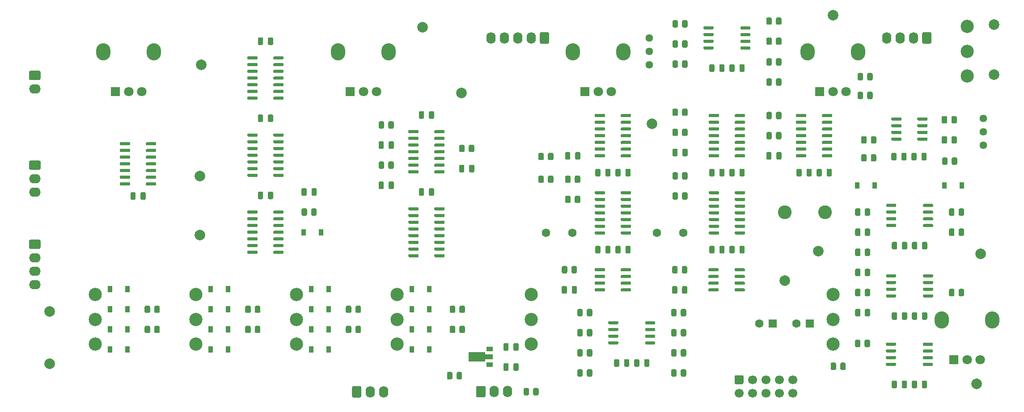
<source format=gbs>
G04 #@! TF.GenerationSoftware,KiCad,Pcbnew,6.0.5+dfsg-1~bpo11+1*
G04 #@! TF.CreationDate,2022-08-14T17:12:48+00:00*
G04 #@! TF.ProjectId,ribbon_board,72696262-6f6e-45f6-926f-6172642e6b69,0*
G04 #@! TF.SameCoordinates,Original*
G04 #@! TF.FileFunction,Soldermask,Bot*
G04 #@! TF.FilePolarity,Negative*
%FSLAX46Y46*%
G04 Gerber Fmt 4.6, Leading zero omitted, Abs format (unit mm)*
G04 Created by KiCad (PCBNEW 6.0.5+dfsg-1~bpo11+1) date 2022-08-14 17:12:48*
%MOMM*%
%LPD*%
G01*
G04 APERTURE LIST*
%ADD10C,2.500000*%
%ADD11O,2.720000X3.240000*%
%ADD12R,1.800000X1.800000*%
%ADD13C,1.800000*%
%ADD14O,1.740000X2.190000*%
%ADD15R,0.900000X1.200000*%
%ADD16C,2.000000*%
%ADD17O,2.190000X1.740000*%
%ADD18C,1.600000*%
%ADD19R,1.600000X1.600000*%
%ADD20C,2.600000*%
%ADD21C,1.440000*%
%ADD22C,1.700000*%
%ADD23R,1.300000X0.900000*%
G04 APERTURE END LIST*
D10*
X69850000Y-119000000D03*
X69850000Y-114300000D03*
X69850000Y-109600000D03*
D11*
X160300000Y-63620000D03*
X169900000Y-63620000D03*
D12*
X162600000Y-71120000D03*
D13*
X165100000Y-71120000D03*
X167600000Y-71120000D03*
D11*
X204750000Y-63620000D03*
X214350000Y-63620000D03*
D12*
X207050000Y-71120000D03*
D13*
X209550000Y-71120000D03*
X212050000Y-71120000D03*
D11*
X81000000Y-63620000D03*
X71400000Y-63620000D03*
D12*
X73700000Y-71120000D03*
D13*
X76200000Y-71120000D03*
X78700000Y-71120000D03*
D10*
X152400000Y-119000000D03*
X152400000Y-114300000D03*
X152400000Y-109600000D03*
X209550000Y-119000000D03*
X209550000Y-114300000D03*
X209550000Y-109600000D03*
X107950000Y-119000000D03*
X107950000Y-114300000D03*
X107950000Y-109600000D03*
D11*
X125450000Y-63620000D03*
X115850000Y-63620000D03*
D12*
X118150000Y-71120000D03*
D13*
X120650000Y-71120000D03*
X123150000Y-71120000D03*
D10*
X88900000Y-119000000D03*
X88900000Y-114300000D03*
X88900000Y-109600000D03*
X127000000Y-119000000D03*
X127000000Y-114300000D03*
X127000000Y-109600000D03*
X234950000Y-68200000D03*
X234950000Y-63500000D03*
X234950000Y-58800000D03*
D11*
X230150000Y-114430000D03*
X239750000Y-114430000D03*
D12*
X232450000Y-121930000D03*
D13*
X234950000Y-121930000D03*
X237450000Y-121930000D03*
G36*
G01*
X209349000Y-86012000D02*
X209349000Y-86962000D01*
G75*
G02*
X209099000Y-87212000I-250000J0D01*
G01*
X208599000Y-87212000D01*
G75*
G02*
X208349000Y-86962000I0J250000D01*
G01*
X208349000Y-86012000D01*
G75*
G02*
X208599000Y-85762000I250000J0D01*
G01*
X209099000Y-85762000D01*
G75*
G02*
X209349000Y-86012000I0J-250000D01*
G01*
G37*
G36*
G01*
X207449000Y-86012000D02*
X207449000Y-86962000D01*
G75*
G02*
X207199000Y-87212000I-250000J0D01*
G01*
X206699000Y-87212000D01*
G75*
G02*
X206449000Y-86962000I0J250000D01*
G01*
X206449000Y-86012000D01*
G75*
G02*
X206699000Y-85762000I250000J0D01*
G01*
X207199000Y-85762000D01*
G75*
G02*
X207449000Y-86012000I0J-250000D01*
G01*
G37*
G36*
G01*
X142005000Y-128841000D02*
X142005000Y-127151000D01*
G75*
G02*
X142255000Y-126901000I250000J0D01*
G01*
X143495000Y-126901000D01*
G75*
G02*
X143745000Y-127151000I0J-250000D01*
G01*
X143745000Y-128841000D01*
G75*
G02*
X143495000Y-129091000I-250000J0D01*
G01*
X142255000Y-129091000D01*
G75*
G02*
X142005000Y-128841000I0J250000D01*
G01*
G37*
D14*
X145415000Y-127996000D03*
X147955000Y-127996000D03*
D15*
X94995000Y-108585000D03*
X91695000Y-108585000D03*
G36*
G01*
X199824000Y-82837000D02*
X199824000Y-83787000D01*
G75*
G02*
X199574000Y-84037000I-250000J0D01*
G01*
X199074000Y-84037000D01*
G75*
G02*
X198824000Y-83787000I0J250000D01*
G01*
X198824000Y-82837000D01*
G75*
G02*
X199074000Y-82587000I250000J0D01*
G01*
X199574000Y-82587000D01*
G75*
G02*
X199824000Y-82837000I0J-250000D01*
G01*
G37*
G36*
G01*
X197924000Y-82837000D02*
X197924000Y-83787000D01*
G75*
G02*
X197674000Y-84037000I-250000J0D01*
G01*
X197174000Y-84037000D01*
G75*
G02*
X196924000Y-83787000I0J250000D01*
G01*
X196924000Y-82837000D01*
G75*
G02*
X197174000Y-82587000I250000J0D01*
G01*
X197674000Y-82587000D01*
G75*
G02*
X197924000Y-82837000I0J-250000D01*
G01*
G37*
G36*
G01*
X139323500Y-124518000D02*
X139323500Y-125418000D01*
G75*
G02*
X139073500Y-125668000I-250000J0D01*
G01*
X138548500Y-125668000D01*
G75*
G02*
X138298500Y-125418000I0J250000D01*
G01*
X138298500Y-124518000D01*
G75*
G02*
X138548500Y-124268000I250000J0D01*
G01*
X139073500Y-124268000D01*
G75*
G02*
X139323500Y-124518000I0J-250000D01*
G01*
G37*
G36*
G01*
X137498500Y-124518000D02*
X137498500Y-125418000D01*
G75*
G02*
X137248500Y-125668000I-250000J0D01*
G01*
X136723500Y-125668000D01*
G75*
G02*
X136473500Y-125418000I0J250000D01*
G01*
X136473500Y-124518000D01*
G75*
G02*
X136723500Y-124268000I250000J0D01*
G01*
X137248500Y-124268000D01*
G75*
G02*
X137498500Y-124518000I0J-250000D01*
G01*
G37*
X214151000Y-88900000D03*
X217451000Y-88900000D03*
X230661000Y-88900000D03*
X233961000Y-88900000D03*
G36*
G01*
X216591000Y-97340000D02*
X216591000Y-98240000D01*
G75*
G02*
X216341000Y-98490000I-250000J0D01*
G01*
X215816000Y-98490000D01*
G75*
G02*
X215566000Y-98240000I0J250000D01*
G01*
X215566000Y-97340000D01*
G75*
G02*
X215816000Y-97090000I250000J0D01*
G01*
X216341000Y-97090000D01*
G75*
G02*
X216591000Y-97340000I0J-250000D01*
G01*
G37*
G36*
G01*
X214766000Y-97340000D02*
X214766000Y-98240000D01*
G75*
G02*
X214516000Y-98490000I-250000J0D01*
G01*
X213991000Y-98490000D01*
G75*
G02*
X213741000Y-98240000I0J250000D01*
G01*
X213741000Y-97340000D01*
G75*
G02*
X213991000Y-97090000I250000J0D01*
G01*
X214516000Y-97090000D01*
G75*
G02*
X214766000Y-97340000I0J-250000D01*
G01*
G37*
X133095000Y-116205000D03*
X129795000Y-116205000D03*
G36*
G01*
X189029000Y-66200000D02*
X189029000Y-67150000D01*
G75*
G02*
X188779000Y-67400000I-250000J0D01*
G01*
X188279000Y-67400000D01*
G75*
G02*
X188029000Y-67150000I0J250000D01*
G01*
X188029000Y-66200000D01*
G75*
G02*
X188279000Y-65950000I250000J0D01*
G01*
X188779000Y-65950000D01*
G75*
G02*
X189029000Y-66200000I0J-250000D01*
G01*
G37*
G36*
G01*
X187129000Y-66200000D02*
X187129000Y-67150000D01*
G75*
G02*
X186879000Y-67400000I-250000J0D01*
G01*
X186379000Y-67400000D01*
G75*
G02*
X186129000Y-67150000I0J250000D01*
G01*
X186129000Y-66200000D01*
G75*
G02*
X186379000Y-65950000I250000J0D01*
G01*
X186879000Y-65950000D01*
G75*
G02*
X187129000Y-66200000I0J-250000D01*
G01*
G37*
D16*
X61214000Y-122682000D03*
X240030000Y-58420000D03*
D15*
X94995000Y-120015000D03*
X91695000Y-120015000D03*
G36*
G01*
X216591000Y-93530000D02*
X216591000Y-94430000D01*
G75*
G02*
X216341000Y-94680000I-250000J0D01*
G01*
X215816000Y-94680000D01*
G75*
G02*
X215566000Y-94430000I0J250000D01*
G01*
X215566000Y-93530000D01*
G75*
G02*
X215816000Y-93280000I250000J0D01*
G01*
X216341000Y-93280000D01*
G75*
G02*
X216591000Y-93530000I0J-250000D01*
G01*
G37*
G36*
G01*
X214766000Y-93530000D02*
X214766000Y-94430000D01*
G75*
G02*
X214516000Y-94680000I-250000J0D01*
G01*
X213991000Y-94680000D01*
G75*
G02*
X213741000Y-94430000I0J250000D01*
G01*
X213741000Y-93530000D01*
G75*
G02*
X213991000Y-93280000I250000J0D01*
G01*
X214516000Y-93280000D01*
G75*
G02*
X214766000Y-93530000I0J-250000D01*
G01*
G37*
G36*
G01*
X57575000Y-99206000D02*
X59265000Y-99206000D01*
G75*
G02*
X59515000Y-99456000I0J-250000D01*
G01*
X59515000Y-100696000D01*
G75*
G02*
X59265000Y-100946000I-250000J0D01*
G01*
X57575000Y-100946000D01*
G75*
G02*
X57325000Y-100696000I0J250000D01*
G01*
X57325000Y-99456000D01*
G75*
G02*
X57575000Y-99206000I250000J0D01*
G01*
G37*
D17*
X58420000Y-102616000D03*
X58420000Y-105156000D03*
X58420000Y-107696000D03*
G36*
G01*
X163985000Y-124010000D02*
X163985000Y-124910000D01*
G75*
G02*
X163735000Y-125160000I-250000J0D01*
G01*
X163210000Y-125160000D01*
G75*
G02*
X162960000Y-124910000I0J250000D01*
G01*
X162960000Y-124010000D01*
G75*
G02*
X163210000Y-123760000I250000J0D01*
G01*
X163735000Y-123760000D01*
G75*
G02*
X163985000Y-124010000I0J-250000D01*
G01*
G37*
G36*
G01*
X162160000Y-124010000D02*
X162160000Y-124910000D01*
G75*
G02*
X161910000Y-125160000I-250000J0D01*
G01*
X161385000Y-125160000D01*
G75*
G02*
X161135000Y-124910000I0J250000D01*
G01*
X161135000Y-124010000D01*
G75*
G02*
X161385000Y-123760000I250000J0D01*
G01*
X161910000Y-123760000D01*
G75*
G02*
X162160000Y-124010000I0J-250000D01*
G01*
G37*
G36*
G01*
X161724000Y-82837000D02*
X161724000Y-83787000D01*
G75*
G02*
X161474000Y-84037000I-250000J0D01*
G01*
X160974000Y-84037000D01*
G75*
G02*
X160724000Y-83787000I0J250000D01*
G01*
X160724000Y-82837000D01*
G75*
G02*
X160974000Y-82587000I250000J0D01*
G01*
X161474000Y-82587000D01*
G75*
G02*
X161724000Y-82837000I0J-250000D01*
G01*
G37*
G36*
G01*
X159824000Y-82837000D02*
X159824000Y-83787000D01*
G75*
G02*
X159574000Y-84037000I-250000J0D01*
G01*
X159074000Y-84037000D01*
G75*
G02*
X158824000Y-83787000I0J250000D01*
G01*
X158824000Y-82837000D01*
G75*
G02*
X159074000Y-82587000I250000J0D01*
G01*
X159574000Y-82587000D01*
G75*
G02*
X159824000Y-82837000I0J-250000D01*
G01*
G37*
G36*
G01*
X230143000Y-76932000D02*
X230143000Y-76032000D01*
G75*
G02*
X230393000Y-75782000I250000J0D01*
G01*
X230918000Y-75782000D01*
G75*
G02*
X231168000Y-76032000I0J-250000D01*
G01*
X231168000Y-76932000D01*
G75*
G02*
X230918000Y-77182000I-250000J0D01*
G01*
X230393000Y-77182000D01*
G75*
G02*
X230143000Y-76932000I0J250000D01*
G01*
G37*
G36*
G01*
X231968000Y-76932000D02*
X231968000Y-76032000D01*
G75*
G02*
X232218000Y-75782000I250000J0D01*
G01*
X232743000Y-75782000D01*
G75*
G02*
X232993000Y-76032000I0J-250000D01*
G01*
X232993000Y-76932000D01*
G75*
G02*
X232743000Y-77182000I-250000J0D01*
G01*
X232218000Y-77182000D01*
G75*
G02*
X231968000Y-76932000I0J250000D01*
G01*
G37*
D15*
X94995000Y-116205000D03*
X91695000Y-116205000D03*
G36*
G01*
X196949000Y-76142000D02*
X196949000Y-75242000D01*
G75*
G02*
X197199000Y-74992000I250000J0D01*
G01*
X197724000Y-74992000D01*
G75*
G02*
X197974000Y-75242000I0J-250000D01*
G01*
X197974000Y-76142000D01*
G75*
G02*
X197724000Y-76392000I-250000J0D01*
G01*
X197199000Y-76392000D01*
G75*
G02*
X196949000Y-76142000I0J250000D01*
G01*
G37*
G36*
G01*
X198774000Y-76142000D02*
X198774000Y-75242000D01*
G75*
G02*
X199024000Y-74992000I250000J0D01*
G01*
X199549000Y-74992000D01*
G75*
G02*
X199799000Y-75242000I0J-250000D01*
G01*
X199799000Y-76142000D01*
G75*
G02*
X199549000Y-76392000I-250000J0D01*
G01*
X199024000Y-76392000D01*
G75*
G02*
X198774000Y-76142000I0J250000D01*
G01*
G37*
G36*
G01*
X178915000Y-124910000D02*
X178915000Y-124010000D01*
G75*
G02*
X179165000Y-123760000I250000J0D01*
G01*
X179690000Y-123760000D01*
G75*
G02*
X179940000Y-124010000I0J-250000D01*
G01*
X179940000Y-124910000D01*
G75*
G02*
X179690000Y-125160000I-250000J0D01*
G01*
X179165000Y-125160000D01*
G75*
G02*
X178915000Y-124910000I0J250000D01*
G01*
G37*
G36*
G01*
X180740000Y-124910000D02*
X180740000Y-124010000D01*
G75*
G02*
X180990000Y-123760000I250000J0D01*
G01*
X181515000Y-123760000D01*
G75*
G02*
X181765000Y-124010000I0J-250000D01*
G01*
X181765000Y-124910000D01*
G75*
G02*
X181515000Y-125160000I-250000J0D01*
G01*
X180990000Y-125160000D01*
G75*
G02*
X180740000Y-124910000I0J250000D01*
G01*
G37*
G36*
G01*
X167439000Y-86012000D02*
X167439000Y-86962000D01*
G75*
G02*
X167189000Y-87212000I-250000J0D01*
G01*
X166689000Y-87212000D01*
G75*
G02*
X166439000Y-86962000I0J250000D01*
G01*
X166439000Y-86012000D01*
G75*
G02*
X166689000Y-85762000I250000J0D01*
G01*
X167189000Y-85762000D01*
G75*
G02*
X167439000Y-86012000I0J-250000D01*
G01*
G37*
G36*
G01*
X165539000Y-86012000D02*
X165539000Y-86962000D01*
G75*
G02*
X165289000Y-87212000I-250000J0D01*
G01*
X164789000Y-87212000D01*
G75*
G02*
X164539000Y-86962000I0J250000D01*
G01*
X164539000Y-86012000D01*
G75*
G02*
X164789000Y-85762000I250000J0D01*
G01*
X165289000Y-85762000D01*
G75*
G02*
X165539000Y-86012000I0J-250000D01*
G01*
G37*
G36*
G01*
X216591000Y-112580000D02*
X216591000Y-113480000D01*
G75*
G02*
X216341000Y-113730000I-250000J0D01*
G01*
X215816000Y-113730000D01*
G75*
G02*
X215566000Y-113480000I0J250000D01*
G01*
X215566000Y-112580000D01*
G75*
G02*
X215816000Y-112330000I250000J0D01*
G01*
X216341000Y-112330000D01*
G75*
G02*
X216591000Y-112580000I0J-250000D01*
G01*
G37*
G36*
G01*
X214766000Y-112580000D02*
X214766000Y-113480000D01*
G75*
G02*
X214516000Y-113730000I-250000J0D01*
G01*
X213991000Y-113730000D01*
G75*
G02*
X213741000Y-113480000I0J250000D01*
G01*
X213741000Y-112580000D01*
G75*
G02*
X213991000Y-112330000I250000J0D01*
G01*
X214516000Y-112330000D01*
G75*
G02*
X214766000Y-112580000I0J-250000D01*
G01*
G37*
D18*
X160234000Y-97917000D03*
X155234000Y-97917000D03*
G36*
G01*
X227303000Y-82992000D02*
X227303000Y-83942000D01*
G75*
G02*
X227053000Y-84192000I-250000J0D01*
G01*
X226553000Y-84192000D01*
G75*
G02*
X226303000Y-83942000I0J250000D01*
G01*
X226303000Y-82992000D01*
G75*
G02*
X226553000Y-82742000I250000J0D01*
G01*
X227053000Y-82742000D01*
G75*
G02*
X227303000Y-82992000I0J-250000D01*
G01*
G37*
G36*
G01*
X225403000Y-82992000D02*
X225403000Y-83942000D01*
G75*
G02*
X225153000Y-84192000I-250000J0D01*
G01*
X224653000Y-84192000D01*
G75*
G02*
X224403000Y-83942000I0J250000D01*
G01*
X224403000Y-82992000D01*
G75*
G02*
X224653000Y-82742000I250000J0D01*
G01*
X225153000Y-82742000D01*
G75*
G02*
X225403000Y-82992000I0J-250000D01*
G01*
G37*
G36*
G01*
X213741000Y-105860000D02*
X213741000Y-104960000D01*
G75*
G02*
X213991000Y-104710000I250000J0D01*
G01*
X214516000Y-104710000D01*
G75*
G02*
X214766000Y-104960000I0J-250000D01*
G01*
X214766000Y-105860000D01*
G75*
G02*
X214516000Y-106110000I-250000J0D01*
G01*
X213991000Y-106110000D01*
G75*
G02*
X213741000Y-105860000I0J250000D01*
G01*
G37*
G36*
G01*
X215566000Y-105860000D02*
X215566000Y-104960000D01*
G75*
G02*
X215816000Y-104710000I250000J0D01*
G01*
X216341000Y-104710000D01*
G75*
G02*
X216591000Y-104960000I0J-250000D01*
G01*
X216591000Y-105860000D01*
G75*
G02*
X216341000Y-106110000I-250000J0D01*
G01*
X215816000Y-106110000D01*
G75*
G02*
X215566000Y-105860000I0J250000D01*
G01*
G37*
G36*
G01*
X117320000Y-112845000D02*
X117320000Y-111945000D01*
G75*
G02*
X117570000Y-111695000I250000J0D01*
G01*
X118095000Y-111695000D01*
G75*
G02*
X118345000Y-111945000I0J-250000D01*
G01*
X118345000Y-112845000D01*
G75*
G02*
X118095000Y-113095000I-250000J0D01*
G01*
X117570000Y-113095000D01*
G75*
G02*
X117320000Y-112845000I0J250000D01*
G01*
G37*
G36*
G01*
X119145000Y-112845000D02*
X119145000Y-111945000D01*
G75*
G02*
X119395000Y-111695000I250000J0D01*
G01*
X119920000Y-111695000D01*
G75*
G02*
X120170000Y-111945000I0J-250000D01*
G01*
X120170000Y-112845000D01*
G75*
G02*
X119920000Y-113095000I-250000J0D01*
G01*
X119395000Y-113095000D01*
G75*
G02*
X119145000Y-112845000I0J250000D01*
G01*
G37*
G36*
G01*
X178915000Y-113480000D02*
X178915000Y-112580000D01*
G75*
G02*
X179165000Y-112330000I250000J0D01*
G01*
X179690000Y-112330000D01*
G75*
G02*
X179940000Y-112580000I0J-250000D01*
G01*
X179940000Y-113480000D01*
G75*
G02*
X179690000Y-113730000I-250000J0D01*
G01*
X179165000Y-113730000D01*
G75*
G02*
X178915000Y-113480000I0J250000D01*
G01*
G37*
G36*
G01*
X180740000Y-113480000D02*
X180740000Y-112580000D01*
G75*
G02*
X180990000Y-112330000I250000J0D01*
G01*
X181515000Y-112330000D01*
G75*
G02*
X181765000Y-112580000I0J-250000D01*
G01*
X181765000Y-113480000D01*
G75*
G02*
X181515000Y-113730000I-250000J0D01*
G01*
X180990000Y-113730000D01*
G75*
G02*
X180740000Y-113480000I0J250000D01*
G01*
G37*
G36*
G01*
X227411000Y-113190000D02*
X227411000Y-114140000D01*
G75*
G02*
X227161000Y-114390000I-250000J0D01*
G01*
X226661000Y-114390000D01*
G75*
G02*
X226411000Y-114140000I0J250000D01*
G01*
X226411000Y-113190000D01*
G75*
G02*
X226661000Y-112940000I250000J0D01*
G01*
X227161000Y-112940000D01*
G75*
G02*
X227411000Y-113190000I0J-250000D01*
G01*
G37*
G36*
G01*
X225511000Y-113190000D02*
X225511000Y-114140000D01*
G75*
G02*
X225261000Y-114390000I-250000J0D01*
G01*
X224761000Y-114390000D01*
G75*
G02*
X224511000Y-114140000I0J250000D01*
G01*
X224511000Y-113190000D01*
G75*
G02*
X224761000Y-112940000I250000J0D01*
G01*
X225261000Y-112940000D01*
G75*
G02*
X225511000Y-113190000I0J-250000D01*
G01*
G37*
D15*
X75945000Y-120015000D03*
X72645000Y-120015000D03*
G36*
G01*
X181765000Y-120200000D02*
X181765000Y-121100000D01*
G75*
G02*
X181515000Y-121350000I-250000J0D01*
G01*
X180990000Y-121350000D01*
G75*
G02*
X180740000Y-121100000I0J250000D01*
G01*
X180740000Y-120200000D01*
G75*
G02*
X180990000Y-119950000I250000J0D01*
G01*
X181515000Y-119950000D01*
G75*
G02*
X181765000Y-120200000I0J-250000D01*
G01*
G37*
G36*
G01*
X179940000Y-120200000D02*
X179940000Y-121100000D01*
G75*
G02*
X179690000Y-121350000I-250000J0D01*
G01*
X179165000Y-121350000D01*
G75*
G02*
X178915000Y-121100000I0J250000D01*
G01*
X178915000Y-120200000D01*
G75*
G02*
X179165000Y-119950000I250000J0D01*
G01*
X179690000Y-119950000D01*
G75*
G02*
X179940000Y-120200000I0J-250000D01*
G01*
G37*
G36*
G01*
X105558000Y-79225000D02*
X105558000Y-79525000D01*
G75*
G02*
X105408000Y-79675000I-150000J0D01*
G01*
X103758000Y-79675000D01*
G75*
G02*
X103608000Y-79525000I0J150000D01*
G01*
X103608000Y-79225000D01*
G75*
G02*
X103758000Y-79075000I150000J0D01*
G01*
X105408000Y-79075000D01*
G75*
G02*
X105558000Y-79225000I0J-150000D01*
G01*
G37*
G36*
G01*
X105558000Y-80495000D02*
X105558000Y-80795000D01*
G75*
G02*
X105408000Y-80945000I-150000J0D01*
G01*
X103758000Y-80945000D01*
G75*
G02*
X103608000Y-80795000I0J150000D01*
G01*
X103608000Y-80495000D01*
G75*
G02*
X103758000Y-80345000I150000J0D01*
G01*
X105408000Y-80345000D01*
G75*
G02*
X105558000Y-80495000I0J-150000D01*
G01*
G37*
G36*
G01*
X105558000Y-81765000D02*
X105558000Y-82065000D01*
G75*
G02*
X105408000Y-82215000I-150000J0D01*
G01*
X103758000Y-82215000D01*
G75*
G02*
X103608000Y-82065000I0J150000D01*
G01*
X103608000Y-81765000D01*
G75*
G02*
X103758000Y-81615000I150000J0D01*
G01*
X105408000Y-81615000D01*
G75*
G02*
X105558000Y-81765000I0J-150000D01*
G01*
G37*
G36*
G01*
X105558000Y-83035000D02*
X105558000Y-83335000D01*
G75*
G02*
X105408000Y-83485000I-150000J0D01*
G01*
X103758000Y-83485000D01*
G75*
G02*
X103608000Y-83335000I0J150000D01*
G01*
X103608000Y-83035000D01*
G75*
G02*
X103758000Y-82885000I150000J0D01*
G01*
X105408000Y-82885000D01*
G75*
G02*
X105558000Y-83035000I0J-150000D01*
G01*
G37*
G36*
G01*
X105558000Y-84305000D02*
X105558000Y-84605000D01*
G75*
G02*
X105408000Y-84755000I-150000J0D01*
G01*
X103758000Y-84755000D01*
G75*
G02*
X103608000Y-84605000I0J150000D01*
G01*
X103608000Y-84305000D01*
G75*
G02*
X103758000Y-84155000I150000J0D01*
G01*
X105408000Y-84155000D01*
G75*
G02*
X105558000Y-84305000I0J-150000D01*
G01*
G37*
G36*
G01*
X105558000Y-85575000D02*
X105558000Y-85875000D01*
G75*
G02*
X105408000Y-86025000I-150000J0D01*
G01*
X103758000Y-86025000D01*
G75*
G02*
X103608000Y-85875000I0J150000D01*
G01*
X103608000Y-85575000D01*
G75*
G02*
X103758000Y-85425000I150000J0D01*
G01*
X105408000Y-85425000D01*
G75*
G02*
X105558000Y-85575000I0J-150000D01*
G01*
G37*
G36*
G01*
X105558000Y-86845000D02*
X105558000Y-87145000D01*
G75*
G02*
X105408000Y-87295000I-150000J0D01*
G01*
X103758000Y-87295000D01*
G75*
G02*
X103608000Y-87145000I0J150000D01*
G01*
X103608000Y-86845000D01*
G75*
G02*
X103758000Y-86695000I150000J0D01*
G01*
X105408000Y-86695000D01*
G75*
G02*
X105558000Y-86845000I0J-150000D01*
G01*
G37*
G36*
G01*
X100608000Y-86845000D02*
X100608000Y-87145000D01*
G75*
G02*
X100458000Y-87295000I-150000J0D01*
G01*
X98808000Y-87295000D01*
G75*
G02*
X98658000Y-87145000I0J150000D01*
G01*
X98658000Y-86845000D01*
G75*
G02*
X98808000Y-86695000I150000J0D01*
G01*
X100458000Y-86695000D01*
G75*
G02*
X100608000Y-86845000I0J-150000D01*
G01*
G37*
G36*
G01*
X100608000Y-85575000D02*
X100608000Y-85875000D01*
G75*
G02*
X100458000Y-86025000I-150000J0D01*
G01*
X98808000Y-86025000D01*
G75*
G02*
X98658000Y-85875000I0J150000D01*
G01*
X98658000Y-85575000D01*
G75*
G02*
X98808000Y-85425000I150000J0D01*
G01*
X100458000Y-85425000D01*
G75*
G02*
X100608000Y-85575000I0J-150000D01*
G01*
G37*
G36*
G01*
X100608000Y-84305000D02*
X100608000Y-84605000D01*
G75*
G02*
X100458000Y-84755000I-150000J0D01*
G01*
X98808000Y-84755000D01*
G75*
G02*
X98658000Y-84605000I0J150000D01*
G01*
X98658000Y-84305000D01*
G75*
G02*
X98808000Y-84155000I150000J0D01*
G01*
X100458000Y-84155000D01*
G75*
G02*
X100608000Y-84305000I0J-150000D01*
G01*
G37*
G36*
G01*
X100608000Y-83035000D02*
X100608000Y-83335000D01*
G75*
G02*
X100458000Y-83485000I-150000J0D01*
G01*
X98808000Y-83485000D01*
G75*
G02*
X98658000Y-83335000I0J150000D01*
G01*
X98658000Y-83035000D01*
G75*
G02*
X98808000Y-82885000I150000J0D01*
G01*
X100458000Y-82885000D01*
G75*
G02*
X100608000Y-83035000I0J-150000D01*
G01*
G37*
G36*
G01*
X100608000Y-81765000D02*
X100608000Y-82065000D01*
G75*
G02*
X100458000Y-82215000I-150000J0D01*
G01*
X98808000Y-82215000D01*
G75*
G02*
X98658000Y-82065000I0J150000D01*
G01*
X98658000Y-81765000D01*
G75*
G02*
X98808000Y-81615000I150000J0D01*
G01*
X100458000Y-81615000D01*
G75*
G02*
X100608000Y-81765000I0J-150000D01*
G01*
G37*
G36*
G01*
X100608000Y-80495000D02*
X100608000Y-80795000D01*
G75*
G02*
X100458000Y-80945000I-150000J0D01*
G01*
X98808000Y-80945000D01*
G75*
G02*
X98658000Y-80795000I0J150000D01*
G01*
X98658000Y-80495000D01*
G75*
G02*
X98808000Y-80345000I150000J0D01*
G01*
X100458000Y-80345000D01*
G75*
G02*
X100608000Y-80495000I0J-150000D01*
G01*
G37*
G36*
G01*
X100608000Y-79225000D02*
X100608000Y-79525000D01*
G75*
G02*
X100458000Y-79675000I-150000J0D01*
G01*
X98808000Y-79675000D01*
G75*
G02*
X98658000Y-79525000I0J150000D01*
G01*
X98658000Y-79225000D01*
G75*
G02*
X98808000Y-79075000I150000J0D01*
G01*
X100458000Y-79075000D01*
G75*
G02*
X100608000Y-79225000I0J-150000D01*
G01*
G37*
G36*
G01*
X211967500Y-122740000D02*
X211967500Y-123640000D01*
G75*
G02*
X211717500Y-123890000I-250000J0D01*
G01*
X211192500Y-123890000D01*
G75*
G02*
X210942500Y-123640000I0J250000D01*
G01*
X210942500Y-122740000D01*
G75*
G02*
X211192500Y-122490000I250000J0D01*
G01*
X211717500Y-122490000D01*
G75*
G02*
X211967500Y-122740000I0J-250000D01*
G01*
G37*
G36*
G01*
X210142500Y-122740000D02*
X210142500Y-123640000D01*
G75*
G02*
X209892500Y-123890000I-250000J0D01*
G01*
X209367500Y-123890000D01*
G75*
G02*
X209117500Y-123640000I0J250000D01*
G01*
X209117500Y-122740000D01*
G75*
G02*
X209367500Y-122490000I250000J0D01*
G01*
X209892500Y-122490000D01*
G75*
G02*
X210142500Y-122740000I0J-250000D01*
G01*
G37*
X133095000Y-112395000D03*
X129795000Y-112395000D03*
D19*
X198120000Y-115062000D03*
D18*
X195620000Y-115062000D03*
D15*
X75945000Y-116205000D03*
X72645000Y-116205000D03*
G36*
G01*
X138758000Y-86200000D02*
X138758000Y-85250000D01*
G75*
G02*
X139008000Y-85000000I250000J0D01*
G01*
X139508000Y-85000000D01*
G75*
G02*
X139758000Y-85250000I0J-250000D01*
G01*
X139758000Y-86200000D01*
G75*
G02*
X139508000Y-86450000I-250000J0D01*
G01*
X139008000Y-86450000D01*
G75*
G02*
X138758000Y-86200000I0J250000D01*
G01*
G37*
G36*
G01*
X140658000Y-86200000D02*
X140658000Y-85250000D01*
G75*
G02*
X140908000Y-85000000I250000J0D01*
G01*
X141408000Y-85000000D01*
G75*
G02*
X141658000Y-85250000I0J-250000D01*
G01*
X141658000Y-86200000D01*
G75*
G02*
X141408000Y-86450000I-250000J0D01*
G01*
X140908000Y-86450000D01*
G75*
G02*
X140658000Y-86200000I0J250000D01*
G01*
G37*
G36*
G01*
X153769000Y-83889000D02*
X153769000Y-82989000D01*
G75*
G02*
X154019000Y-82739000I250000J0D01*
G01*
X154544000Y-82739000D01*
G75*
G02*
X154794000Y-82989000I0J-250000D01*
G01*
X154794000Y-83889000D01*
G75*
G02*
X154544000Y-84139000I-250000J0D01*
G01*
X154019000Y-84139000D01*
G75*
G02*
X153769000Y-83889000I0J250000D01*
G01*
G37*
G36*
G01*
X155594000Y-83889000D02*
X155594000Y-82989000D01*
G75*
G02*
X155844000Y-82739000I250000J0D01*
G01*
X156369000Y-82739000D01*
G75*
G02*
X156619000Y-82989000I0J-250000D01*
G01*
X156619000Y-83889000D01*
G75*
G02*
X156369000Y-84139000I-250000J0D01*
G01*
X155844000Y-84139000D01*
G75*
G02*
X155594000Y-83889000I0J250000D01*
G01*
G37*
G36*
G01*
X227478000Y-76177000D02*
X227478000Y-76477000D01*
G75*
G02*
X227328000Y-76627000I-150000J0D01*
G01*
X225678000Y-76627000D01*
G75*
G02*
X225528000Y-76477000I0J150000D01*
G01*
X225528000Y-76177000D01*
G75*
G02*
X225678000Y-76027000I150000J0D01*
G01*
X227328000Y-76027000D01*
G75*
G02*
X227478000Y-76177000I0J-150000D01*
G01*
G37*
G36*
G01*
X227478000Y-77447000D02*
X227478000Y-77747000D01*
G75*
G02*
X227328000Y-77897000I-150000J0D01*
G01*
X225678000Y-77897000D01*
G75*
G02*
X225528000Y-77747000I0J150000D01*
G01*
X225528000Y-77447000D01*
G75*
G02*
X225678000Y-77297000I150000J0D01*
G01*
X227328000Y-77297000D01*
G75*
G02*
X227478000Y-77447000I0J-150000D01*
G01*
G37*
G36*
G01*
X227478000Y-78717000D02*
X227478000Y-79017000D01*
G75*
G02*
X227328000Y-79167000I-150000J0D01*
G01*
X225678000Y-79167000D01*
G75*
G02*
X225528000Y-79017000I0J150000D01*
G01*
X225528000Y-78717000D01*
G75*
G02*
X225678000Y-78567000I150000J0D01*
G01*
X227328000Y-78567000D01*
G75*
G02*
X227478000Y-78717000I0J-150000D01*
G01*
G37*
G36*
G01*
X227478000Y-79987000D02*
X227478000Y-80287000D01*
G75*
G02*
X227328000Y-80437000I-150000J0D01*
G01*
X225678000Y-80437000D01*
G75*
G02*
X225528000Y-80287000I0J150000D01*
G01*
X225528000Y-79987000D01*
G75*
G02*
X225678000Y-79837000I150000J0D01*
G01*
X227328000Y-79837000D01*
G75*
G02*
X227478000Y-79987000I0J-150000D01*
G01*
G37*
G36*
G01*
X222528000Y-79987000D02*
X222528000Y-80287000D01*
G75*
G02*
X222378000Y-80437000I-150000J0D01*
G01*
X220728000Y-80437000D01*
G75*
G02*
X220578000Y-80287000I0J150000D01*
G01*
X220578000Y-79987000D01*
G75*
G02*
X220728000Y-79837000I150000J0D01*
G01*
X222378000Y-79837000D01*
G75*
G02*
X222528000Y-79987000I0J-150000D01*
G01*
G37*
G36*
G01*
X222528000Y-78717000D02*
X222528000Y-79017000D01*
G75*
G02*
X222378000Y-79167000I-150000J0D01*
G01*
X220728000Y-79167000D01*
G75*
G02*
X220578000Y-79017000I0J150000D01*
G01*
X220578000Y-78717000D01*
G75*
G02*
X220728000Y-78567000I150000J0D01*
G01*
X222378000Y-78567000D01*
G75*
G02*
X222528000Y-78717000I0J-150000D01*
G01*
G37*
G36*
G01*
X222528000Y-77447000D02*
X222528000Y-77747000D01*
G75*
G02*
X222378000Y-77897000I-150000J0D01*
G01*
X220728000Y-77897000D01*
G75*
G02*
X220578000Y-77747000I0J150000D01*
G01*
X220578000Y-77447000D01*
G75*
G02*
X220728000Y-77297000I150000J0D01*
G01*
X222378000Y-77297000D01*
G75*
G02*
X222528000Y-77447000I0J-150000D01*
G01*
G37*
G36*
G01*
X222528000Y-76177000D02*
X222528000Y-76477000D01*
G75*
G02*
X222378000Y-76627000I-150000J0D01*
G01*
X220728000Y-76627000D01*
G75*
G02*
X220578000Y-76477000I0J150000D01*
G01*
X220578000Y-76177000D01*
G75*
G02*
X220728000Y-76027000I150000J0D01*
G01*
X222378000Y-76027000D01*
G75*
G02*
X222528000Y-76177000I0J-150000D01*
G01*
G37*
G36*
G01*
X227411000Y-99855000D02*
X227411000Y-100805000D01*
G75*
G02*
X227161000Y-101055000I-250000J0D01*
G01*
X226661000Y-101055000D01*
G75*
G02*
X226411000Y-100805000I0J250000D01*
G01*
X226411000Y-99855000D01*
G75*
G02*
X226661000Y-99605000I250000J0D01*
G01*
X227161000Y-99605000D01*
G75*
G02*
X227411000Y-99855000I0J-250000D01*
G01*
G37*
G36*
G01*
X225511000Y-99855000D02*
X225511000Y-100805000D01*
G75*
G02*
X225261000Y-101055000I-250000J0D01*
G01*
X224761000Y-101055000D01*
G75*
G02*
X224511000Y-100805000I0J250000D01*
G01*
X224511000Y-99855000D01*
G75*
G02*
X224761000Y-99605000I250000J0D01*
G01*
X225261000Y-99605000D01*
G75*
G02*
X225511000Y-99855000I0J-250000D01*
G01*
G37*
G36*
G01*
X141633000Y-81465000D02*
X141633000Y-82365000D01*
G75*
G02*
X141383000Y-82615000I-250000J0D01*
G01*
X140858000Y-82615000D01*
G75*
G02*
X140608000Y-82365000I0J250000D01*
G01*
X140608000Y-81465000D01*
G75*
G02*
X140858000Y-81215000I250000J0D01*
G01*
X141383000Y-81215000D01*
G75*
G02*
X141633000Y-81465000I0J-250000D01*
G01*
G37*
G36*
G01*
X139808000Y-81465000D02*
X139808000Y-82365000D01*
G75*
G02*
X139558000Y-82615000I-250000J0D01*
G01*
X139033000Y-82615000D01*
G75*
G02*
X138783000Y-82365000I0J250000D01*
G01*
X138783000Y-81465000D01*
G75*
G02*
X139033000Y-81215000I250000J0D01*
G01*
X139558000Y-81215000D01*
G75*
G02*
X139808000Y-81465000I0J-250000D01*
G01*
G37*
G36*
G01*
X126393000Y-84640000D02*
X126393000Y-85540000D01*
G75*
G02*
X126143000Y-85790000I-250000J0D01*
G01*
X125618000Y-85790000D01*
G75*
G02*
X125368000Y-85540000I0J250000D01*
G01*
X125368000Y-84640000D01*
G75*
G02*
X125618000Y-84390000I250000J0D01*
G01*
X126143000Y-84390000D01*
G75*
G02*
X126393000Y-84640000I0J-250000D01*
G01*
G37*
G36*
G01*
X124568000Y-84640000D02*
X124568000Y-85540000D01*
G75*
G02*
X124318000Y-85790000I-250000J0D01*
G01*
X123793000Y-85790000D01*
G75*
G02*
X123543000Y-85540000I0J250000D01*
G01*
X123543000Y-84640000D01*
G75*
G02*
X123793000Y-84390000I250000J0D01*
G01*
X124318000Y-84390000D01*
G75*
G02*
X124568000Y-84640000I0J-250000D01*
G01*
G37*
G36*
G01*
X161699000Y-91117000D02*
X161699000Y-92017000D01*
G75*
G02*
X161449000Y-92267000I-250000J0D01*
G01*
X160924000Y-92267000D01*
G75*
G02*
X160674000Y-92017000I0J250000D01*
G01*
X160674000Y-91117000D01*
G75*
G02*
X160924000Y-90867000I250000J0D01*
G01*
X161449000Y-90867000D01*
G75*
G02*
X161699000Y-91117000I0J-250000D01*
G01*
G37*
G36*
G01*
X159874000Y-91117000D02*
X159874000Y-92017000D01*
G75*
G02*
X159624000Y-92267000I-250000J0D01*
G01*
X159099000Y-92267000D01*
G75*
G02*
X158849000Y-92017000I0J250000D01*
G01*
X158849000Y-91117000D01*
G75*
G02*
X159099000Y-90867000I250000J0D01*
G01*
X159624000Y-90867000D01*
G75*
G02*
X159874000Y-91117000I0J-250000D01*
G01*
G37*
G36*
G01*
X209444000Y-75542000D02*
X209444000Y-75842000D01*
G75*
G02*
X209294000Y-75992000I-150000J0D01*
G01*
X207644000Y-75992000D01*
G75*
G02*
X207494000Y-75842000I0J150000D01*
G01*
X207494000Y-75542000D01*
G75*
G02*
X207644000Y-75392000I150000J0D01*
G01*
X209294000Y-75392000D01*
G75*
G02*
X209444000Y-75542000I0J-150000D01*
G01*
G37*
G36*
G01*
X209444000Y-76812000D02*
X209444000Y-77112000D01*
G75*
G02*
X209294000Y-77262000I-150000J0D01*
G01*
X207644000Y-77262000D01*
G75*
G02*
X207494000Y-77112000I0J150000D01*
G01*
X207494000Y-76812000D01*
G75*
G02*
X207644000Y-76662000I150000J0D01*
G01*
X209294000Y-76662000D01*
G75*
G02*
X209444000Y-76812000I0J-150000D01*
G01*
G37*
G36*
G01*
X209444000Y-78082000D02*
X209444000Y-78382000D01*
G75*
G02*
X209294000Y-78532000I-150000J0D01*
G01*
X207644000Y-78532000D01*
G75*
G02*
X207494000Y-78382000I0J150000D01*
G01*
X207494000Y-78082000D01*
G75*
G02*
X207644000Y-77932000I150000J0D01*
G01*
X209294000Y-77932000D01*
G75*
G02*
X209444000Y-78082000I0J-150000D01*
G01*
G37*
G36*
G01*
X209444000Y-79352000D02*
X209444000Y-79652000D01*
G75*
G02*
X209294000Y-79802000I-150000J0D01*
G01*
X207644000Y-79802000D01*
G75*
G02*
X207494000Y-79652000I0J150000D01*
G01*
X207494000Y-79352000D01*
G75*
G02*
X207644000Y-79202000I150000J0D01*
G01*
X209294000Y-79202000D01*
G75*
G02*
X209444000Y-79352000I0J-150000D01*
G01*
G37*
G36*
G01*
X209444000Y-80622000D02*
X209444000Y-80922000D01*
G75*
G02*
X209294000Y-81072000I-150000J0D01*
G01*
X207644000Y-81072000D01*
G75*
G02*
X207494000Y-80922000I0J150000D01*
G01*
X207494000Y-80622000D01*
G75*
G02*
X207644000Y-80472000I150000J0D01*
G01*
X209294000Y-80472000D01*
G75*
G02*
X209444000Y-80622000I0J-150000D01*
G01*
G37*
G36*
G01*
X209444000Y-81892000D02*
X209444000Y-82192000D01*
G75*
G02*
X209294000Y-82342000I-150000J0D01*
G01*
X207644000Y-82342000D01*
G75*
G02*
X207494000Y-82192000I0J150000D01*
G01*
X207494000Y-81892000D01*
G75*
G02*
X207644000Y-81742000I150000J0D01*
G01*
X209294000Y-81742000D01*
G75*
G02*
X209444000Y-81892000I0J-150000D01*
G01*
G37*
G36*
G01*
X209444000Y-83162000D02*
X209444000Y-83462000D01*
G75*
G02*
X209294000Y-83612000I-150000J0D01*
G01*
X207644000Y-83612000D01*
G75*
G02*
X207494000Y-83462000I0J150000D01*
G01*
X207494000Y-83162000D01*
G75*
G02*
X207644000Y-83012000I150000J0D01*
G01*
X209294000Y-83012000D01*
G75*
G02*
X209444000Y-83162000I0J-150000D01*
G01*
G37*
G36*
G01*
X204494000Y-83162000D02*
X204494000Y-83462000D01*
G75*
G02*
X204344000Y-83612000I-150000J0D01*
G01*
X202694000Y-83612000D01*
G75*
G02*
X202544000Y-83462000I0J150000D01*
G01*
X202544000Y-83162000D01*
G75*
G02*
X202694000Y-83012000I150000J0D01*
G01*
X204344000Y-83012000D01*
G75*
G02*
X204494000Y-83162000I0J-150000D01*
G01*
G37*
G36*
G01*
X204494000Y-81892000D02*
X204494000Y-82192000D01*
G75*
G02*
X204344000Y-82342000I-150000J0D01*
G01*
X202694000Y-82342000D01*
G75*
G02*
X202544000Y-82192000I0J150000D01*
G01*
X202544000Y-81892000D01*
G75*
G02*
X202694000Y-81742000I150000J0D01*
G01*
X204344000Y-81742000D01*
G75*
G02*
X204494000Y-81892000I0J-150000D01*
G01*
G37*
G36*
G01*
X204494000Y-80622000D02*
X204494000Y-80922000D01*
G75*
G02*
X204344000Y-81072000I-150000J0D01*
G01*
X202694000Y-81072000D01*
G75*
G02*
X202544000Y-80922000I0J150000D01*
G01*
X202544000Y-80622000D01*
G75*
G02*
X202694000Y-80472000I150000J0D01*
G01*
X204344000Y-80472000D01*
G75*
G02*
X204494000Y-80622000I0J-150000D01*
G01*
G37*
G36*
G01*
X204494000Y-79352000D02*
X204494000Y-79652000D01*
G75*
G02*
X204344000Y-79802000I-150000J0D01*
G01*
X202694000Y-79802000D01*
G75*
G02*
X202544000Y-79652000I0J150000D01*
G01*
X202544000Y-79352000D01*
G75*
G02*
X202694000Y-79202000I150000J0D01*
G01*
X204344000Y-79202000D01*
G75*
G02*
X204494000Y-79352000I0J-150000D01*
G01*
G37*
G36*
G01*
X204494000Y-78082000D02*
X204494000Y-78382000D01*
G75*
G02*
X204344000Y-78532000I-150000J0D01*
G01*
X202694000Y-78532000D01*
G75*
G02*
X202544000Y-78382000I0J150000D01*
G01*
X202544000Y-78082000D01*
G75*
G02*
X202694000Y-77932000I150000J0D01*
G01*
X204344000Y-77932000D01*
G75*
G02*
X204494000Y-78082000I0J-150000D01*
G01*
G37*
G36*
G01*
X204494000Y-76812000D02*
X204494000Y-77112000D01*
G75*
G02*
X204344000Y-77262000I-150000J0D01*
G01*
X202694000Y-77262000D01*
G75*
G02*
X202544000Y-77112000I0J150000D01*
G01*
X202544000Y-76812000D01*
G75*
G02*
X202694000Y-76662000I150000J0D01*
G01*
X204344000Y-76662000D01*
G75*
G02*
X204494000Y-76812000I0J-150000D01*
G01*
G37*
G36*
G01*
X204494000Y-75542000D02*
X204494000Y-75842000D01*
G75*
G02*
X204344000Y-75992000I-150000J0D01*
G01*
X202694000Y-75992000D01*
G75*
G02*
X202544000Y-75842000I0J150000D01*
G01*
X202544000Y-75542000D01*
G75*
G02*
X202694000Y-75392000I150000J0D01*
G01*
X204344000Y-75392000D01*
G75*
G02*
X204494000Y-75542000I0J-150000D01*
G01*
G37*
D16*
X175260000Y-77216000D03*
X237490000Y-101854000D03*
G36*
G01*
X156619000Y-87307000D02*
X156619000Y-88207000D01*
G75*
G02*
X156369000Y-88457000I-250000J0D01*
G01*
X155844000Y-88457000D01*
G75*
G02*
X155594000Y-88207000I0J250000D01*
G01*
X155594000Y-87307000D01*
G75*
G02*
X155844000Y-87057000I250000J0D01*
G01*
X156369000Y-87057000D01*
G75*
G02*
X156619000Y-87307000I0J-250000D01*
G01*
G37*
G36*
G01*
X154794000Y-87307000D02*
X154794000Y-88207000D01*
G75*
G02*
X154544000Y-88457000I-250000J0D01*
G01*
X154019000Y-88457000D01*
G75*
G02*
X153769000Y-88207000I0J250000D01*
G01*
X153769000Y-87307000D01*
G75*
G02*
X154019000Y-87057000I250000J0D01*
G01*
X154544000Y-87057000D01*
G75*
G02*
X154794000Y-87307000I0J-250000D01*
G01*
G37*
X236728000Y-126492000D03*
G36*
G01*
X223601000Y-99855000D02*
X223601000Y-100805000D01*
G75*
G02*
X223351000Y-101055000I-250000J0D01*
G01*
X222851000Y-101055000D01*
G75*
G02*
X222601000Y-100805000I0J250000D01*
G01*
X222601000Y-99855000D01*
G75*
G02*
X222851000Y-99605000I250000J0D01*
G01*
X223351000Y-99605000D01*
G75*
G02*
X223601000Y-99855000I0J-250000D01*
G01*
G37*
G36*
G01*
X221701000Y-99855000D02*
X221701000Y-100805000D01*
G75*
G02*
X221451000Y-101055000I-250000J0D01*
G01*
X220951000Y-101055000D01*
G75*
G02*
X220701000Y-100805000I0J250000D01*
G01*
X220701000Y-99855000D01*
G75*
G02*
X220951000Y-99605000I250000J0D01*
G01*
X221451000Y-99605000D01*
G75*
G02*
X221701000Y-99855000I0J-250000D01*
G01*
G37*
G36*
G01*
X223573000Y-126144000D02*
X223573000Y-127094000D01*
G75*
G02*
X223323000Y-127344000I-250000J0D01*
G01*
X222823000Y-127344000D01*
G75*
G02*
X222573000Y-127094000I0J250000D01*
G01*
X222573000Y-126144000D01*
G75*
G02*
X222823000Y-125894000I250000J0D01*
G01*
X223323000Y-125894000D01*
G75*
G02*
X223573000Y-126144000I0J-250000D01*
G01*
G37*
G36*
G01*
X221673000Y-126144000D02*
X221673000Y-127094000D01*
G75*
G02*
X221423000Y-127344000I-250000J0D01*
G01*
X220923000Y-127344000D01*
G75*
G02*
X220673000Y-127094000I0J250000D01*
G01*
X220673000Y-126144000D01*
G75*
G02*
X220923000Y-125894000I250000J0D01*
G01*
X221423000Y-125894000D01*
G75*
G02*
X221673000Y-126144000I0J-250000D01*
G01*
G37*
G36*
G01*
X161135000Y-121100000D02*
X161135000Y-120200000D01*
G75*
G02*
X161385000Y-119950000I250000J0D01*
G01*
X161910000Y-119950000D01*
G75*
G02*
X162160000Y-120200000I0J-250000D01*
G01*
X162160000Y-121100000D01*
G75*
G02*
X161910000Y-121350000I-250000J0D01*
G01*
X161385000Y-121350000D01*
G75*
G02*
X161135000Y-121100000I0J250000D01*
G01*
G37*
G36*
G01*
X162960000Y-121100000D02*
X162960000Y-120200000D01*
G75*
G02*
X163210000Y-119950000I250000J0D01*
G01*
X163735000Y-119950000D01*
G75*
G02*
X163985000Y-120200000I0J-250000D01*
G01*
X163985000Y-121100000D01*
G75*
G02*
X163735000Y-121350000I-250000J0D01*
G01*
X163210000Y-121350000D01*
G75*
G02*
X162960000Y-121100000I0J250000D01*
G01*
G37*
G36*
G01*
X228200000Y-60115000D02*
X228200000Y-61805000D01*
G75*
G02*
X227950000Y-62055000I-250000J0D01*
G01*
X226710000Y-62055000D01*
G75*
G02*
X226460000Y-61805000I0J250000D01*
G01*
X226460000Y-60115000D01*
G75*
G02*
X226710000Y-59865000I250000J0D01*
G01*
X227950000Y-59865000D01*
G75*
G02*
X228200000Y-60115000I0J-250000D01*
G01*
G37*
D14*
X224790000Y-60960000D03*
X222250000Y-60960000D03*
X219710000Y-60960000D03*
G36*
G01*
X126418000Y-88425000D02*
X126418000Y-89375000D01*
G75*
G02*
X126168000Y-89625000I-250000J0D01*
G01*
X125668000Y-89625000D01*
G75*
G02*
X125418000Y-89375000I0J250000D01*
G01*
X125418000Y-88425000D01*
G75*
G02*
X125668000Y-88175000I250000J0D01*
G01*
X126168000Y-88175000D01*
G75*
G02*
X126418000Y-88425000I0J-250000D01*
G01*
G37*
G36*
G01*
X124518000Y-88425000D02*
X124518000Y-89375000D01*
G75*
G02*
X124268000Y-89625000I-250000J0D01*
G01*
X123768000Y-89625000D01*
G75*
G02*
X123518000Y-89375000I0J250000D01*
G01*
X123518000Y-88425000D01*
G75*
G02*
X123768000Y-88175000I250000J0D01*
G01*
X124268000Y-88175000D01*
G75*
G02*
X124518000Y-88425000I0J-250000D01*
G01*
G37*
D18*
X181229000Y-97917000D03*
X176229000Y-97917000D03*
D15*
X94995000Y-112395000D03*
X91695000Y-112395000D03*
X75945000Y-108585000D03*
X72645000Y-108585000D03*
G36*
G01*
X147140000Y-119982000D02*
X147140000Y-119032000D01*
G75*
G02*
X147390000Y-118782000I250000J0D01*
G01*
X147890000Y-118782000D01*
G75*
G02*
X148140000Y-119032000I0J-250000D01*
G01*
X148140000Y-119982000D01*
G75*
G02*
X147890000Y-120232000I-250000J0D01*
G01*
X147390000Y-120232000D01*
G75*
G02*
X147140000Y-119982000I0J250000D01*
G01*
G37*
G36*
G01*
X149040000Y-119982000D02*
X149040000Y-119032000D01*
G75*
G02*
X149290000Y-118782000I250000J0D01*
G01*
X149790000Y-118782000D01*
G75*
G02*
X150040000Y-119032000I0J-250000D01*
G01*
X150040000Y-119982000D01*
G75*
G02*
X149790000Y-120232000I-250000J0D01*
G01*
X149290000Y-120232000D01*
G75*
G02*
X149040000Y-119982000I0J250000D01*
G01*
G37*
G36*
G01*
X217071000Y-71432000D02*
X217071000Y-72332000D01*
G75*
G02*
X216821000Y-72582000I-250000J0D01*
G01*
X216296000Y-72582000D01*
G75*
G02*
X216046000Y-72332000I0J250000D01*
G01*
X216046000Y-71432000D01*
G75*
G02*
X216296000Y-71182000I250000J0D01*
G01*
X216821000Y-71182000D01*
G75*
G02*
X217071000Y-71432000I0J-250000D01*
G01*
G37*
G36*
G01*
X215246000Y-71432000D02*
X215246000Y-72332000D01*
G75*
G02*
X214996000Y-72582000I-250000J0D01*
G01*
X214471000Y-72582000D01*
G75*
G02*
X214221000Y-72332000I0J250000D01*
G01*
X214221000Y-71432000D01*
G75*
G02*
X214471000Y-71182000I250000J0D01*
G01*
X214996000Y-71182000D01*
G75*
G02*
X215246000Y-71432000I0J-250000D01*
G01*
G37*
G36*
G01*
X213741000Y-109670000D02*
X213741000Y-108770000D01*
G75*
G02*
X213991000Y-108520000I250000J0D01*
G01*
X214516000Y-108520000D01*
G75*
G02*
X214766000Y-108770000I0J-250000D01*
G01*
X214766000Y-109670000D01*
G75*
G02*
X214516000Y-109920000I-250000J0D01*
G01*
X213991000Y-109920000D01*
G75*
G02*
X213741000Y-109670000I0J250000D01*
G01*
G37*
G36*
G01*
X215566000Y-109670000D02*
X215566000Y-108770000D01*
G75*
G02*
X215816000Y-108520000I250000J0D01*
G01*
X216341000Y-108520000D01*
G75*
G02*
X216591000Y-108770000I0J-250000D01*
G01*
X216591000Y-109670000D01*
G75*
G02*
X216341000Y-109920000I-250000J0D01*
G01*
X215816000Y-109920000D01*
G75*
G02*
X215566000Y-109670000I0J250000D01*
G01*
G37*
G36*
G01*
X192839000Y-100617000D02*
X192839000Y-101567000D01*
G75*
G02*
X192589000Y-101817000I-250000J0D01*
G01*
X192089000Y-101817000D01*
G75*
G02*
X191839000Y-101567000I0J250000D01*
G01*
X191839000Y-100617000D01*
G75*
G02*
X192089000Y-100367000I250000J0D01*
G01*
X192589000Y-100367000D01*
G75*
G02*
X192839000Y-100617000I0J-250000D01*
G01*
G37*
G36*
G01*
X190939000Y-100617000D02*
X190939000Y-101567000D01*
G75*
G02*
X190689000Y-101817000I-250000J0D01*
G01*
X190189000Y-101817000D01*
G75*
G02*
X189939000Y-101567000I0J250000D01*
G01*
X189939000Y-100617000D01*
G75*
G02*
X190189000Y-100367000I250000J0D01*
G01*
X190689000Y-100367000D01*
G75*
G02*
X190939000Y-100617000I0J-250000D01*
G01*
G37*
D19*
X205144380Y-115062000D03*
D18*
X202644380Y-115062000D03*
G36*
G01*
X126393000Y-77020000D02*
X126393000Y-77920000D01*
G75*
G02*
X126143000Y-78170000I-250000J0D01*
G01*
X125618000Y-78170000D01*
G75*
G02*
X125368000Y-77920000I0J250000D01*
G01*
X125368000Y-77020000D01*
G75*
G02*
X125618000Y-76770000I250000J0D01*
G01*
X126143000Y-76770000D01*
G75*
G02*
X126393000Y-77020000I0J-250000D01*
G01*
G37*
G36*
G01*
X124568000Y-77020000D02*
X124568000Y-77920000D01*
G75*
G02*
X124318000Y-78170000I-250000J0D01*
G01*
X123793000Y-78170000D01*
G75*
G02*
X123543000Y-77920000I0J250000D01*
G01*
X123543000Y-77020000D01*
G75*
G02*
X123793000Y-76770000I250000J0D01*
G01*
X124318000Y-76770000D01*
G75*
G02*
X124568000Y-77020000I0J-250000D01*
G01*
G37*
G36*
G01*
X234371000Y-97340000D02*
X234371000Y-98240000D01*
G75*
G02*
X234121000Y-98490000I-250000J0D01*
G01*
X233596000Y-98490000D01*
G75*
G02*
X233346000Y-98240000I0J250000D01*
G01*
X233346000Y-97340000D01*
G75*
G02*
X233596000Y-97090000I250000J0D01*
G01*
X234121000Y-97090000D01*
G75*
G02*
X234371000Y-97340000I0J-250000D01*
G01*
G37*
G36*
G01*
X232546000Y-97340000D02*
X232546000Y-98240000D01*
G75*
G02*
X232296000Y-98490000I-250000J0D01*
G01*
X231771000Y-98490000D01*
G75*
G02*
X231521000Y-98240000I0J250000D01*
G01*
X231521000Y-97340000D01*
G75*
G02*
X231771000Y-97090000I250000J0D01*
G01*
X232296000Y-97090000D01*
G75*
G02*
X232546000Y-97340000I0J-250000D01*
G01*
G37*
D16*
X131826000Y-58928000D03*
G36*
G01*
X181983000Y-108237000D02*
X181983000Y-109187000D01*
G75*
G02*
X181733000Y-109437000I-250000J0D01*
G01*
X181233000Y-109437000D01*
G75*
G02*
X180983000Y-109187000I0J250000D01*
G01*
X180983000Y-108237000D01*
G75*
G02*
X181233000Y-107987000I250000J0D01*
G01*
X181733000Y-107987000D01*
G75*
G02*
X181983000Y-108237000I0J-250000D01*
G01*
G37*
G36*
G01*
X180083000Y-108237000D02*
X180083000Y-109187000D01*
G75*
G02*
X179833000Y-109437000I-250000J0D01*
G01*
X179333000Y-109437000D01*
G75*
G02*
X179083000Y-109187000I0J250000D01*
G01*
X179083000Y-108237000D01*
G75*
G02*
X179333000Y-107987000I250000J0D01*
G01*
X179833000Y-107987000D01*
G75*
G02*
X180083000Y-108237000I0J-250000D01*
G01*
G37*
D20*
X208026000Y-93980000D03*
X200406000Y-93980000D03*
D15*
X109348000Y-97790000D03*
X112648000Y-97790000D03*
G36*
G01*
X118510000Y-128861000D02*
X118510000Y-127171000D01*
G75*
G02*
X118760000Y-126921000I250000J0D01*
G01*
X120000000Y-126921000D01*
G75*
G02*
X120250000Y-127171000I0J-250000D01*
G01*
X120250000Y-128861000D01*
G75*
G02*
X120000000Y-129111000I-250000J0D01*
G01*
X118760000Y-129111000D01*
G75*
G02*
X118510000Y-128861000I0J250000D01*
G01*
G37*
D14*
X121920000Y-128016000D03*
X124460000Y-128016000D03*
G36*
G01*
X182019000Y-78417000D02*
X182019000Y-79317000D01*
G75*
G02*
X181769000Y-79567000I-250000J0D01*
G01*
X181244000Y-79567000D01*
G75*
G02*
X180994000Y-79317000I0J250000D01*
G01*
X180994000Y-78417000D01*
G75*
G02*
X181244000Y-78167000I250000J0D01*
G01*
X181769000Y-78167000D01*
G75*
G02*
X182019000Y-78417000I0J-250000D01*
G01*
G37*
G36*
G01*
X180194000Y-78417000D02*
X180194000Y-79317000D01*
G75*
G02*
X179944000Y-79567000I-250000J0D01*
G01*
X179419000Y-79567000D01*
G75*
G02*
X179169000Y-79317000I0J250000D01*
G01*
X179169000Y-78417000D01*
G75*
G02*
X179419000Y-78167000I250000J0D01*
G01*
X179944000Y-78167000D01*
G75*
G02*
X180194000Y-78417000I0J-250000D01*
G01*
G37*
G36*
G01*
X161089000Y-108237000D02*
X161089000Y-109187000D01*
G75*
G02*
X160839000Y-109437000I-250000J0D01*
G01*
X160339000Y-109437000D01*
G75*
G02*
X160089000Y-109187000I0J250000D01*
G01*
X160089000Y-108237000D01*
G75*
G02*
X160339000Y-107987000I250000J0D01*
G01*
X160839000Y-107987000D01*
G75*
G02*
X161089000Y-108237000I0J-250000D01*
G01*
G37*
G36*
G01*
X159189000Y-108237000D02*
X159189000Y-109187000D01*
G75*
G02*
X158939000Y-109437000I-250000J0D01*
G01*
X158439000Y-109437000D01*
G75*
G02*
X158189000Y-109187000I0J250000D01*
G01*
X158189000Y-108237000D01*
G75*
G02*
X158439000Y-107987000I250000J0D01*
G01*
X158939000Y-107987000D01*
G75*
G02*
X159189000Y-108237000I0J-250000D01*
G01*
G37*
G36*
G01*
X100658000Y-76675000D02*
X100658000Y-75725000D01*
G75*
G02*
X100908000Y-75475000I250000J0D01*
G01*
X101408000Y-75475000D01*
G75*
G02*
X101658000Y-75725000I0J-250000D01*
G01*
X101658000Y-76675000D01*
G75*
G02*
X101408000Y-76925000I-250000J0D01*
G01*
X100908000Y-76925000D01*
G75*
G02*
X100658000Y-76675000I0J250000D01*
G01*
G37*
G36*
G01*
X102558000Y-76675000D02*
X102558000Y-75725000D01*
G75*
G02*
X102808000Y-75475000I250000J0D01*
G01*
X103308000Y-75475000D01*
G75*
G02*
X103558000Y-75725000I0J-250000D01*
G01*
X103558000Y-76675000D01*
G75*
G02*
X103308000Y-76925000I-250000J0D01*
G01*
X102808000Y-76925000D01*
G75*
G02*
X102558000Y-76675000I0J250000D01*
G01*
G37*
G36*
G01*
X98270000Y-116655000D02*
X98270000Y-115755000D01*
G75*
G02*
X98520000Y-115505000I250000J0D01*
G01*
X99045000Y-115505000D01*
G75*
G02*
X99295000Y-115755000I0J-250000D01*
G01*
X99295000Y-116655000D01*
G75*
G02*
X99045000Y-116905000I-250000J0D01*
G01*
X98520000Y-116905000D01*
G75*
G02*
X98270000Y-116655000I0J250000D01*
G01*
G37*
G36*
G01*
X100095000Y-116655000D02*
X100095000Y-115755000D01*
G75*
G02*
X100345000Y-115505000I250000J0D01*
G01*
X100870000Y-115505000D01*
G75*
G02*
X101120000Y-115755000I0J-250000D01*
G01*
X101120000Y-116655000D01*
G75*
G02*
X100870000Y-116905000I-250000J0D01*
G01*
X100345000Y-116905000D01*
G75*
G02*
X100095000Y-116655000I0J250000D01*
G01*
G37*
G36*
G01*
X105558000Y-64620000D02*
X105558000Y-64920000D01*
G75*
G02*
X105408000Y-65070000I-150000J0D01*
G01*
X103758000Y-65070000D01*
G75*
G02*
X103608000Y-64920000I0J150000D01*
G01*
X103608000Y-64620000D01*
G75*
G02*
X103758000Y-64470000I150000J0D01*
G01*
X105408000Y-64470000D01*
G75*
G02*
X105558000Y-64620000I0J-150000D01*
G01*
G37*
G36*
G01*
X105558000Y-65890000D02*
X105558000Y-66190000D01*
G75*
G02*
X105408000Y-66340000I-150000J0D01*
G01*
X103758000Y-66340000D01*
G75*
G02*
X103608000Y-66190000I0J150000D01*
G01*
X103608000Y-65890000D01*
G75*
G02*
X103758000Y-65740000I150000J0D01*
G01*
X105408000Y-65740000D01*
G75*
G02*
X105558000Y-65890000I0J-150000D01*
G01*
G37*
G36*
G01*
X105558000Y-67160000D02*
X105558000Y-67460000D01*
G75*
G02*
X105408000Y-67610000I-150000J0D01*
G01*
X103758000Y-67610000D01*
G75*
G02*
X103608000Y-67460000I0J150000D01*
G01*
X103608000Y-67160000D01*
G75*
G02*
X103758000Y-67010000I150000J0D01*
G01*
X105408000Y-67010000D01*
G75*
G02*
X105558000Y-67160000I0J-150000D01*
G01*
G37*
G36*
G01*
X105558000Y-68430000D02*
X105558000Y-68730000D01*
G75*
G02*
X105408000Y-68880000I-150000J0D01*
G01*
X103758000Y-68880000D01*
G75*
G02*
X103608000Y-68730000I0J150000D01*
G01*
X103608000Y-68430000D01*
G75*
G02*
X103758000Y-68280000I150000J0D01*
G01*
X105408000Y-68280000D01*
G75*
G02*
X105558000Y-68430000I0J-150000D01*
G01*
G37*
G36*
G01*
X105558000Y-69700000D02*
X105558000Y-70000000D01*
G75*
G02*
X105408000Y-70150000I-150000J0D01*
G01*
X103758000Y-70150000D01*
G75*
G02*
X103608000Y-70000000I0J150000D01*
G01*
X103608000Y-69700000D01*
G75*
G02*
X103758000Y-69550000I150000J0D01*
G01*
X105408000Y-69550000D01*
G75*
G02*
X105558000Y-69700000I0J-150000D01*
G01*
G37*
G36*
G01*
X105558000Y-70970000D02*
X105558000Y-71270000D01*
G75*
G02*
X105408000Y-71420000I-150000J0D01*
G01*
X103758000Y-71420000D01*
G75*
G02*
X103608000Y-71270000I0J150000D01*
G01*
X103608000Y-70970000D01*
G75*
G02*
X103758000Y-70820000I150000J0D01*
G01*
X105408000Y-70820000D01*
G75*
G02*
X105558000Y-70970000I0J-150000D01*
G01*
G37*
G36*
G01*
X105558000Y-72240000D02*
X105558000Y-72540000D01*
G75*
G02*
X105408000Y-72690000I-150000J0D01*
G01*
X103758000Y-72690000D01*
G75*
G02*
X103608000Y-72540000I0J150000D01*
G01*
X103608000Y-72240000D01*
G75*
G02*
X103758000Y-72090000I150000J0D01*
G01*
X105408000Y-72090000D01*
G75*
G02*
X105558000Y-72240000I0J-150000D01*
G01*
G37*
G36*
G01*
X100608000Y-72240000D02*
X100608000Y-72540000D01*
G75*
G02*
X100458000Y-72690000I-150000J0D01*
G01*
X98808000Y-72690000D01*
G75*
G02*
X98658000Y-72540000I0J150000D01*
G01*
X98658000Y-72240000D01*
G75*
G02*
X98808000Y-72090000I150000J0D01*
G01*
X100458000Y-72090000D01*
G75*
G02*
X100608000Y-72240000I0J-150000D01*
G01*
G37*
G36*
G01*
X100608000Y-70970000D02*
X100608000Y-71270000D01*
G75*
G02*
X100458000Y-71420000I-150000J0D01*
G01*
X98808000Y-71420000D01*
G75*
G02*
X98658000Y-71270000I0J150000D01*
G01*
X98658000Y-70970000D01*
G75*
G02*
X98808000Y-70820000I150000J0D01*
G01*
X100458000Y-70820000D01*
G75*
G02*
X100608000Y-70970000I0J-150000D01*
G01*
G37*
G36*
G01*
X100608000Y-69700000D02*
X100608000Y-70000000D01*
G75*
G02*
X100458000Y-70150000I-150000J0D01*
G01*
X98808000Y-70150000D01*
G75*
G02*
X98658000Y-70000000I0J150000D01*
G01*
X98658000Y-69700000D01*
G75*
G02*
X98808000Y-69550000I150000J0D01*
G01*
X100458000Y-69550000D01*
G75*
G02*
X100608000Y-69700000I0J-150000D01*
G01*
G37*
G36*
G01*
X100608000Y-68430000D02*
X100608000Y-68730000D01*
G75*
G02*
X100458000Y-68880000I-150000J0D01*
G01*
X98808000Y-68880000D01*
G75*
G02*
X98658000Y-68730000I0J150000D01*
G01*
X98658000Y-68430000D01*
G75*
G02*
X98808000Y-68280000I150000J0D01*
G01*
X100458000Y-68280000D01*
G75*
G02*
X100608000Y-68430000I0J-150000D01*
G01*
G37*
G36*
G01*
X100608000Y-67160000D02*
X100608000Y-67460000D01*
G75*
G02*
X100458000Y-67610000I-150000J0D01*
G01*
X98808000Y-67610000D01*
G75*
G02*
X98658000Y-67460000I0J150000D01*
G01*
X98658000Y-67160000D01*
G75*
G02*
X98808000Y-67010000I150000J0D01*
G01*
X100458000Y-67010000D01*
G75*
G02*
X100608000Y-67160000I0J-150000D01*
G01*
G37*
G36*
G01*
X100608000Y-65890000D02*
X100608000Y-66190000D01*
G75*
G02*
X100458000Y-66340000I-150000J0D01*
G01*
X98808000Y-66340000D01*
G75*
G02*
X98658000Y-66190000I0J150000D01*
G01*
X98658000Y-65890000D01*
G75*
G02*
X98808000Y-65740000I150000J0D01*
G01*
X100458000Y-65740000D01*
G75*
G02*
X100608000Y-65890000I0J-150000D01*
G01*
G37*
G36*
G01*
X100608000Y-64620000D02*
X100608000Y-64920000D01*
G75*
G02*
X100458000Y-65070000I-150000J0D01*
G01*
X98808000Y-65070000D01*
G75*
G02*
X98658000Y-64920000I0J150000D01*
G01*
X98658000Y-64620000D01*
G75*
G02*
X98808000Y-64470000I150000J0D01*
G01*
X100458000Y-64470000D01*
G75*
G02*
X100608000Y-64620000I0J-150000D01*
G01*
G37*
G36*
G01*
X232993000Y-79842000D02*
X232993000Y-80742000D01*
G75*
G02*
X232743000Y-80992000I-250000J0D01*
G01*
X232218000Y-80992000D01*
G75*
G02*
X231968000Y-80742000I0J250000D01*
G01*
X231968000Y-79842000D01*
G75*
G02*
X232218000Y-79592000I250000J0D01*
G01*
X232743000Y-79592000D01*
G75*
G02*
X232993000Y-79842000I0J-250000D01*
G01*
G37*
G36*
G01*
X231168000Y-79842000D02*
X231168000Y-80742000D01*
G75*
G02*
X230918000Y-80992000I-250000J0D01*
G01*
X230393000Y-80992000D01*
G75*
G02*
X230143000Y-80742000I0J250000D01*
G01*
X230143000Y-79842000D01*
G75*
G02*
X230393000Y-79592000I250000J0D01*
G01*
X230918000Y-79592000D01*
G75*
G02*
X231168000Y-79842000I0J-250000D01*
G01*
G37*
G36*
G01*
X175900000Y-114785000D02*
X175900000Y-115085000D01*
G75*
G02*
X175750000Y-115235000I-150000J0D01*
G01*
X174150000Y-115235000D01*
G75*
G02*
X174000000Y-115085000I0J150000D01*
G01*
X174000000Y-114785000D01*
G75*
G02*
X174150000Y-114635000I150000J0D01*
G01*
X175750000Y-114635000D01*
G75*
G02*
X175900000Y-114785000I0J-150000D01*
G01*
G37*
G36*
G01*
X175900000Y-116055000D02*
X175900000Y-116355000D01*
G75*
G02*
X175750000Y-116505000I-150000J0D01*
G01*
X174150000Y-116505000D01*
G75*
G02*
X174000000Y-116355000I0J150000D01*
G01*
X174000000Y-116055000D01*
G75*
G02*
X174150000Y-115905000I150000J0D01*
G01*
X175750000Y-115905000D01*
G75*
G02*
X175900000Y-116055000I0J-150000D01*
G01*
G37*
G36*
G01*
X175900000Y-117325000D02*
X175900000Y-117625000D01*
G75*
G02*
X175750000Y-117775000I-150000J0D01*
G01*
X174150000Y-117775000D01*
G75*
G02*
X174000000Y-117625000I0J150000D01*
G01*
X174000000Y-117325000D01*
G75*
G02*
X174150000Y-117175000I150000J0D01*
G01*
X175750000Y-117175000D01*
G75*
G02*
X175900000Y-117325000I0J-150000D01*
G01*
G37*
G36*
G01*
X175900000Y-118595000D02*
X175900000Y-118895000D01*
G75*
G02*
X175750000Y-119045000I-150000J0D01*
G01*
X174150000Y-119045000D01*
G75*
G02*
X174000000Y-118895000I0J150000D01*
G01*
X174000000Y-118595000D01*
G75*
G02*
X174150000Y-118445000I150000J0D01*
G01*
X175750000Y-118445000D01*
G75*
G02*
X175900000Y-118595000I0J-150000D01*
G01*
G37*
G36*
G01*
X168900000Y-118595000D02*
X168900000Y-118895000D01*
G75*
G02*
X168750000Y-119045000I-150000J0D01*
G01*
X167150000Y-119045000D01*
G75*
G02*
X167000000Y-118895000I0J150000D01*
G01*
X167000000Y-118595000D01*
G75*
G02*
X167150000Y-118445000I150000J0D01*
G01*
X168750000Y-118445000D01*
G75*
G02*
X168900000Y-118595000I0J-150000D01*
G01*
G37*
G36*
G01*
X168900000Y-117325000D02*
X168900000Y-117625000D01*
G75*
G02*
X168750000Y-117775000I-150000J0D01*
G01*
X167150000Y-117775000D01*
G75*
G02*
X167000000Y-117625000I0J150000D01*
G01*
X167000000Y-117325000D01*
G75*
G02*
X167150000Y-117175000I150000J0D01*
G01*
X168750000Y-117175000D01*
G75*
G02*
X168900000Y-117325000I0J-150000D01*
G01*
G37*
G36*
G01*
X168900000Y-116055000D02*
X168900000Y-116355000D01*
G75*
G02*
X168750000Y-116505000I-150000J0D01*
G01*
X167150000Y-116505000D01*
G75*
G02*
X167000000Y-116355000I0J150000D01*
G01*
X167000000Y-116055000D01*
G75*
G02*
X167150000Y-115905000I150000J0D01*
G01*
X168750000Y-115905000D01*
G75*
G02*
X168900000Y-116055000I0J-150000D01*
G01*
G37*
G36*
G01*
X168900000Y-114785000D02*
X168900000Y-115085000D01*
G75*
G02*
X168750000Y-115235000I-150000J0D01*
G01*
X167150000Y-115235000D01*
G75*
G02*
X167000000Y-115085000I0J150000D01*
G01*
X167000000Y-114785000D01*
G75*
G02*
X167150000Y-114635000I150000J0D01*
G01*
X168750000Y-114635000D01*
G75*
G02*
X168900000Y-114785000I0J-150000D01*
G01*
G37*
G36*
G01*
X57575000Y-67202000D02*
X59265000Y-67202000D01*
G75*
G02*
X59515000Y-67452000I0J-250000D01*
G01*
X59515000Y-68692000D01*
G75*
G02*
X59265000Y-68942000I-250000J0D01*
G01*
X57575000Y-68942000D01*
G75*
G02*
X57325000Y-68692000I0J250000D01*
G01*
X57325000Y-67452000D01*
G75*
G02*
X57575000Y-67202000I250000J0D01*
G01*
G37*
D17*
X58420000Y-70612000D03*
D21*
X237998000Y-76200000D03*
X237998000Y-78740000D03*
X237998000Y-81280000D03*
G36*
G01*
X199799000Y-68892000D02*
X199799000Y-69792000D01*
G75*
G02*
X199549000Y-70042000I-250000J0D01*
G01*
X199024000Y-70042000D01*
G75*
G02*
X198774000Y-69792000I0J250000D01*
G01*
X198774000Y-68892000D01*
G75*
G02*
X199024000Y-68642000I250000J0D01*
G01*
X199549000Y-68642000D01*
G75*
G02*
X199799000Y-68892000I0J-250000D01*
G01*
G37*
G36*
G01*
X197974000Y-68892000D02*
X197974000Y-69792000D01*
G75*
G02*
X197724000Y-70042000I-250000J0D01*
G01*
X197199000Y-70042000D01*
G75*
G02*
X196949000Y-69792000I0J250000D01*
G01*
X196949000Y-68892000D01*
G75*
G02*
X197199000Y-68642000I250000J0D01*
G01*
X197724000Y-68642000D01*
G75*
G02*
X197974000Y-68892000I0J-250000D01*
G01*
G37*
G36*
G01*
X217071000Y-67876000D02*
X217071000Y-68776000D01*
G75*
G02*
X216821000Y-69026000I-250000J0D01*
G01*
X216296000Y-69026000D01*
G75*
G02*
X216046000Y-68776000I0J250000D01*
G01*
X216046000Y-67876000D01*
G75*
G02*
X216296000Y-67626000I250000J0D01*
G01*
X216821000Y-67626000D01*
G75*
G02*
X217071000Y-67876000I0J-250000D01*
G01*
G37*
G36*
G01*
X215246000Y-67876000D02*
X215246000Y-68776000D01*
G75*
G02*
X214996000Y-69026000I-250000J0D01*
G01*
X214471000Y-69026000D01*
G75*
G02*
X214221000Y-68776000I0J250000D01*
G01*
X214221000Y-67876000D01*
G75*
G02*
X214471000Y-67626000I250000J0D01*
G01*
X214996000Y-67626000D01*
G75*
G02*
X215246000Y-67876000I0J-250000D01*
G01*
G37*
G36*
G01*
X171249000Y-86012000D02*
X171249000Y-86962000D01*
G75*
G02*
X170999000Y-87212000I-250000J0D01*
G01*
X170499000Y-87212000D01*
G75*
G02*
X170249000Y-86962000I0J250000D01*
G01*
X170249000Y-86012000D01*
G75*
G02*
X170499000Y-85762000I250000J0D01*
G01*
X170999000Y-85762000D01*
G75*
G02*
X171249000Y-86012000I0J-250000D01*
G01*
G37*
G36*
G01*
X169349000Y-86012000D02*
X169349000Y-86962000D01*
G75*
G02*
X169099000Y-87212000I-250000J0D01*
G01*
X168599000Y-87212000D01*
G75*
G02*
X168349000Y-86962000I0J250000D01*
G01*
X168349000Y-86012000D01*
G75*
G02*
X168599000Y-85762000I250000J0D01*
G01*
X169099000Y-85762000D01*
G75*
G02*
X169349000Y-86012000I0J-250000D01*
G01*
G37*
D15*
X114045000Y-120015000D03*
X110745000Y-120015000D03*
G36*
G01*
X231521000Y-109670000D02*
X231521000Y-108770000D01*
G75*
G02*
X231771000Y-108520000I250000J0D01*
G01*
X232296000Y-108520000D01*
G75*
G02*
X232546000Y-108770000I0J-250000D01*
G01*
X232546000Y-109670000D01*
G75*
G02*
X232296000Y-109920000I-250000J0D01*
G01*
X231771000Y-109920000D01*
G75*
G02*
X231521000Y-109670000I0J250000D01*
G01*
G37*
G36*
G01*
X233346000Y-109670000D02*
X233346000Y-108770000D01*
G75*
G02*
X233596000Y-108520000I250000J0D01*
G01*
X234121000Y-108520000D01*
G75*
G02*
X234371000Y-108770000I0J-250000D01*
G01*
X234371000Y-109670000D01*
G75*
G02*
X234121000Y-109920000I-250000J0D01*
G01*
X233596000Y-109920000D01*
G75*
G02*
X233346000Y-109670000I0J250000D01*
G01*
G37*
D16*
X240030000Y-67945000D03*
G36*
G01*
X179169000Y-75507000D02*
X179169000Y-74607000D01*
G75*
G02*
X179419000Y-74357000I250000J0D01*
G01*
X179944000Y-74357000D01*
G75*
G02*
X180194000Y-74607000I0J-250000D01*
G01*
X180194000Y-75507000D01*
G75*
G02*
X179944000Y-75757000I-250000J0D01*
G01*
X179419000Y-75757000D01*
G75*
G02*
X179169000Y-75507000I0J250000D01*
G01*
G37*
G36*
G01*
X180994000Y-75507000D02*
X180994000Y-74607000D01*
G75*
G02*
X181244000Y-74357000I250000J0D01*
G01*
X181769000Y-74357000D01*
G75*
G02*
X182019000Y-74607000I0J-250000D01*
G01*
X182019000Y-75507000D01*
G75*
G02*
X181769000Y-75757000I-250000J0D01*
G01*
X181244000Y-75757000D01*
G75*
G02*
X180994000Y-75507000I0J250000D01*
G01*
G37*
G36*
G01*
X79220000Y-116655000D02*
X79220000Y-115755000D01*
G75*
G02*
X79470000Y-115505000I250000J0D01*
G01*
X79995000Y-115505000D01*
G75*
G02*
X80245000Y-115755000I0J-250000D01*
G01*
X80245000Y-116655000D01*
G75*
G02*
X79995000Y-116905000I-250000J0D01*
G01*
X79470000Y-116905000D01*
G75*
G02*
X79220000Y-116655000I0J250000D01*
G01*
G37*
G36*
G01*
X81045000Y-116655000D02*
X81045000Y-115755000D01*
G75*
G02*
X81295000Y-115505000I250000J0D01*
G01*
X81820000Y-115505000D01*
G75*
G02*
X82070000Y-115755000I0J-250000D01*
G01*
X82070000Y-116655000D01*
G75*
G02*
X81820000Y-116905000I-250000J0D01*
G01*
X81295000Y-116905000D01*
G75*
G02*
X81045000Y-116655000I0J250000D01*
G01*
G37*
D15*
X114045000Y-112395000D03*
X110745000Y-112395000D03*
G36*
G01*
X189029000Y-100617000D02*
X189029000Y-101567000D01*
G75*
G02*
X188779000Y-101817000I-250000J0D01*
G01*
X188279000Y-101817000D01*
G75*
G02*
X188029000Y-101567000I0J250000D01*
G01*
X188029000Y-100617000D01*
G75*
G02*
X188279000Y-100367000I250000J0D01*
G01*
X188779000Y-100367000D01*
G75*
G02*
X189029000Y-100617000I0J-250000D01*
G01*
G37*
G36*
G01*
X187129000Y-100617000D02*
X187129000Y-101567000D01*
G75*
G02*
X186879000Y-101817000I-250000J0D01*
G01*
X186379000Y-101817000D01*
G75*
G02*
X186129000Y-101567000I0J250000D01*
G01*
X186129000Y-100617000D01*
G75*
G02*
X186379000Y-100367000I250000J0D01*
G01*
X186879000Y-100367000D01*
G75*
G02*
X187129000Y-100617000I0J-250000D01*
G01*
G37*
G36*
G01*
X199799000Y-79052000D02*
X199799000Y-79952000D01*
G75*
G02*
X199549000Y-80202000I-250000J0D01*
G01*
X199024000Y-80202000D01*
G75*
G02*
X198774000Y-79952000I0J250000D01*
G01*
X198774000Y-79052000D01*
G75*
G02*
X199024000Y-78802000I250000J0D01*
G01*
X199549000Y-78802000D01*
G75*
G02*
X199799000Y-79052000I0J-250000D01*
G01*
G37*
G36*
G01*
X197974000Y-79052000D02*
X197974000Y-79952000D01*
G75*
G02*
X197724000Y-80202000I-250000J0D01*
G01*
X197199000Y-80202000D01*
G75*
G02*
X196949000Y-79952000I0J250000D01*
G01*
X196949000Y-79052000D01*
G75*
G02*
X197199000Y-78802000I250000J0D01*
G01*
X197724000Y-78802000D01*
G75*
G02*
X197974000Y-79052000I0J-250000D01*
G01*
G37*
D16*
X89916000Y-66040000D03*
G36*
G01*
X216591000Y-101150000D02*
X216591000Y-102050000D01*
G75*
G02*
X216341000Y-102300000I-250000J0D01*
G01*
X215816000Y-102300000D01*
G75*
G02*
X215566000Y-102050000I0J250000D01*
G01*
X215566000Y-101150000D01*
G75*
G02*
X215816000Y-100900000I250000J0D01*
G01*
X216341000Y-100900000D01*
G75*
G02*
X216591000Y-101150000I0J-250000D01*
G01*
G37*
G36*
G01*
X214766000Y-101150000D02*
X214766000Y-102050000D01*
G75*
G02*
X214516000Y-102300000I-250000J0D01*
G01*
X213991000Y-102300000D01*
G75*
G02*
X213741000Y-102050000I0J250000D01*
G01*
X213741000Y-101150000D01*
G75*
G02*
X213991000Y-100900000I250000J0D01*
G01*
X214516000Y-100900000D01*
G75*
G02*
X214766000Y-101150000I0J-250000D01*
G01*
G37*
G36*
G01*
X126418000Y-80805000D02*
X126418000Y-81755000D01*
G75*
G02*
X126168000Y-82005000I-250000J0D01*
G01*
X125668000Y-82005000D01*
G75*
G02*
X125418000Y-81755000I0J250000D01*
G01*
X125418000Y-80805000D01*
G75*
G02*
X125668000Y-80555000I250000J0D01*
G01*
X126168000Y-80555000D01*
G75*
G02*
X126418000Y-80805000I0J-250000D01*
G01*
G37*
G36*
G01*
X124518000Y-80805000D02*
X124518000Y-81755000D01*
G75*
G02*
X124268000Y-82005000I-250000J0D01*
G01*
X123768000Y-82005000D01*
G75*
G02*
X123518000Y-81755000I0J250000D01*
G01*
X123518000Y-80805000D01*
G75*
G02*
X123768000Y-80555000I250000J0D01*
G01*
X124268000Y-80555000D01*
G75*
G02*
X124518000Y-80805000I0J-250000D01*
G01*
G37*
G36*
G01*
X167439000Y-100617000D02*
X167439000Y-101567000D01*
G75*
G02*
X167189000Y-101817000I-250000J0D01*
G01*
X166689000Y-101817000D01*
G75*
G02*
X166439000Y-101567000I0J250000D01*
G01*
X166439000Y-100617000D01*
G75*
G02*
X166689000Y-100367000I250000J0D01*
G01*
X167189000Y-100367000D01*
G75*
G02*
X167439000Y-100617000I0J-250000D01*
G01*
G37*
G36*
G01*
X165539000Y-100617000D02*
X165539000Y-101567000D01*
G75*
G02*
X165289000Y-101817000I-250000J0D01*
G01*
X164789000Y-101817000D01*
G75*
G02*
X164539000Y-101567000I0J250000D01*
G01*
X164539000Y-100617000D01*
G75*
G02*
X164789000Y-100367000I250000J0D01*
G01*
X165289000Y-100367000D01*
G75*
G02*
X165539000Y-100617000I0J-250000D01*
G01*
G37*
G36*
G01*
X105558000Y-93830000D02*
X105558000Y-94130000D01*
G75*
G02*
X105408000Y-94280000I-150000J0D01*
G01*
X103758000Y-94280000D01*
G75*
G02*
X103608000Y-94130000I0J150000D01*
G01*
X103608000Y-93830000D01*
G75*
G02*
X103758000Y-93680000I150000J0D01*
G01*
X105408000Y-93680000D01*
G75*
G02*
X105558000Y-93830000I0J-150000D01*
G01*
G37*
G36*
G01*
X105558000Y-95100000D02*
X105558000Y-95400000D01*
G75*
G02*
X105408000Y-95550000I-150000J0D01*
G01*
X103758000Y-95550000D01*
G75*
G02*
X103608000Y-95400000I0J150000D01*
G01*
X103608000Y-95100000D01*
G75*
G02*
X103758000Y-94950000I150000J0D01*
G01*
X105408000Y-94950000D01*
G75*
G02*
X105558000Y-95100000I0J-150000D01*
G01*
G37*
G36*
G01*
X105558000Y-96370000D02*
X105558000Y-96670000D01*
G75*
G02*
X105408000Y-96820000I-150000J0D01*
G01*
X103758000Y-96820000D01*
G75*
G02*
X103608000Y-96670000I0J150000D01*
G01*
X103608000Y-96370000D01*
G75*
G02*
X103758000Y-96220000I150000J0D01*
G01*
X105408000Y-96220000D01*
G75*
G02*
X105558000Y-96370000I0J-150000D01*
G01*
G37*
G36*
G01*
X105558000Y-97640000D02*
X105558000Y-97940000D01*
G75*
G02*
X105408000Y-98090000I-150000J0D01*
G01*
X103758000Y-98090000D01*
G75*
G02*
X103608000Y-97940000I0J150000D01*
G01*
X103608000Y-97640000D01*
G75*
G02*
X103758000Y-97490000I150000J0D01*
G01*
X105408000Y-97490000D01*
G75*
G02*
X105558000Y-97640000I0J-150000D01*
G01*
G37*
G36*
G01*
X105558000Y-98910000D02*
X105558000Y-99210000D01*
G75*
G02*
X105408000Y-99360000I-150000J0D01*
G01*
X103758000Y-99360000D01*
G75*
G02*
X103608000Y-99210000I0J150000D01*
G01*
X103608000Y-98910000D01*
G75*
G02*
X103758000Y-98760000I150000J0D01*
G01*
X105408000Y-98760000D01*
G75*
G02*
X105558000Y-98910000I0J-150000D01*
G01*
G37*
G36*
G01*
X105558000Y-100180000D02*
X105558000Y-100480000D01*
G75*
G02*
X105408000Y-100630000I-150000J0D01*
G01*
X103758000Y-100630000D01*
G75*
G02*
X103608000Y-100480000I0J150000D01*
G01*
X103608000Y-100180000D01*
G75*
G02*
X103758000Y-100030000I150000J0D01*
G01*
X105408000Y-100030000D01*
G75*
G02*
X105558000Y-100180000I0J-150000D01*
G01*
G37*
G36*
G01*
X105558000Y-101450000D02*
X105558000Y-101750000D01*
G75*
G02*
X105408000Y-101900000I-150000J0D01*
G01*
X103758000Y-101900000D01*
G75*
G02*
X103608000Y-101750000I0J150000D01*
G01*
X103608000Y-101450000D01*
G75*
G02*
X103758000Y-101300000I150000J0D01*
G01*
X105408000Y-101300000D01*
G75*
G02*
X105558000Y-101450000I0J-150000D01*
G01*
G37*
G36*
G01*
X100608000Y-101450000D02*
X100608000Y-101750000D01*
G75*
G02*
X100458000Y-101900000I-150000J0D01*
G01*
X98808000Y-101900000D01*
G75*
G02*
X98658000Y-101750000I0J150000D01*
G01*
X98658000Y-101450000D01*
G75*
G02*
X98808000Y-101300000I150000J0D01*
G01*
X100458000Y-101300000D01*
G75*
G02*
X100608000Y-101450000I0J-150000D01*
G01*
G37*
G36*
G01*
X100608000Y-100180000D02*
X100608000Y-100480000D01*
G75*
G02*
X100458000Y-100630000I-150000J0D01*
G01*
X98808000Y-100630000D01*
G75*
G02*
X98658000Y-100480000I0J150000D01*
G01*
X98658000Y-100180000D01*
G75*
G02*
X98808000Y-100030000I150000J0D01*
G01*
X100458000Y-100030000D01*
G75*
G02*
X100608000Y-100180000I0J-150000D01*
G01*
G37*
G36*
G01*
X100608000Y-98910000D02*
X100608000Y-99210000D01*
G75*
G02*
X100458000Y-99360000I-150000J0D01*
G01*
X98808000Y-99360000D01*
G75*
G02*
X98658000Y-99210000I0J150000D01*
G01*
X98658000Y-98910000D01*
G75*
G02*
X98808000Y-98760000I150000J0D01*
G01*
X100458000Y-98760000D01*
G75*
G02*
X100608000Y-98910000I0J-150000D01*
G01*
G37*
G36*
G01*
X100608000Y-97640000D02*
X100608000Y-97940000D01*
G75*
G02*
X100458000Y-98090000I-150000J0D01*
G01*
X98808000Y-98090000D01*
G75*
G02*
X98658000Y-97940000I0J150000D01*
G01*
X98658000Y-97640000D01*
G75*
G02*
X98808000Y-97490000I150000J0D01*
G01*
X100458000Y-97490000D01*
G75*
G02*
X100608000Y-97640000I0J-150000D01*
G01*
G37*
G36*
G01*
X100608000Y-96370000D02*
X100608000Y-96670000D01*
G75*
G02*
X100458000Y-96820000I-150000J0D01*
G01*
X98808000Y-96820000D01*
G75*
G02*
X98658000Y-96670000I0J150000D01*
G01*
X98658000Y-96370000D01*
G75*
G02*
X98808000Y-96220000I150000J0D01*
G01*
X100458000Y-96220000D01*
G75*
G02*
X100608000Y-96370000I0J-150000D01*
G01*
G37*
G36*
G01*
X100608000Y-95100000D02*
X100608000Y-95400000D01*
G75*
G02*
X100458000Y-95550000I-150000J0D01*
G01*
X98808000Y-95550000D01*
G75*
G02*
X98658000Y-95400000I0J150000D01*
G01*
X98658000Y-95100000D01*
G75*
G02*
X98808000Y-94950000I150000J0D01*
G01*
X100458000Y-94950000D01*
G75*
G02*
X100608000Y-95100000I0J-150000D01*
G01*
G37*
G36*
G01*
X100608000Y-93830000D02*
X100608000Y-94130000D01*
G75*
G02*
X100458000Y-94280000I-150000J0D01*
G01*
X98808000Y-94280000D01*
G75*
G02*
X98658000Y-94130000I0J150000D01*
G01*
X98658000Y-93830000D01*
G75*
G02*
X98808000Y-93680000I150000J0D01*
G01*
X100458000Y-93680000D01*
G75*
G02*
X100608000Y-93830000I0J-150000D01*
G01*
G37*
G36*
G01*
X192934000Y-90147000D02*
X192934000Y-90447000D01*
G75*
G02*
X192784000Y-90597000I-150000J0D01*
G01*
X191134000Y-90597000D01*
G75*
G02*
X190984000Y-90447000I0J150000D01*
G01*
X190984000Y-90147000D01*
G75*
G02*
X191134000Y-89997000I150000J0D01*
G01*
X192784000Y-89997000D01*
G75*
G02*
X192934000Y-90147000I0J-150000D01*
G01*
G37*
G36*
G01*
X192934000Y-91417000D02*
X192934000Y-91717000D01*
G75*
G02*
X192784000Y-91867000I-150000J0D01*
G01*
X191134000Y-91867000D01*
G75*
G02*
X190984000Y-91717000I0J150000D01*
G01*
X190984000Y-91417000D01*
G75*
G02*
X191134000Y-91267000I150000J0D01*
G01*
X192784000Y-91267000D01*
G75*
G02*
X192934000Y-91417000I0J-150000D01*
G01*
G37*
G36*
G01*
X192934000Y-92687000D02*
X192934000Y-92987000D01*
G75*
G02*
X192784000Y-93137000I-150000J0D01*
G01*
X191134000Y-93137000D01*
G75*
G02*
X190984000Y-92987000I0J150000D01*
G01*
X190984000Y-92687000D01*
G75*
G02*
X191134000Y-92537000I150000J0D01*
G01*
X192784000Y-92537000D01*
G75*
G02*
X192934000Y-92687000I0J-150000D01*
G01*
G37*
G36*
G01*
X192934000Y-93957000D02*
X192934000Y-94257000D01*
G75*
G02*
X192784000Y-94407000I-150000J0D01*
G01*
X191134000Y-94407000D01*
G75*
G02*
X190984000Y-94257000I0J150000D01*
G01*
X190984000Y-93957000D01*
G75*
G02*
X191134000Y-93807000I150000J0D01*
G01*
X192784000Y-93807000D01*
G75*
G02*
X192934000Y-93957000I0J-150000D01*
G01*
G37*
G36*
G01*
X192934000Y-95227000D02*
X192934000Y-95527000D01*
G75*
G02*
X192784000Y-95677000I-150000J0D01*
G01*
X191134000Y-95677000D01*
G75*
G02*
X190984000Y-95527000I0J150000D01*
G01*
X190984000Y-95227000D01*
G75*
G02*
X191134000Y-95077000I150000J0D01*
G01*
X192784000Y-95077000D01*
G75*
G02*
X192934000Y-95227000I0J-150000D01*
G01*
G37*
G36*
G01*
X192934000Y-96497000D02*
X192934000Y-96797000D01*
G75*
G02*
X192784000Y-96947000I-150000J0D01*
G01*
X191134000Y-96947000D01*
G75*
G02*
X190984000Y-96797000I0J150000D01*
G01*
X190984000Y-96497000D01*
G75*
G02*
X191134000Y-96347000I150000J0D01*
G01*
X192784000Y-96347000D01*
G75*
G02*
X192934000Y-96497000I0J-150000D01*
G01*
G37*
G36*
G01*
X192934000Y-97767000D02*
X192934000Y-98067000D01*
G75*
G02*
X192784000Y-98217000I-150000J0D01*
G01*
X191134000Y-98217000D01*
G75*
G02*
X190984000Y-98067000I0J150000D01*
G01*
X190984000Y-97767000D01*
G75*
G02*
X191134000Y-97617000I150000J0D01*
G01*
X192784000Y-97617000D01*
G75*
G02*
X192934000Y-97767000I0J-150000D01*
G01*
G37*
G36*
G01*
X187984000Y-97767000D02*
X187984000Y-98067000D01*
G75*
G02*
X187834000Y-98217000I-150000J0D01*
G01*
X186184000Y-98217000D01*
G75*
G02*
X186034000Y-98067000I0J150000D01*
G01*
X186034000Y-97767000D01*
G75*
G02*
X186184000Y-97617000I150000J0D01*
G01*
X187834000Y-97617000D01*
G75*
G02*
X187984000Y-97767000I0J-150000D01*
G01*
G37*
G36*
G01*
X187984000Y-96497000D02*
X187984000Y-96797000D01*
G75*
G02*
X187834000Y-96947000I-150000J0D01*
G01*
X186184000Y-96947000D01*
G75*
G02*
X186034000Y-96797000I0J150000D01*
G01*
X186034000Y-96497000D01*
G75*
G02*
X186184000Y-96347000I150000J0D01*
G01*
X187834000Y-96347000D01*
G75*
G02*
X187984000Y-96497000I0J-150000D01*
G01*
G37*
G36*
G01*
X187984000Y-95227000D02*
X187984000Y-95527000D01*
G75*
G02*
X187834000Y-95677000I-150000J0D01*
G01*
X186184000Y-95677000D01*
G75*
G02*
X186034000Y-95527000I0J150000D01*
G01*
X186034000Y-95227000D01*
G75*
G02*
X186184000Y-95077000I150000J0D01*
G01*
X187834000Y-95077000D01*
G75*
G02*
X187984000Y-95227000I0J-150000D01*
G01*
G37*
G36*
G01*
X187984000Y-93957000D02*
X187984000Y-94257000D01*
G75*
G02*
X187834000Y-94407000I-150000J0D01*
G01*
X186184000Y-94407000D01*
G75*
G02*
X186034000Y-94257000I0J150000D01*
G01*
X186034000Y-93957000D01*
G75*
G02*
X186184000Y-93807000I150000J0D01*
G01*
X187834000Y-93807000D01*
G75*
G02*
X187984000Y-93957000I0J-150000D01*
G01*
G37*
G36*
G01*
X187984000Y-92687000D02*
X187984000Y-92987000D01*
G75*
G02*
X187834000Y-93137000I-150000J0D01*
G01*
X186184000Y-93137000D01*
G75*
G02*
X186034000Y-92987000I0J150000D01*
G01*
X186034000Y-92687000D01*
G75*
G02*
X186184000Y-92537000I150000J0D01*
G01*
X187834000Y-92537000D01*
G75*
G02*
X187984000Y-92687000I0J-150000D01*
G01*
G37*
G36*
G01*
X187984000Y-91417000D02*
X187984000Y-91717000D01*
G75*
G02*
X187834000Y-91867000I-150000J0D01*
G01*
X186184000Y-91867000D01*
G75*
G02*
X186034000Y-91717000I0J150000D01*
G01*
X186034000Y-91417000D01*
G75*
G02*
X186184000Y-91267000I150000J0D01*
G01*
X187834000Y-91267000D01*
G75*
G02*
X187984000Y-91417000I0J-150000D01*
G01*
G37*
G36*
G01*
X187984000Y-90147000D02*
X187984000Y-90447000D01*
G75*
G02*
X187834000Y-90597000I-150000J0D01*
G01*
X186184000Y-90597000D01*
G75*
G02*
X186034000Y-90447000I0J150000D01*
G01*
X186034000Y-90147000D01*
G75*
G02*
X186184000Y-89997000I150000J0D01*
G01*
X187834000Y-89997000D01*
G75*
G02*
X187984000Y-90147000I0J-150000D01*
G01*
G37*
G36*
G01*
X214903000Y-84143000D02*
X214903000Y-83243000D01*
G75*
G02*
X215153000Y-82993000I250000J0D01*
G01*
X215678000Y-82993000D01*
G75*
G02*
X215928000Y-83243000I0J-250000D01*
G01*
X215928000Y-84143000D01*
G75*
G02*
X215678000Y-84393000I-250000J0D01*
G01*
X215153000Y-84393000D01*
G75*
G02*
X214903000Y-84143000I0J250000D01*
G01*
G37*
G36*
G01*
X216728000Y-84143000D02*
X216728000Y-83243000D01*
G75*
G02*
X216978000Y-82993000I250000J0D01*
G01*
X217503000Y-82993000D01*
G75*
G02*
X217753000Y-83243000I0J-250000D01*
G01*
X217753000Y-84143000D01*
G75*
G02*
X217503000Y-84393000I-250000J0D01*
G01*
X216978000Y-84393000D01*
G75*
G02*
X216728000Y-84143000I0J250000D01*
G01*
G37*
G36*
G01*
X158849000Y-88207000D02*
X158849000Y-87307000D01*
G75*
G02*
X159099000Y-87057000I250000J0D01*
G01*
X159624000Y-87057000D01*
G75*
G02*
X159874000Y-87307000I0J-250000D01*
G01*
X159874000Y-88207000D01*
G75*
G02*
X159624000Y-88457000I-250000J0D01*
G01*
X159099000Y-88457000D01*
G75*
G02*
X158849000Y-88207000I0J250000D01*
G01*
G37*
G36*
G01*
X160674000Y-88207000D02*
X160674000Y-87307000D01*
G75*
G02*
X160924000Y-87057000I250000J0D01*
G01*
X161449000Y-87057000D01*
G75*
G02*
X161699000Y-87307000I0J-250000D01*
G01*
X161699000Y-88207000D01*
G75*
G02*
X161449000Y-88457000I-250000J0D01*
G01*
X160924000Y-88457000D01*
G75*
G02*
X160674000Y-88207000I0J250000D01*
G01*
G37*
G36*
G01*
X170995000Y-122080000D02*
X170995000Y-123030000D01*
G75*
G02*
X170745000Y-123280000I-250000J0D01*
G01*
X170245000Y-123280000D01*
G75*
G02*
X169995000Y-123030000I0J250000D01*
G01*
X169995000Y-122080000D01*
G75*
G02*
X170245000Y-121830000I250000J0D01*
G01*
X170745000Y-121830000D01*
G75*
G02*
X170995000Y-122080000I0J-250000D01*
G01*
G37*
G36*
G01*
X169095000Y-122080000D02*
X169095000Y-123030000D01*
G75*
G02*
X168845000Y-123280000I-250000J0D01*
G01*
X168345000Y-123280000D01*
G75*
G02*
X168095000Y-123030000I0J250000D01*
G01*
X168095000Y-122080000D01*
G75*
G02*
X168345000Y-121830000I250000J0D01*
G01*
X168845000Y-121830000D01*
G75*
G02*
X169095000Y-122080000I0J-250000D01*
G01*
G37*
G36*
G01*
X199799000Y-65082000D02*
X199799000Y-65982000D01*
G75*
G02*
X199549000Y-66232000I-250000J0D01*
G01*
X199024000Y-66232000D01*
G75*
G02*
X198774000Y-65982000I0J250000D01*
G01*
X198774000Y-65082000D01*
G75*
G02*
X199024000Y-64832000I250000J0D01*
G01*
X199549000Y-64832000D01*
G75*
G02*
X199799000Y-65082000I0J-250000D01*
G01*
G37*
G36*
G01*
X197974000Y-65082000D02*
X197974000Y-65982000D01*
G75*
G02*
X197724000Y-66232000I-250000J0D01*
G01*
X197199000Y-66232000D01*
G75*
G02*
X196949000Y-65982000I0J250000D01*
G01*
X196949000Y-65082000D01*
G75*
G02*
X197199000Y-64832000I250000J0D01*
G01*
X197724000Y-64832000D01*
G75*
G02*
X197974000Y-65082000I0J-250000D01*
G01*
G37*
D15*
X114045000Y-116205000D03*
X110745000Y-116205000D03*
G36*
G01*
X182019000Y-90482000D02*
X182019000Y-91382000D01*
G75*
G02*
X181769000Y-91632000I-250000J0D01*
G01*
X181244000Y-91632000D01*
G75*
G02*
X180994000Y-91382000I0J250000D01*
G01*
X180994000Y-90482000D01*
G75*
G02*
X181244000Y-90232000I250000J0D01*
G01*
X181769000Y-90232000D01*
G75*
G02*
X182019000Y-90482000I0J-250000D01*
G01*
G37*
G36*
G01*
X180194000Y-90482000D02*
X180194000Y-91382000D01*
G75*
G02*
X179944000Y-91632000I-250000J0D01*
G01*
X179419000Y-91632000D01*
G75*
G02*
X179169000Y-91382000I0J250000D01*
G01*
X179169000Y-90482000D01*
G75*
G02*
X179419000Y-90232000I250000J0D01*
G01*
X179944000Y-90232000D01*
G75*
G02*
X180194000Y-90482000I0J-250000D01*
G01*
G37*
G36*
G01*
X181765000Y-116390000D02*
X181765000Y-117290000D01*
G75*
G02*
X181515000Y-117540000I-250000J0D01*
G01*
X180990000Y-117540000D01*
G75*
G02*
X180740000Y-117290000I0J250000D01*
G01*
X180740000Y-116390000D01*
G75*
G02*
X180990000Y-116140000I250000J0D01*
G01*
X181515000Y-116140000D01*
G75*
G02*
X181765000Y-116390000I0J-250000D01*
G01*
G37*
G36*
G01*
X179940000Y-116390000D02*
X179940000Y-117290000D01*
G75*
G02*
X179690000Y-117540000I-250000J0D01*
G01*
X179165000Y-117540000D01*
G75*
G02*
X178915000Y-117290000I0J250000D01*
G01*
X178915000Y-116390000D01*
G75*
G02*
X179165000Y-116140000I250000J0D01*
G01*
X179690000Y-116140000D01*
G75*
G02*
X179940000Y-116390000I0J-250000D01*
G01*
G37*
G36*
G01*
X228478000Y-118849000D02*
X228478000Y-119149000D01*
G75*
G02*
X228328000Y-119299000I-150000J0D01*
G01*
X226728000Y-119299000D01*
G75*
G02*
X226578000Y-119149000I0J150000D01*
G01*
X226578000Y-118849000D01*
G75*
G02*
X226728000Y-118699000I150000J0D01*
G01*
X228328000Y-118699000D01*
G75*
G02*
X228478000Y-118849000I0J-150000D01*
G01*
G37*
G36*
G01*
X228478000Y-120119000D02*
X228478000Y-120419000D01*
G75*
G02*
X228328000Y-120569000I-150000J0D01*
G01*
X226728000Y-120569000D01*
G75*
G02*
X226578000Y-120419000I0J150000D01*
G01*
X226578000Y-120119000D01*
G75*
G02*
X226728000Y-119969000I150000J0D01*
G01*
X228328000Y-119969000D01*
G75*
G02*
X228478000Y-120119000I0J-150000D01*
G01*
G37*
G36*
G01*
X228478000Y-121389000D02*
X228478000Y-121689000D01*
G75*
G02*
X228328000Y-121839000I-150000J0D01*
G01*
X226728000Y-121839000D01*
G75*
G02*
X226578000Y-121689000I0J150000D01*
G01*
X226578000Y-121389000D01*
G75*
G02*
X226728000Y-121239000I150000J0D01*
G01*
X228328000Y-121239000D01*
G75*
G02*
X228478000Y-121389000I0J-150000D01*
G01*
G37*
G36*
G01*
X228478000Y-122659000D02*
X228478000Y-122959000D01*
G75*
G02*
X228328000Y-123109000I-150000J0D01*
G01*
X226728000Y-123109000D01*
G75*
G02*
X226578000Y-122959000I0J150000D01*
G01*
X226578000Y-122659000D01*
G75*
G02*
X226728000Y-122509000I150000J0D01*
G01*
X228328000Y-122509000D01*
G75*
G02*
X228478000Y-122659000I0J-150000D01*
G01*
G37*
G36*
G01*
X221478000Y-122659000D02*
X221478000Y-122959000D01*
G75*
G02*
X221328000Y-123109000I-150000J0D01*
G01*
X219728000Y-123109000D01*
G75*
G02*
X219578000Y-122959000I0J150000D01*
G01*
X219578000Y-122659000D01*
G75*
G02*
X219728000Y-122509000I150000J0D01*
G01*
X221328000Y-122509000D01*
G75*
G02*
X221478000Y-122659000I0J-150000D01*
G01*
G37*
G36*
G01*
X221478000Y-121389000D02*
X221478000Y-121689000D01*
G75*
G02*
X221328000Y-121839000I-150000J0D01*
G01*
X219728000Y-121839000D01*
G75*
G02*
X219578000Y-121689000I0J150000D01*
G01*
X219578000Y-121389000D01*
G75*
G02*
X219728000Y-121239000I150000J0D01*
G01*
X221328000Y-121239000D01*
G75*
G02*
X221478000Y-121389000I0J-150000D01*
G01*
G37*
G36*
G01*
X221478000Y-120119000D02*
X221478000Y-120419000D01*
G75*
G02*
X221328000Y-120569000I-150000J0D01*
G01*
X219728000Y-120569000D01*
G75*
G02*
X219578000Y-120419000I0J150000D01*
G01*
X219578000Y-120119000D01*
G75*
G02*
X219728000Y-119969000I150000J0D01*
G01*
X221328000Y-119969000D01*
G75*
G02*
X221478000Y-120119000I0J-150000D01*
G01*
G37*
G36*
G01*
X221478000Y-118849000D02*
X221478000Y-119149000D01*
G75*
G02*
X221328000Y-119299000I-150000J0D01*
G01*
X219728000Y-119299000D01*
G75*
G02*
X219578000Y-119149000I0J150000D01*
G01*
X219578000Y-118849000D01*
G75*
G02*
X219728000Y-118699000I150000J0D01*
G01*
X221328000Y-118699000D01*
G75*
G02*
X221478000Y-118849000I0J-150000D01*
G01*
G37*
G36*
G01*
X136038000Y-93195000D02*
X136038000Y-93495000D01*
G75*
G02*
X135888000Y-93645000I-150000J0D01*
G01*
X134238000Y-93645000D01*
G75*
G02*
X134088000Y-93495000I0J150000D01*
G01*
X134088000Y-93195000D01*
G75*
G02*
X134238000Y-93045000I150000J0D01*
G01*
X135888000Y-93045000D01*
G75*
G02*
X136038000Y-93195000I0J-150000D01*
G01*
G37*
G36*
G01*
X136038000Y-94465000D02*
X136038000Y-94765000D01*
G75*
G02*
X135888000Y-94915000I-150000J0D01*
G01*
X134238000Y-94915000D01*
G75*
G02*
X134088000Y-94765000I0J150000D01*
G01*
X134088000Y-94465000D01*
G75*
G02*
X134238000Y-94315000I150000J0D01*
G01*
X135888000Y-94315000D01*
G75*
G02*
X136038000Y-94465000I0J-150000D01*
G01*
G37*
G36*
G01*
X136038000Y-95735000D02*
X136038000Y-96035000D01*
G75*
G02*
X135888000Y-96185000I-150000J0D01*
G01*
X134238000Y-96185000D01*
G75*
G02*
X134088000Y-96035000I0J150000D01*
G01*
X134088000Y-95735000D01*
G75*
G02*
X134238000Y-95585000I150000J0D01*
G01*
X135888000Y-95585000D01*
G75*
G02*
X136038000Y-95735000I0J-150000D01*
G01*
G37*
G36*
G01*
X136038000Y-97005000D02*
X136038000Y-97305000D01*
G75*
G02*
X135888000Y-97455000I-150000J0D01*
G01*
X134238000Y-97455000D01*
G75*
G02*
X134088000Y-97305000I0J150000D01*
G01*
X134088000Y-97005000D01*
G75*
G02*
X134238000Y-96855000I150000J0D01*
G01*
X135888000Y-96855000D01*
G75*
G02*
X136038000Y-97005000I0J-150000D01*
G01*
G37*
G36*
G01*
X136038000Y-98275000D02*
X136038000Y-98575000D01*
G75*
G02*
X135888000Y-98725000I-150000J0D01*
G01*
X134238000Y-98725000D01*
G75*
G02*
X134088000Y-98575000I0J150000D01*
G01*
X134088000Y-98275000D01*
G75*
G02*
X134238000Y-98125000I150000J0D01*
G01*
X135888000Y-98125000D01*
G75*
G02*
X136038000Y-98275000I0J-150000D01*
G01*
G37*
G36*
G01*
X136038000Y-99545000D02*
X136038000Y-99845000D01*
G75*
G02*
X135888000Y-99995000I-150000J0D01*
G01*
X134238000Y-99995000D01*
G75*
G02*
X134088000Y-99845000I0J150000D01*
G01*
X134088000Y-99545000D01*
G75*
G02*
X134238000Y-99395000I150000J0D01*
G01*
X135888000Y-99395000D01*
G75*
G02*
X136038000Y-99545000I0J-150000D01*
G01*
G37*
G36*
G01*
X136038000Y-100815000D02*
X136038000Y-101115000D01*
G75*
G02*
X135888000Y-101265000I-150000J0D01*
G01*
X134238000Y-101265000D01*
G75*
G02*
X134088000Y-101115000I0J150000D01*
G01*
X134088000Y-100815000D01*
G75*
G02*
X134238000Y-100665000I150000J0D01*
G01*
X135888000Y-100665000D01*
G75*
G02*
X136038000Y-100815000I0J-150000D01*
G01*
G37*
G36*
G01*
X136038000Y-102085000D02*
X136038000Y-102385000D01*
G75*
G02*
X135888000Y-102535000I-150000J0D01*
G01*
X134238000Y-102535000D01*
G75*
G02*
X134088000Y-102385000I0J150000D01*
G01*
X134088000Y-102085000D01*
G75*
G02*
X134238000Y-101935000I150000J0D01*
G01*
X135888000Y-101935000D01*
G75*
G02*
X136038000Y-102085000I0J-150000D01*
G01*
G37*
G36*
G01*
X131088000Y-102085000D02*
X131088000Y-102385000D01*
G75*
G02*
X130938000Y-102535000I-150000J0D01*
G01*
X129288000Y-102535000D01*
G75*
G02*
X129138000Y-102385000I0J150000D01*
G01*
X129138000Y-102085000D01*
G75*
G02*
X129288000Y-101935000I150000J0D01*
G01*
X130938000Y-101935000D01*
G75*
G02*
X131088000Y-102085000I0J-150000D01*
G01*
G37*
G36*
G01*
X131088000Y-100815000D02*
X131088000Y-101115000D01*
G75*
G02*
X130938000Y-101265000I-150000J0D01*
G01*
X129288000Y-101265000D01*
G75*
G02*
X129138000Y-101115000I0J150000D01*
G01*
X129138000Y-100815000D01*
G75*
G02*
X129288000Y-100665000I150000J0D01*
G01*
X130938000Y-100665000D01*
G75*
G02*
X131088000Y-100815000I0J-150000D01*
G01*
G37*
G36*
G01*
X131088000Y-99545000D02*
X131088000Y-99845000D01*
G75*
G02*
X130938000Y-99995000I-150000J0D01*
G01*
X129288000Y-99995000D01*
G75*
G02*
X129138000Y-99845000I0J150000D01*
G01*
X129138000Y-99545000D01*
G75*
G02*
X129288000Y-99395000I150000J0D01*
G01*
X130938000Y-99395000D01*
G75*
G02*
X131088000Y-99545000I0J-150000D01*
G01*
G37*
G36*
G01*
X131088000Y-98275000D02*
X131088000Y-98575000D01*
G75*
G02*
X130938000Y-98725000I-150000J0D01*
G01*
X129288000Y-98725000D01*
G75*
G02*
X129138000Y-98575000I0J150000D01*
G01*
X129138000Y-98275000D01*
G75*
G02*
X129288000Y-98125000I150000J0D01*
G01*
X130938000Y-98125000D01*
G75*
G02*
X131088000Y-98275000I0J-150000D01*
G01*
G37*
G36*
G01*
X131088000Y-97005000D02*
X131088000Y-97305000D01*
G75*
G02*
X130938000Y-97455000I-150000J0D01*
G01*
X129288000Y-97455000D01*
G75*
G02*
X129138000Y-97305000I0J150000D01*
G01*
X129138000Y-97005000D01*
G75*
G02*
X129288000Y-96855000I150000J0D01*
G01*
X130938000Y-96855000D01*
G75*
G02*
X131088000Y-97005000I0J-150000D01*
G01*
G37*
G36*
G01*
X131088000Y-95735000D02*
X131088000Y-96035000D01*
G75*
G02*
X130938000Y-96185000I-150000J0D01*
G01*
X129288000Y-96185000D01*
G75*
G02*
X129138000Y-96035000I0J150000D01*
G01*
X129138000Y-95735000D01*
G75*
G02*
X129288000Y-95585000I150000J0D01*
G01*
X130938000Y-95585000D01*
G75*
G02*
X131088000Y-95735000I0J-150000D01*
G01*
G37*
G36*
G01*
X131088000Y-94465000D02*
X131088000Y-94765000D01*
G75*
G02*
X130938000Y-94915000I-150000J0D01*
G01*
X129288000Y-94915000D01*
G75*
G02*
X129138000Y-94765000I0J150000D01*
G01*
X129138000Y-94465000D01*
G75*
G02*
X129288000Y-94315000I150000J0D01*
G01*
X130938000Y-94315000D01*
G75*
G02*
X131088000Y-94465000I0J-150000D01*
G01*
G37*
G36*
G01*
X131088000Y-93195000D02*
X131088000Y-93495000D01*
G75*
G02*
X130938000Y-93645000I-150000J0D01*
G01*
X129288000Y-93645000D01*
G75*
G02*
X129138000Y-93495000I0J150000D01*
G01*
X129138000Y-93195000D01*
G75*
G02*
X129288000Y-93045000I150000J0D01*
G01*
X130938000Y-93045000D01*
G75*
G02*
X131088000Y-93195000I0J-150000D01*
G01*
G37*
G36*
G01*
X182019000Y-57855000D02*
X182019000Y-58755000D01*
G75*
G02*
X181769000Y-59005000I-250000J0D01*
G01*
X181244000Y-59005000D01*
G75*
G02*
X180994000Y-58755000I0J250000D01*
G01*
X180994000Y-57855000D01*
G75*
G02*
X181244000Y-57605000I250000J0D01*
G01*
X181769000Y-57605000D01*
G75*
G02*
X182019000Y-57855000I0J-250000D01*
G01*
G37*
G36*
G01*
X180194000Y-57855000D02*
X180194000Y-58755000D01*
G75*
G02*
X179944000Y-59005000I-250000J0D01*
G01*
X179419000Y-59005000D01*
G75*
G02*
X179169000Y-58755000I0J250000D01*
G01*
X179169000Y-57855000D01*
G75*
G02*
X179419000Y-57605000I250000J0D01*
G01*
X179944000Y-57605000D01*
G75*
G02*
X180194000Y-57855000I0J-250000D01*
G01*
G37*
G36*
G01*
X131138000Y-76040000D02*
X131138000Y-75090000D01*
G75*
G02*
X131388000Y-74840000I250000J0D01*
G01*
X131888000Y-74840000D01*
G75*
G02*
X132138000Y-75090000I0J-250000D01*
G01*
X132138000Y-76040000D01*
G75*
G02*
X131888000Y-76290000I-250000J0D01*
G01*
X131388000Y-76290000D01*
G75*
G02*
X131138000Y-76040000I0J250000D01*
G01*
G37*
G36*
G01*
X133038000Y-76040000D02*
X133038000Y-75090000D01*
G75*
G02*
X133288000Y-74840000I250000J0D01*
G01*
X133788000Y-74840000D01*
G75*
G02*
X134038000Y-75090000I0J-250000D01*
G01*
X134038000Y-76040000D01*
G75*
G02*
X133788000Y-76290000I-250000J0D01*
G01*
X133288000Y-76290000D01*
G75*
G02*
X133038000Y-76040000I0J250000D01*
G01*
G37*
G36*
G01*
X196949000Y-58235000D02*
X196949000Y-57335000D01*
G75*
G02*
X197199000Y-57085000I250000J0D01*
G01*
X197724000Y-57085000D01*
G75*
G02*
X197974000Y-57335000I0J-250000D01*
G01*
X197974000Y-58235000D01*
G75*
G02*
X197724000Y-58485000I-250000J0D01*
G01*
X197199000Y-58485000D01*
G75*
G02*
X196949000Y-58235000I0J250000D01*
G01*
G37*
G36*
G01*
X198774000Y-58235000D02*
X198774000Y-57335000D01*
G75*
G02*
X199024000Y-57085000I250000J0D01*
G01*
X199549000Y-57085000D01*
G75*
G02*
X199799000Y-57335000I0J-250000D01*
G01*
X199799000Y-58235000D01*
G75*
G02*
X199549000Y-58485000I-250000J0D01*
G01*
X199024000Y-58485000D01*
G75*
G02*
X198774000Y-58235000I0J250000D01*
G01*
G37*
G36*
G01*
X57595000Y-84220000D02*
X59285000Y-84220000D01*
G75*
G02*
X59535000Y-84470000I0J-250000D01*
G01*
X59535000Y-85710000D01*
G75*
G02*
X59285000Y-85960000I-250000J0D01*
G01*
X57595000Y-85960000D01*
G75*
G02*
X57345000Y-85710000I0J250000D01*
G01*
X57345000Y-84470000D01*
G75*
G02*
X57595000Y-84220000I250000J0D01*
G01*
G37*
D17*
X58440000Y-87630000D03*
X58440000Y-90170000D03*
G36*
G01*
X181958000Y-104452000D02*
X181958000Y-105352000D01*
G75*
G02*
X181708000Y-105602000I-250000J0D01*
G01*
X181183000Y-105602000D01*
G75*
G02*
X180933000Y-105352000I0J250000D01*
G01*
X180933000Y-104452000D01*
G75*
G02*
X181183000Y-104202000I250000J0D01*
G01*
X181708000Y-104202000D01*
G75*
G02*
X181958000Y-104452000I0J-250000D01*
G01*
G37*
G36*
G01*
X180133000Y-104452000D02*
X180133000Y-105352000D01*
G75*
G02*
X179883000Y-105602000I-250000J0D01*
G01*
X179358000Y-105602000D01*
G75*
G02*
X179108000Y-105352000I0J250000D01*
G01*
X179108000Y-104452000D01*
G75*
G02*
X179358000Y-104202000I250000J0D01*
G01*
X179883000Y-104202000D01*
G75*
G02*
X180133000Y-104452000I0J-250000D01*
G01*
G37*
D15*
X75945000Y-112395000D03*
X72645000Y-112395000D03*
G36*
G01*
X98270000Y-112845000D02*
X98270000Y-111945000D01*
G75*
G02*
X98520000Y-111695000I250000J0D01*
G01*
X99045000Y-111695000D01*
G75*
G02*
X99295000Y-111945000I0J-250000D01*
G01*
X99295000Y-112845000D01*
G75*
G02*
X99045000Y-113095000I-250000J0D01*
G01*
X98520000Y-113095000D01*
G75*
G02*
X98270000Y-112845000I0J250000D01*
G01*
G37*
G36*
G01*
X100095000Y-112845000D02*
X100095000Y-111945000D01*
G75*
G02*
X100345000Y-111695000I250000J0D01*
G01*
X100870000Y-111695000D01*
G75*
G02*
X101120000Y-111945000I0J-250000D01*
G01*
X101120000Y-112845000D01*
G75*
G02*
X100870000Y-113095000I-250000J0D01*
G01*
X100345000Y-113095000D01*
G75*
G02*
X100095000Y-112845000I0J250000D01*
G01*
G37*
G36*
G01*
X171249000Y-100617000D02*
X171249000Y-101567000D01*
G75*
G02*
X170999000Y-101817000I-250000J0D01*
G01*
X170499000Y-101817000D01*
G75*
G02*
X170249000Y-101567000I0J250000D01*
G01*
X170249000Y-100617000D01*
G75*
G02*
X170499000Y-100367000I250000J0D01*
G01*
X170999000Y-100367000D01*
G75*
G02*
X171249000Y-100617000I0J-250000D01*
G01*
G37*
G36*
G01*
X169349000Y-100617000D02*
X169349000Y-101567000D01*
G75*
G02*
X169099000Y-101817000I-250000J0D01*
G01*
X168599000Y-101817000D01*
G75*
G02*
X168349000Y-101567000I0J250000D01*
G01*
X168349000Y-100617000D01*
G75*
G02*
X168599000Y-100367000I250000J0D01*
G01*
X169099000Y-100367000D01*
G75*
G02*
X169349000Y-100617000I0J-250000D01*
G01*
G37*
G36*
G01*
X81428000Y-80876000D02*
X81428000Y-81176000D01*
G75*
G02*
X81278000Y-81326000I-150000J0D01*
G01*
X79628000Y-81326000D01*
G75*
G02*
X79478000Y-81176000I0J150000D01*
G01*
X79478000Y-80876000D01*
G75*
G02*
X79628000Y-80726000I150000J0D01*
G01*
X81278000Y-80726000D01*
G75*
G02*
X81428000Y-80876000I0J-150000D01*
G01*
G37*
G36*
G01*
X81428000Y-82146000D02*
X81428000Y-82446000D01*
G75*
G02*
X81278000Y-82596000I-150000J0D01*
G01*
X79628000Y-82596000D01*
G75*
G02*
X79478000Y-82446000I0J150000D01*
G01*
X79478000Y-82146000D01*
G75*
G02*
X79628000Y-81996000I150000J0D01*
G01*
X81278000Y-81996000D01*
G75*
G02*
X81428000Y-82146000I0J-150000D01*
G01*
G37*
G36*
G01*
X81428000Y-83416000D02*
X81428000Y-83716000D01*
G75*
G02*
X81278000Y-83866000I-150000J0D01*
G01*
X79628000Y-83866000D01*
G75*
G02*
X79478000Y-83716000I0J150000D01*
G01*
X79478000Y-83416000D01*
G75*
G02*
X79628000Y-83266000I150000J0D01*
G01*
X81278000Y-83266000D01*
G75*
G02*
X81428000Y-83416000I0J-150000D01*
G01*
G37*
G36*
G01*
X81428000Y-84686000D02*
X81428000Y-84986000D01*
G75*
G02*
X81278000Y-85136000I-150000J0D01*
G01*
X79628000Y-85136000D01*
G75*
G02*
X79478000Y-84986000I0J150000D01*
G01*
X79478000Y-84686000D01*
G75*
G02*
X79628000Y-84536000I150000J0D01*
G01*
X81278000Y-84536000D01*
G75*
G02*
X81428000Y-84686000I0J-150000D01*
G01*
G37*
G36*
G01*
X81428000Y-85956000D02*
X81428000Y-86256000D01*
G75*
G02*
X81278000Y-86406000I-150000J0D01*
G01*
X79628000Y-86406000D01*
G75*
G02*
X79478000Y-86256000I0J150000D01*
G01*
X79478000Y-85956000D01*
G75*
G02*
X79628000Y-85806000I150000J0D01*
G01*
X81278000Y-85806000D01*
G75*
G02*
X81428000Y-85956000I0J-150000D01*
G01*
G37*
G36*
G01*
X81428000Y-87226000D02*
X81428000Y-87526000D01*
G75*
G02*
X81278000Y-87676000I-150000J0D01*
G01*
X79628000Y-87676000D01*
G75*
G02*
X79478000Y-87526000I0J150000D01*
G01*
X79478000Y-87226000D01*
G75*
G02*
X79628000Y-87076000I150000J0D01*
G01*
X81278000Y-87076000D01*
G75*
G02*
X81428000Y-87226000I0J-150000D01*
G01*
G37*
G36*
G01*
X81428000Y-88496000D02*
X81428000Y-88796000D01*
G75*
G02*
X81278000Y-88946000I-150000J0D01*
G01*
X79628000Y-88946000D01*
G75*
G02*
X79478000Y-88796000I0J150000D01*
G01*
X79478000Y-88496000D01*
G75*
G02*
X79628000Y-88346000I150000J0D01*
G01*
X81278000Y-88346000D01*
G75*
G02*
X81428000Y-88496000I0J-150000D01*
G01*
G37*
G36*
G01*
X76478000Y-88496000D02*
X76478000Y-88796000D01*
G75*
G02*
X76328000Y-88946000I-150000J0D01*
G01*
X74678000Y-88946000D01*
G75*
G02*
X74528000Y-88796000I0J150000D01*
G01*
X74528000Y-88496000D01*
G75*
G02*
X74678000Y-88346000I150000J0D01*
G01*
X76328000Y-88346000D01*
G75*
G02*
X76478000Y-88496000I0J-150000D01*
G01*
G37*
G36*
G01*
X76478000Y-87226000D02*
X76478000Y-87526000D01*
G75*
G02*
X76328000Y-87676000I-150000J0D01*
G01*
X74678000Y-87676000D01*
G75*
G02*
X74528000Y-87526000I0J150000D01*
G01*
X74528000Y-87226000D01*
G75*
G02*
X74678000Y-87076000I150000J0D01*
G01*
X76328000Y-87076000D01*
G75*
G02*
X76478000Y-87226000I0J-150000D01*
G01*
G37*
G36*
G01*
X76478000Y-85956000D02*
X76478000Y-86256000D01*
G75*
G02*
X76328000Y-86406000I-150000J0D01*
G01*
X74678000Y-86406000D01*
G75*
G02*
X74528000Y-86256000I0J150000D01*
G01*
X74528000Y-85956000D01*
G75*
G02*
X74678000Y-85806000I150000J0D01*
G01*
X76328000Y-85806000D01*
G75*
G02*
X76478000Y-85956000I0J-150000D01*
G01*
G37*
G36*
G01*
X76478000Y-84686000D02*
X76478000Y-84986000D01*
G75*
G02*
X76328000Y-85136000I-150000J0D01*
G01*
X74678000Y-85136000D01*
G75*
G02*
X74528000Y-84986000I0J150000D01*
G01*
X74528000Y-84686000D01*
G75*
G02*
X74678000Y-84536000I150000J0D01*
G01*
X76328000Y-84536000D01*
G75*
G02*
X76478000Y-84686000I0J-150000D01*
G01*
G37*
G36*
G01*
X76478000Y-83416000D02*
X76478000Y-83716000D01*
G75*
G02*
X76328000Y-83866000I-150000J0D01*
G01*
X74678000Y-83866000D01*
G75*
G02*
X74528000Y-83716000I0J150000D01*
G01*
X74528000Y-83416000D01*
G75*
G02*
X74678000Y-83266000I150000J0D01*
G01*
X76328000Y-83266000D01*
G75*
G02*
X76478000Y-83416000I0J-150000D01*
G01*
G37*
G36*
G01*
X76478000Y-82146000D02*
X76478000Y-82446000D01*
G75*
G02*
X76328000Y-82596000I-150000J0D01*
G01*
X74678000Y-82596000D01*
G75*
G02*
X74528000Y-82446000I0J150000D01*
G01*
X74528000Y-82146000D01*
G75*
G02*
X74678000Y-81996000I150000J0D01*
G01*
X76328000Y-81996000D01*
G75*
G02*
X76478000Y-82146000I0J-150000D01*
G01*
G37*
G36*
G01*
X76478000Y-80876000D02*
X76478000Y-81176000D01*
G75*
G02*
X76328000Y-81326000I-150000J0D01*
G01*
X74678000Y-81326000D01*
G75*
G02*
X74528000Y-81176000I0J150000D01*
G01*
X74528000Y-80876000D01*
G75*
G02*
X74678000Y-80726000I150000J0D01*
G01*
X76328000Y-80726000D01*
G75*
G02*
X76478000Y-80876000I0J-150000D01*
G01*
G37*
G36*
G01*
X150975000Y-128466000D02*
X150975000Y-127566000D01*
G75*
G02*
X151225000Y-127316000I250000J0D01*
G01*
X151750000Y-127316000D01*
G75*
G02*
X152000000Y-127566000I0J-250000D01*
G01*
X152000000Y-128466000D01*
G75*
G02*
X151750000Y-128716000I-250000J0D01*
G01*
X151225000Y-128716000D01*
G75*
G02*
X150975000Y-128466000I0J250000D01*
G01*
G37*
G36*
G01*
X152800000Y-128466000D02*
X152800000Y-127566000D01*
G75*
G02*
X153050000Y-127316000I250000J0D01*
G01*
X153575000Y-127316000D01*
G75*
G02*
X153825000Y-127566000I0J-250000D01*
G01*
X153825000Y-128466000D01*
G75*
G02*
X153575000Y-128716000I-250000J0D01*
G01*
X153050000Y-128716000D01*
G75*
G02*
X152800000Y-128466000I0J250000D01*
G01*
G37*
G36*
G01*
X171344000Y-104752000D02*
X171344000Y-105052000D01*
G75*
G02*
X171194000Y-105202000I-150000J0D01*
G01*
X169544000Y-105202000D01*
G75*
G02*
X169394000Y-105052000I0J150000D01*
G01*
X169394000Y-104752000D01*
G75*
G02*
X169544000Y-104602000I150000J0D01*
G01*
X171194000Y-104602000D01*
G75*
G02*
X171344000Y-104752000I0J-150000D01*
G01*
G37*
G36*
G01*
X171344000Y-106022000D02*
X171344000Y-106322000D01*
G75*
G02*
X171194000Y-106472000I-150000J0D01*
G01*
X169544000Y-106472000D01*
G75*
G02*
X169394000Y-106322000I0J150000D01*
G01*
X169394000Y-106022000D01*
G75*
G02*
X169544000Y-105872000I150000J0D01*
G01*
X171194000Y-105872000D01*
G75*
G02*
X171344000Y-106022000I0J-150000D01*
G01*
G37*
G36*
G01*
X171344000Y-107292000D02*
X171344000Y-107592000D01*
G75*
G02*
X171194000Y-107742000I-150000J0D01*
G01*
X169544000Y-107742000D01*
G75*
G02*
X169394000Y-107592000I0J150000D01*
G01*
X169394000Y-107292000D01*
G75*
G02*
X169544000Y-107142000I150000J0D01*
G01*
X171194000Y-107142000D01*
G75*
G02*
X171344000Y-107292000I0J-150000D01*
G01*
G37*
G36*
G01*
X171344000Y-108562000D02*
X171344000Y-108862000D01*
G75*
G02*
X171194000Y-109012000I-150000J0D01*
G01*
X169544000Y-109012000D01*
G75*
G02*
X169394000Y-108862000I0J150000D01*
G01*
X169394000Y-108562000D01*
G75*
G02*
X169544000Y-108412000I150000J0D01*
G01*
X171194000Y-108412000D01*
G75*
G02*
X171344000Y-108562000I0J-150000D01*
G01*
G37*
G36*
G01*
X166394000Y-108562000D02*
X166394000Y-108862000D01*
G75*
G02*
X166244000Y-109012000I-150000J0D01*
G01*
X164594000Y-109012000D01*
G75*
G02*
X164444000Y-108862000I0J150000D01*
G01*
X164444000Y-108562000D01*
G75*
G02*
X164594000Y-108412000I150000J0D01*
G01*
X166244000Y-108412000D01*
G75*
G02*
X166394000Y-108562000I0J-150000D01*
G01*
G37*
G36*
G01*
X166394000Y-107292000D02*
X166394000Y-107592000D01*
G75*
G02*
X166244000Y-107742000I-150000J0D01*
G01*
X164594000Y-107742000D01*
G75*
G02*
X164444000Y-107592000I0J150000D01*
G01*
X164444000Y-107292000D01*
G75*
G02*
X164594000Y-107142000I150000J0D01*
G01*
X166244000Y-107142000D01*
G75*
G02*
X166394000Y-107292000I0J-150000D01*
G01*
G37*
G36*
G01*
X166394000Y-106022000D02*
X166394000Y-106322000D01*
G75*
G02*
X166244000Y-106472000I-150000J0D01*
G01*
X164594000Y-106472000D01*
G75*
G02*
X164444000Y-106322000I0J150000D01*
G01*
X164444000Y-106022000D01*
G75*
G02*
X164594000Y-105872000I150000J0D01*
G01*
X166244000Y-105872000D01*
G75*
G02*
X166394000Y-106022000I0J-150000D01*
G01*
G37*
G36*
G01*
X166394000Y-104752000D02*
X166394000Y-105052000D01*
G75*
G02*
X166244000Y-105202000I-150000J0D01*
G01*
X164594000Y-105202000D01*
G75*
G02*
X164444000Y-105052000I0J150000D01*
G01*
X164444000Y-104752000D01*
G75*
G02*
X164594000Y-104602000I150000J0D01*
G01*
X166244000Y-104602000D01*
G75*
G02*
X166394000Y-104752000I0J-150000D01*
G01*
G37*
D16*
X89662000Y-87122000D03*
G36*
G01*
X192839000Y-86012000D02*
X192839000Y-86962000D01*
G75*
G02*
X192589000Y-87212000I-250000J0D01*
G01*
X192089000Y-87212000D01*
G75*
G02*
X191839000Y-86962000I0J250000D01*
G01*
X191839000Y-86012000D01*
G75*
G02*
X192089000Y-85762000I250000J0D01*
G01*
X192589000Y-85762000D01*
G75*
G02*
X192839000Y-86012000I0J-250000D01*
G01*
G37*
G36*
G01*
X190939000Y-86012000D02*
X190939000Y-86962000D01*
G75*
G02*
X190689000Y-87212000I-250000J0D01*
G01*
X190189000Y-87212000D01*
G75*
G02*
X189939000Y-86962000I0J250000D01*
G01*
X189939000Y-86012000D01*
G75*
G02*
X190189000Y-85762000I250000J0D01*
G01*
X190689000Y-85762000D01*
G75*
G02*
X190939000Y-86012000I0J-250000D01*
G01*
G37*
X89662000Y-98298000D03*
G36*
G01*
X179169000Y-87572000D02*
X179169000Y-86672000D01*
G75*
G02*
X179419000Y-86422000I250000J0D01*
G01*
X179944000Y-86422000D01*
G75*
G02*
X180194000Y-86672000I0J-250000D01*
G01*
X180194000Y-87572000D01*
G75*
G02*
X179944000Y-87822000I-250000J0D01*
G01*
X179419000Y-87822000D01*
G75*
G02*
X179169000Y-87572000I0J250000D01*
G01*
G37*
G36*
G01*
X180994000Y-87572000D02*
X180994000Y-86672000D01*
G75*
G02*
X181244000Y-86422000I250000J0D01*
G01*
X181769000Y-86422000D01*
G75*
G02*
X182019000Y-86672000I0J-250000D01*
G01*
X182019000Y-87572000D01*
G75*
G02*
X181769000Y-87822000I-250000J0D01*
G01*
X181244000Y-87822000D01*
G75*
G02*
X180994000Y-87572000I0J250000D01*
G01*
G37*
G36*
G01*
X171344000Y-75542000D02*
X171344000Y-75842000D01*
G75*
G02*
X171194000Y-75992000I-150000J0D01*
G01*
X169544000Y-75992000D01*
G75*
G02*
X169394000Y-75842000I0J150000D01*
G01*
X169394000Y-75542000D01*
G75*
G02*
X169544000Y-75392000I150000J0D01*
G01*
X171194000Y-75392000D01*
G75*
G02*
X171344000Y-75542000I0J-150000D01*
G01*
G37*
G36*
G01*
X171344000Y-76812000D02*
X171344000Y-77112000D01*
G75*
G02*
X171194000Y-77262000I-150000J0D01*
G01*
X169544000Y-77262000D01*
G75*
G02*
X169394000Y-77112000I0J150000D01*
G01*
X169394000Y-76812000D01*
G75*
G02*
X169544000Y-76662000I150000J0D01*
G01*
X171194000Y-76662000D01*
G75*
G02*
X171344000Y-76812000I0J-150000D01*
G01*
G37*
G36*
G01*
X171344000Y-78082000D02*
X171344000Y-78382000D01*
G75*
G02*
X171194000Y-78532000I-150000J0D01*
G01*
X169544000Y-78532000D01*
G75*
G02*
X169394000Y-78382000I0J150000D01*
G01*
X169394000Y-78082000D01*
G75*
G02*
X169544000Y-77932000I150000J0D01*
G01*
X171194000Y-77932000D01*
G75*
G02*
X171344000Y-78082000I0J-150000D01*
G01*
G37*
G36*
G01*
X171344000Y-79352000D02*
X171344000Y-79652000D01*
G75*
G02*
X171194000Y-79802000I-150000J0D01*
G01*
X169544000Y-79802000D01*
G75*
G02*
X169394000Y-79652000I0J150000D01*
G01*
X169394000Y-79352000D01*
G75*
G02*
X169544000Y-79202000I150000J0D01*
G01*
X171194000Y-79202000D01*
G75*
G02*
X171344000Y-79352000I0J-150000D01*
G01*
G37*
G36*
G01*
X171344000Y-80622000D02*
X171344000Y-80922000D01*
G75*
G02*
X171194000Y-81072000I-150000J0D01*
G01*
X169544000Y-81072000D01*
G75*
G02*
X169394000Y-80922000I0J150000D01*
G01*
X169394000Y-80622000D01*
G75*
G02*
X169544000Y-80472000I150000J0D01*
G01*
X171194000Y-80472000D01*
G75*
G02*
X171344000Y-80622000I0J-150000D01*
G01*
G37*
G36*
G01*
X171344000Y-81892000D02*
X171344000Y-82192000D01*
G75*
G02*
X171194000Y-82342000I-150000J0D01*
G01*
X169544000Y-82342000D01*
G75*
G02*
X169394000Y-82192000I0J150000D01*
G01*
X169394000Y-81892000D01*
G75*
G02*
X169544000Y-81742000I150000J0D01*
G01*
X171194000Y-81742000D01*
G75*
G02*
X171344000Y-81892000I0J-150000D01*
G01*
G37*
G36*
G01*
X171344000Y-83162000D02*
X171344000Y-83462000D01*
G75*
G02*
X171194000Y-83612000I-150000J0D01*
G01*
X169544000Y-83612000D01*
G75*
G02*
X169394000Y-83462000I0J150000D01*
G01*
X169394000Y-83162000D01*
G75*
G02*
X169544000Y-83012000I150000J0D01*
G01*
X171194000Y-83012000D01*
G75*
G02*
X171344000Y-83162000I0J-150000D01*
G01*
G37*
G36*
G01*
X166394000Y-83162000D02*
X166394000Y-83462000D01*
G75*
G02*
X166244000Y-83612000I-150000J0D01*
G01*
X164594000Y-83612000D01*
G75*
G02*
X164444000Y-83462000I0J150000D01*
G01*
X164444000Y-83162000D01*
G75*
G02*
X164594000Y-83012000I150000J0D01*
G01*
X166244000Y-83012000D01*
G75*
G02*
X166394000Y-83162000I0J-150000D01*
G01*
G37*
G36*
G01*
X166394000Y-81892000D02*
X166394000Y-82192000D01*
G75*
G02*
X166244000Y-82342000I-150000J0D01*
G01*
X164594000Y-82342000D01*
G75*
G02*
X164444000Y-82192000I0J150000D01*
G01*
X164444000Y-81892000D01*
G75*
G02*
X164594000Y-81742000I150000J0D01*
G01*
X166244000Y-81742000D01*
G75*
G02*
X166394000Y-81892000I0J-150000D01*
G01*
G37*
G36*
G01*
X166394000Y-80622000D02*
X166394000Y-80922000D01*
G75*
G02*
X166244000Y-81072000I-150000J0D01*
G01*
X164594000Y-81072000D01*
G75*
G02*
X164444000Y-80922000I0J150000D01*
G01*
X164444000Y-80622000D01*
G75*
G02*
X164594000Y-80472000I150000J0D01*
G01*
X166244000Y-80472000D01*
G75*
G02*
X166394000Y-80622000I0J-150000D01*
G01*
G37*
G36*
G01*
X166394000Y-79352000D02*
X166394000Y-79652000D01*
G75*
G02*
X166244000Y-79802000I-150000J0D01*
G01*
X164594000Y-79802000D01*
G75*
G02*
X164444000Y-79652000I0J150000D01*
G01*
X164444000Y-79352000D01*
G75*
G02*
X164594000Y-79202000I150000J0D01*
G01*
X166244000Y-79202000D01*
G75*
G02*
X166394000Y-79352000I0J-150000D01*
G01*
G37*
G36*
G01*
X166394000Y-78082000D02*
X166394000Y-78382000D01*
G75*
G02*
X166244000Y-78532000I-150000J0D01*
G01*
X164594000Y-78532000D01*
G75*
G02*
X164444000Y-78382000I0J150000D01*
G01*
X164444000Y-78082000D01*
G75*
G02*
X164594000Y-77932000I150000J0D01*
G01*
X166244000Y-77932000D01*
G75*
G02*
X166394000Y-78082000I0J-150000D01*
G01*
G37*
G36*
G01*
X166394000Y-76812000D02*
X166394000Y-77112000D01*
G75*
G02*
X166244000Y-77262000I-150000J0D01*
G01*
X164594000Y-77262000D01*
G75*
G02*
X164444000Y-77112000I0J150000D01*
G01*
X164444000Y-76812000D01*
G75*
G02*
X164594000Y-76662000I150000J0D01*
G01*
X166244000Y-76662000D01*
G75*
G02*
X166394000Y-76812000I0J-150000D01*
G01*
G37*
G36*
G01*
X166394000Y-75542000D02*
X166394000Y-75842000D01*
G75*
G02*
X166244000Y-75992000I-150000J0D01*
G01*
X164594000Y-75992000D01*
G75*
G02*
X164444000Y-75842000I0J150000D01*
G01*
X164444000Y-75542000D01*
G75*
G02*
X164594000Y-75392000I150000J0D01*
G01*
X166244000Y-75392000D01*
G75*
G02*
X166394000Y-75542000I0J-150000D01*
G01*
G37*
G36*
G01*
X111788000Y-93530000D02*
X111788000Y-94430000D01*
G75*
G02*
X111538000Y-94680000I-250000J0D01*
G01*
X111013000Y-94680000D01*
G75*
G02*
X110763000Y-94430000I0J250000D01*
G01*
X110763000Y-93530000D01*
G75*
G02*
X111013000Y-93280000I250000J0D01*
G01*
X111538000Y-93280000D01*
G75*
G02*
X111788000Y-93530000I0J-250000D01*
G01*
G37*
G36*
G01*
X109963000Y-93530000D02*
X109963000Y-94430000D01*
G75*
G02*
X109713000Y-94680000I-250000J0D01*
G01*
X109188000Y-94680000D01*
G75*
G02*
X108938000Y-94430000I0J250000D01*
G01*
X108938000Y-93530000D01*
G75*
G02*
X109188000Y-93280000I250000J0D01*
G01*
X109713000Y-93280000D01*
G75*
G02*
X109963000Y-93530000I0J-250000D01*
G01*
G37*
G36*
G01*
X100658000Y-62070000D02*
X100658000Y-61120000D01*
G75*
G02*
X100908000Y-60870000I250000J0D01*
G01*
X101408000Y-60870000D01*
G75*
G02*
X101658000Y-61120000I0J-250000D01*
G01*
X101658000Y-62070000D01*
G75*
G02*
X101408000Y-62320000I-250000J0D01*
G01*
X100908000Y-62320000D01*
G75*
G02*
X100658000Y-62070000I0J250000D01*
G01*
G37*
G36*
G01*
X102558000Y-62070000D02*
X102558000Y-61120000D01*
G75*
G02*
X102808000Y-60870000I250000J0D01*
G01*
X103308000Y-60870000D01*
G75*
G02*
X103558000Y-61120000I0J-250000D01*
G01*
X103558000Y-62070000D01*
G75*
G02*
X103308000Y-62320000I-250000J0D01*
G01*
X102808000Y-62320000D01*
G75*
G02*
X102558000Y-62070000I0J250000D01*
G01*
G37*
G36*
G01*
X234371000Y-93530000D02*
X234371000Y-94430000D01*
G75*
G02*
X234121000Y-94680000I-250000J0D01*
G01*
X233596000Y-94680000D01*
G75*
G02*
X233346000Y-94430000I0J250000D01*
G01*
X233346000Y-93530000D01*
G75*
G02*
X233596000Y-93280000I250000J0D01*
G01*
X234121000Y-93280000D01*
G75*
G02*
X234371000Y-93530000I0J-250000D01*
G01*
G37*
G36*
G01*
X232546000Y-93530000D02*
X232546000Y-94430000D01*
G75*
G02*
X232296000Y-94680000I-250000J0D01*
G01*
X231771000Y-94680000D01*
G75*
G02*
X231521000Y-94430000I0J250000D01*
G01*
X231521000Y-93530000D01*
G75*
G02*
X231771000Y-93280000I250000J0D01*
G01*
X232296000Y-93280000D01*
G75*
G02*
X232546000Y-93530000I0J-250000D01*
G01*
G37*
G36*
G01*
X179169000Y-62565000D02*
X179169000Y-61665000D01*
G75*
G02*
X179419000Y-61415000I250000J0D01*
G01*
X179944000Y-61415000D01*
G75*
G02*
X180194000Y-61665000I0J-250000D01*
G01*
X180194000Y-62565000D01*
G75*
G02*
X179944000Y-62815000I-250000J0D01*
G01*
X179419000Y-62815000D01*
G75*
G02*
X179169000Y-62565000I0J250000D01*
G01*
G37*
G36*
G01*
X180994000Y-62565000D02*
X180994000Y-61665000D01*
G75*
G02*
X181244000Y-61415000I250000J0D01*
G01*
X181769000Y-61415000D01*
G75*
G02*
X182019000Y-61665000I0J-250000D01*
G01*
X182019000Y-62565000D01*
G75*
G02*
X181769000Y-62815000I-250000J0D01*
G01*
X181244000Y-62815000D01*
G75*
G02*
X180994000Y-62565000I0J250000D01*
G01*
G37*
X139192000Y-71374000D03*
G36*
G01*
X191170000Y-124880000D02*
X192370000Y-124880000D01*
G75*
G02*
X192620000Y-125130000I0J-250000D01*
G01*
X192620000Y-126330000D01*
G75*
G02*
X192370000Y-126580000I-250000J0D01*
G01*
X191170000Y-126580000D01*
G75*
G02*
X190920000Y-126330000I0J250000D01*
G01*
X190920000Y-125130000D01*
G75*
G02*
X191170000Y-124880000I250000J0D01*
G01*
G37*
D22*
X191770000Y-128270000D03*
X194310000Y-125730000D03*
X194310000Y-128270000D03*
X196850000Y-125730000D03*
X196850000Y-128270000D03*
X199390000Y-125730000D03*
X199390000Y-128270000D03*
X201930000Y-125730000D03*
X201930000Y-128270000D03*
G36*
G01*
X233073000Y-83878000D02*
X233073000Y-84778000D01*
G75*
G02*
X232823000Y-85028000I-250000J0D01*
G01*
X232298000Y-85028000D01*
G75*
G02*
X232048000Y-84778000I0J250000D01*
G01*
X232048000Y-83878000D01*
G75*
G02*
X232298000Y-83628000I250000J0D01*
G01*
X232823000Y-83628000D01*
G75*
G02*
X233073000Y-83878000I0J-250000D01*
G01*
G37*
G36*
G01*
X231248000Y-83878000D02*
X231248000Y-84778000D01*
G75*
G02*
X230998000Y-85028000I-250000J0D01*
G01*
X230473000Y-85028000D01*
G75*
G02*
X230223000Y-84778000I0J250000D01*
G01*
X230223000Y-83878000D01*
G75*
G02*
X230473000Y-83628000I250000J0D01*
G01*
X230998000Y-83628000D01*
G75*
G02*
X231248000Y-83878000I0J-250000D01*
G01*
G37*
G36*
G01*
X182019000Y-65475000D02*
X182019000Y-66375000D01*
G75*
G02*
X181769000Y-66625000I-250000J0D01*
G01*
X181244000Y-66625000D01*
G75*
G02*
X180994000Y-66375000I0J250000D01*
G01*
X180994000Y-65475000D01*
G75*
G02*
X181244000Y-65225000I250000J0D01*
G01*
X181769000Y-65225000D01*
G75*
G02*
X182019000Y-65475000I0J-250000D01*
G01*
G37*
G36*
G01*
X180194000Y-65475000D02*
X180194000Y-66375000D01*
G75*
G02*
X179944000Y-66625000I-250000J0D01*
G01*
X179419000Y-66625000D01*
G75*
G02*
X179169000Y-66375000I0J250000D01*
G01*
X179169000Y-65475000D01*
G75*
G02*
X179419000Y-65225000I250000J0D01*
G01*
X179944000Y-65225000D01*
G75*
G02*
X180194000Y-65475000I0J-250000D01*
G01*
G37*
D16*
X200406000Y-106934000D03*
X206756000Y-101346000D03*
G36*
G01*
X192934000Y-75542000D02*
X192934000Y-75842000D01*
G75*
G02*
X192784000Y-75992000I-150000J0D01*
G01*
X191134000Y-75992000D01*
G75*
G02*
X190984000Y-75842000I0J150000D01*
G01*
X190984000Y-75542000D01*
G75*
G02*
X191134000Y-75392000I150000J0D01*
G01*
X192784000Y-75392000D01*
G75*
G02*
X192934000Y-75542000I0J-150000D01*
G01*
G37*
G36*
G01*
X192934000Y-76812000D02*
X192934000Y-77112000D01*
G75*
G02*
X192784000Y-77262000I-150000J0D01*
G01*
X191134000Y-77262000D01*
G75*
G02*
X190984000Y-77112000I0J150000D01*
G01*
X190984000Y-76812000D01*
G75*
G02*
X191134000Y-76662000I150000J0D01*
G01*
X192784000Y-76662000D01*
G75*
G02*
X192934000Y-76812000I0J-150000D01*
G01*
G37*
G36*
G01*
X192934000Y-78082000D02*
X192934000Y-78382000D01*
G75*
G02*
X192784000Y-78532000I-150000J0D01*
G01*
X191134000Y-78532000D01*
G75*
G02*
X190984000Y-78382000I0J150000D01*
G01*
X190984000Y-78082000D01*
G75*
G02*
X191134000Y-77932000I150000J0D01*
G01*
X192784000Y-77932000D01*
G75*
G02*
X192934000Y-78082000I0J-150000D01*
G01*
G37*
G36*
G01*
X192934000Y-79352000D02*
X192934000Y-79652000D01*
G75*
G02*
X192784000Y-79802000I-150000J0D01*
G01*
X191134000Y-79802000D01*
G75*
G02*
X190984000Y-79652000I0J150000D01*
G01*
X190984000Y-79352000D01*
G75*
G02*
X191134000Y-79202000I150000J0D01*
G01*
X192784000Y-79202000D01*
G75*
G02*
X192934000Y-79352000I0J-150000D01*
G01*
G37*
G36*
G01*
X192934000Y-80622000D02*
X192934000Y-80922000D01*
G75*
G02*
X192784000Y-81072000I-150000J0D01*
G01*
X191134000Y-81072000D01*
G75*
G02*
X190984000Y-80922000I0J150000D01*
G01*
X190984000Y-80622000D01*
G75*
G02*
X191134000Y-80472000I150000J0D01*
G01*
X192784000Y-80472000D01*
G75*
G02*
X192934000Y-80622000I0J-150000D01*
G01*
G37*
G36*
G01*
X192934000Y-81892000D02*
X192934000Y-82192000D01*
G75*
G02*
X192784000Y-82342000I-150000J0D01*
G01*
X191134000Y-82342000D01*
G75*
G02*
X190984000Y-82192000I0J150000D01*
G01*
X190984000Y-81892000D01*
G75*
G02*
X191134000Y-81742000I150000J0D01*
G01*
X192784000Y-81742000D01*
G75*
G02*
X192934000Y-81892000I0J-150000D01*
G01*
G37*
G36*
G01*
X192934000Y-83162000D02*
X192934000Y-83462000D01*
G75*
G02*
X192784000Y-83612000I-150000J0D01*
G01*
X191134000Y-83612000D01*
G75*
G02*
X190984000Y-83462000I0J150000D01*
G01*
X190984000Y-83162000D01*
G75*
G02*
X191134000Y-83012000I150000J0D01*
G01*
X192784000Y-83012000D01*
G75*
G02*
X192934000Y-83162000I0J-150000D01*
G01*
G37*
G36*
G01*
X187984000Y-83162000D02*
X187984000Y-83462000D01*
G75*
G02*
X187834000Y-83612000I-150000J0D01*
G01*
X186184000Y-83612000D01*
G75*
G02*
X186034000Y-83462000I0J150000D01*
G01*
X186034000Y-83162000D01*
G75*
G02*
X186184000Y-83012000I150000J0D01*
G01*
X187834000Y-83012000D01*
G75*
G02*
X187984000Y-83162000I0J-150000D01*
G01*
G37*
G36*
G01*
X187984000Y-81892000D02*
X187984000Y-82192000D01*
G75*
G02*
X187834000Y-82342000I-150000J0D01*
G01*
X186184000Y-82342000D01*
G75*
G02*
X186034000Y-82192000I0J150000D01*
G01*
X186034000Y-81892000D01*
G75*
G02*
X186184000Y-81742000I150000J0D01*
G01*
X187834000Y-81742000D01*
G75*
G02*
X187984000Y-81892000I0J-150000D01*
G01*
G37*
G36*
G01*
X187984000Y-80622000D02*
X187984000Y-80922000D01*
G75*
G02*
X187834000Y-81072000I-150000J0D01*
G01*
X186184000Y-81072000D01*
G75*
G02*
X186034000Y-80922000I0J150000D01*
G01*
X186034000Y-80622000D01*
G75*
G02*
X186184000Y-80472000I150000J0D01*
G01*
X187834000Y-80472000D01*
G75*
G02*
X187984000Y-80622000I0J-150000D01*
G01*
G37*
G36*
G01*
X187984000Y-79352000D02*
X187984000Y-79652000D01*
G75*
G02*
X187834000Y-79802000I-150000J0D01*
G01*
X186184000Y-79802000D01*
G75*
G02*
X186034000Y-79652000I0J150000D01*
G01*
X186034000Y-79352000D01*
G75*
G02*
X186184000Y-79202000I150000J0D01*
G01*
X187834000Y-79202000D01*
G75*
G02*
X187984000Y-79352000I0J-150000D01*
G01*
G37*
G36*
G01*
X187984000Y-78082000D02*
X187984000Y-78382000D01*
G75*
G02*
X187834000Y-78532000I-150000J0D01*
G01*
X186184000Y-78532000D01*
G75*
G02*
X186034000Y-78382000I0J150000D01*
G01*
X186034000Y-78082000D01*
G75*
G02*
X186184000Y-77932000I150000J0D01*
G01*
X187834000Y-77932000D01*
G75*
G02*
X187984000Y-78082000I0J-150000D01*
G01*
G37*
G36*
G01*
X187984000Y-76812000D02*
X187984000Y-77112000D01*
G75*
G02*
X187834000Y-77262000I-150000J0D01*
G01*
X186184000Y-77262000D01*
G75*
G02*
X186034000Y-77112000I0J150000D01*
G01*
X186034000Y-76812000D01*
G75*
G02*
X186184000Y-76662000I150000J0D01*
G01*
X187834000Y-76662000D01*
G75*
G02*
X187984000Y-76812000I0J-150000D01*
G01*
G37*
G36*
G01*
X187984000Y-75542000D02*
X187984000Y-75842000D01*
G75*
G02*
X187834000Y-75992000I-150000J0D01*
G01*
X186184000Y-75992000D01*
G75*
G02*
X186034000Y-75842000I0J150000D01*
G01*
X186034000Y-75542000D01*
G75*
G02*
X186184000Y-75392000I150000J0D01*
G01*
X187834000Y-75392000D01*
G75*
G02*
X187984000Y-75542000I0J-150000D01*
G01*
G37*
G36*
G01*
X227383000Y-126144000D02*
X227383000Y-127094000D01*
G75*
G02*
X227133000Y-127344000I-250000J0D01*
G01*
X226633000Y-127344000D01*
G75*
G02*
X226383000Y-127094000I0J250000D01*
G01*
X226383000Y-126144000D01*
G75*
G02*
X226633000Y-125894000I250000J0D01*
G01*
X227133000Y-125894000D01*
G75*
G02*
X227383000Y-126144000I0J-250000D01*
G01*
G37*
G36*
G01*
X225483000Y-126144000D02*
X225483000Y-127094000D01*
G75*
G02*
X225233000Y-127344000I-250000J0D01*
G01*
X224733000Y-127344000D01*
G75*
G02*
X224483000Y-127094000I0J250000D01*
G01*
X224483000Y-126144000D01*
G75*
G02*
X224733000Y-125894000I250000J0D01*
G01*
X225233000Y-125894000D01*
G75*
G02*
X225483000Y-126144000I0J-250000D01*
G01*
G37*
D21*
X174752000Y-60950000D03*
X174752000Y-63490000D03*
X174752000Y-66030000D03*
G36*
G01*
X228506000Y-105895000D02*
X228506000Y-106195000D01*
G75*
G02*
X228356000Y-106345000I-150000J0D01*
G01*
X226756000Y-106345000D01*
G75*
G02*
X226606000Y-106195000I0J150000D01*
G01*
X226606000Y-105895000D01*
G75*
G02*
X226756000Y-105745000I150000J0D01*
G01*
X228356000Y-105745000D01*
G75*
G02*
X228506000Y-105895000I0J-150000D01*
G01*
G37*
G36*
G01*
X228506000Y-107165000D02*
X228506000Y-107465000D01*
G75*
G02*
X228356000Y-107615000I-150000J0D01*
G01*
X226756000Y-107615000D01*
G75*
G02*
X226606000Y-107465000I0J150000D01*
G01*
X226606000Y-107165000D01*
G75*
G02*
X226756000Y-107015000I150000J0D01*
G01*
X228356000Y-107015000D01*
G75*
G02*
X228506000Y-107165000I0J-150000D01*
G01*
G37*
G36*
G01*
X228506000Y-108435000D02*
X228506000Y-108735000D01*
G75*
G02*
X228356000Y-108885000I-150000J0D01*
G01*
X226756000Y-108885000D01*
G75*
G02*
X226606000Y-108735000I0J150000D01*
G01*
X226606000Y-108435000D01*
G75*
G02*
X226756000Y-108285000I150000J0D01*
G01*
X228356000Y-108285000D01*
G75*
G02*
X228506000Y-108435000I0J-150000D01*
G01*
G37*
G36*
G01*
X228506000Y-109705000D02*
X228506000Y-110005000D01*
G75*
G02*
X228356000Y-110155000I-150000J0D01*
G01*
X226756000Y-110155000D01*
G75*
G02*
X226606000Y-110005000I0J150000D01*
G01*
X226606000Y-109705000D01*
G75*
G02*
X226756000Y-109555000I150000J0D01*
G01*
X228356000Y-109555000D01*
G75*
G02*
X228506000Y-109705000I0J-150000D01*
G01*
G37*
G36*
G01*
X221506000Y-109705000D02*
X221506000Y-110005000D01*
G75*
G02*
X221356000Y-110155000I-150000J0D01*
G01*
X219756000Y-110155000D01*
G75*
G02*
X219606000Y-110005000I0J150000D01*
G01*
X219606000Y-109705000D01*
G75*
G02*
X219756000Y-109555000I150000J0D01*
G01*
X221356000Y-109555000D01*
G75*
G02*
X221506000Y-109705000I0J-150000D01*
G01*
G37*
G36*
G01*
X221506000Y-108435000D02*
X221506000Y-108735000D01*
G75*
G02*
X221356000Y-108885000I-150000J0D01*
G01*
X219756000Y-108885000D01*
G75*
G02*
X219606000Y-108735000I0J150000D01*
G01*
X219606000Y-108435000D01*
G75*
G02*
X219756000Y-108285000I150000J0D01*
G01*
X221356000Y-108285000D01*
G75*
G02*
X221506000Y-108435000I0J-150000D01*
G01*
G37*
G36*
G01*
X221506000Y-107165000D02*
X221506000Y-107465000D01*
G75*
G02*
X221356000Y-107615000I-150000J0D01*
G01*
X219756000Y-107615000D01*
G75*
G02*
X219606000Y-107465000I0J150000D01*
G01*
X219606000Y-107165000D01*
G75*
G02*
X219756000Y-107015000I150000J0D01*
G01*
X221356000Y-107015000D01*
G75*
G02*
X221506000Y-107165000I0J-150000D01*
G01*
G37*
G36*
G01*
X221506000Y-105895000D02*
X221506000Y-106195000D01*
G75*
G02*
X221356000Y-106345000I-150000J0D01*
G01*
X219756000Y-106345000D01*
G75*
G02*
X219606000Y-106195000I0J150000D01*
G01*
X219606000Y-105895000D01*
G75*
G02*
X219756000Y-105745000I150000J0D01*
G01*
X221356000Y-105745000D01*
G75*
G02*
X221506000Y-105895000I0J-150000D01*
G01*
G37*
G36*
G01*
X108913000Y-90645000D02*
X108913000Y-89695000D01*
G75*
G02*
X109163000Y-89445000I250000J0D01*
G01*
X109663000Y-89445000D01*
G75*
G02*
X109913000Y-89695000I0J-250000D01*
G01*
X109913000Y-90645000D01*
G75*
G02*
X109663000Y-90895000I-250000J0D01*
G01*
X109163000Y-90895000D01*
G75*
G02*
X108913000Y-90645000I0J250000D01*
G01*
G37*
G36*
G01*
X110813000Y-90645000D02*
X110813000Y-89695000D01*
G75*
G02*
X111063000Y-89445000I250000J0D01*
G01*
X111563000Y-89445000D01*
G75*
G02*
X111813000Y-89695000I0J-250000D01*
G01*
X111813000Y-90645000D01*
G75*
G02*
X111563000Y-90895000I-250000J0D01*
G01*
X111063000Y-90895000D01*
G75*
G02*
X110813000Y-90645000I0J250000D01*
G01*
G37*
G36*
G01*
X214903000Y-80742000D02*
X214903000Y-79842000D01*
G75*
G02*
X215153000Y-79592000I250000J0D01*
G01*
X215678000Y-79592000D01*
G75*
G02*
X215928000Y-79842000I0J-250000D01*
G01*
X215928000Y-80742000D01*
G75*
G02*
X215678000Y-80992000I-250000J0D01*
G01*
X215153000Y-80992000D01*
G75*
G02*
X214903000Y-80742000I0J250000D01*
G01*
G37*
G36*
G01*
X216728000Y-80742000D02*
X216728000Y-79842000D01*
G75*
G02*
X216978000Y-79592000I250000J0D01*
G01*
X217503000Y-79592000D01*
G75*
G02*
X217753000Y-79842000I0J-250000D01*
G01*
X217753000Y-80742000D01*
G75*
G02*
X217503000Y-80992000I-250000J0D01*
G01*
X216978000Y-80992000D01*
G75*
G02*
X216728000Y-80742000I0J250000D01*
G01*
G37*
G36*
G01*
X228506000Y-92560000D02*
X228506000Y-92860000D01*
G75*
G02*
X228356000Y-93010000I-150000J0D01*
G01*
X226756000Y-93010000D01*
G75*
G02*
X226606000Y-92860000I0J150000D01*
G01*
X226606000Y-92560000D01*
G75*
G02*
X226756000Y-92410000I150000J0D01*
G01*
X228356000Y-92410000D01*
G75*
G02*
X228506000Y-92560000I0J-150000D01*
G01*
G37*
G36*
G01*
X228506000Y-93830000D02*
X228506000Y-94130000D01*
G75*
G02*
X228356000Y-94280000I-150000J0D01*
G01*
X226756000Y-94280000D01*
G75*
G02*
X226606000Y-94130000I0J150000D01*
G01*
X226606000Y-93830000D01*
G75*
G02*
X226756000Y-93680000I150000J0D01*
G01*
X228356000Y-93680000D01*
G75*
G02*
X228506000Y-93830000I0J-150000D01*
G01*
G37*
G36*
G01*
X228506000Y-95100000D02*
X228506000Y-95400000D01*
G75*
G02*
X228356000Y-95550000I-150000J0D01*
G01*
X226756000Y-95550000D01*
G75*
G02*
X226606000Y-95400000I0J150000D01*
G01*
X226606000Y-95100000D01*
G75*
G02*
X226756000Y-94950000I150000J0D01*
G01*
X228356000Y-94950000D01*
G75*
G02*
X228506000Y-95100000I0J-150000D01*
G01*
G37*
G36*
G01*
X228506000Y-96370000D02*
X228506000Y-96670000D01*
G75*
G02*
X228356000Y-96820000I-150000J0D01*
G01*
X226756000Y-96820000D01*
G75*
G02*
X226606000Y-96670000I0J150000D01*
G01*
X226606000Y-96370000D01*
G75*
G02*
X226756000Y-96220000I150000J0D01*
G01*
X228356000Y-96220000D01*
G75*
G02*
X228506000Y-96370000I0J-150000D01*
G01*
G37*
G36*
G01*
X221506000Y-96370000D02*
X221506000Y-96670000D01*
G75*
G02*
X221356000Y-96820000I-150000J0D01*
G01*
X219756000Y-96820000D01*
G75*
G02*
X219606000Y-96670000I0J150000D01*
G01*
X219606000Y-96370000D01*
G75*
G02*
X219756000Y-96220000I150000J0D01*
G01*
X221356000Y-96220000D01*
G75*
G02*
X221506000Y-96370000I0J-150000D01*
G01*
G37*
G36*
G01*
X221506000Y-95100000D02*
X221506000Y-95400000D01*
G75*
G02*
X221356000Y-95550000I-150000J0D01*
G01*
X219756000Y-95550000D01*
G75*
G02*
X219606000Y-95400000I0J150000D01*
G01*
X219606000Y-95100000D01*
G75*
G02*
X219756000Y-94950000I150000J0D01*
G01*
X221356000Y-94950000D01*
G75*
G02*
X221506000Y-95100000I0J-150000D01*
G01*
G37*
G36*
G01*
X221506000Y-93830000D02*
X221506000Y-94130000D01*
G75*
G02*
X221356000Y-94280000I-150000J0D01*
G01*
X219756000Y-94280000D01*
G75*
G02*
X219606000Y-94130000I0J150000D01*
G01*
X219606000Y-93830000D01*
G75*
G02*
X219756000Y-93680000I150000J0D01*
G01*
X221356000Y-93680000D01*
G75*
G02*
X221506000Y-93830000I0J-150000D01*
G01*
G37*
G36*
G01*
X221506000Y-92560000D02*
X221506000Y-92860000D01*
G75*
G02*
X221356000Y-93010000I-150000J0D01*
G01*
X219756000Y-93010000D01*
G75*
G02*
X219606000Y-92860000I0J150000D01*
G01*
X219606000Y-92560000D01*
G75*
G02*
X219756000Y-92410000I150000J0D01*
G01*
X221356000Y-92410000D01*
G75*
G02*
X221506000Y-92560000I0J-150000D01*
G01*
G37*
G36*
G01*
X182044000Y-82202000D02*
X182044000Y-83152000D01*
G75*
G02*
X181794000Y-83402000I-250000J0D01*
G01*
X181294000Y-83402000D01*
G75*
G02*
X181044000Y-83152000I0J250000D01*
G01*
X181044000Y-82202000D01*
G75*
G02*
X181294000Y-81952000I250000J0D01*
G01*
X181794000Y-81952000D01*
G75*
G02*
X182044000Y-82202000I0J-250000D01*
G01*
G37*
G36*
G01*
X180144000Y-82202000D02*
X180144000Y-83152000D01*
G75*
G02*
X179894000Y-83402000I-250000J0D01*
G01*
X179394000Y-83402000D01*
G75*
G02*
X179144000Y-83152000I0J250000D01*
G01*
X179144000Y-82202000D01*
G75*
G02*
X179394000Y-81952000I250000J0D01*
G01*
X179894000Y-81952000D01*
G75*
G02*
X180144000Y-82202000I0J-250000D01*
G01*
G37*
D23*
X144525000Y-119912000D03*
G36*
X140575000Y-120545500D02*
G01*
X143700000Y-120545500D01*
X143700000Y-120962000D01*
X145175000Y-120962000D01*
X145175000Y-121862000D01*
X143700000Y-121862000D01*
X143700000Y-122278500D01*
X140575000Y-122278500D01*
X140575000Y-120545500D01*
G37*
X144525000Y-122912000D03*
G36*
G01*
X161135000Y-117290000D02*
X161135000Y-116390000D01*
G75*
G02*
X161385000Y-116140000I250000J0D01*
G01*
X161910000Y-116140000D01*
G75*
G02*
X162160000Y-116390000I0J-250000D01*
G01*
X162160000Y-117290000D01*
G75*
G02*
X161910000Y-117540000I-250000J0D01*
G01*
X161385000Y-117540000D01*
G75*
G02*
X161135000Y-117290000I0J250000D01*
G01*
G37*
G36*
G01*
X162960000Y-117290000D02*
X162960000Y-116390000D01*
G75*
G02*
X163210000Y-116140000I250000J0D01*
G01*
X163735000Y-116140000D01*
G75*
G02*
X163985000Y-116390000I0J-250000D01*
G01*
X163985000Y-117290000D01*
G75*
G02*
X163735000Y-117540000I-250000J0D01*
G01*
X163210000Y-117540000D01*
G75*
G02*
X162960000Y-117290000I0J250000D01*
G01*
G37*
G36*
G01*
X189029000Y-86012000D02*
X189029000Y-86962000D01*
G75*
G02*
X188779000Y-87212000I-250000J0D01*
G01*
X188279000Y-87212000D01*
G75*
G02*
X188029000Y-86962000I0J250000D01*
G01*
X188029000Y-86012000D01*
G75*
G02*
X188279000Y-85762000I250000J0D01*
G01*
X188779000Y-85762000D01*
G75*
G02*
X189029000Y-86012000I0J-250000D01*
G01*
G37*
G36*
G01*
X187129000Y-86012000D02*
X187129000Y-86962000D01*
G75*
G02*
X186879000Y-87212000I-250000J0D01*
G01*
X186379000Y-87212000D01*
G75*
G02*
X186129000Y-86962000I0J250000D01*
G01*
X186129000Y-86012000D01*
G75*
G02*
X186379000Y-85762000I250000J0D01*
G01*
X186879000Y-85762000D01*
G75*
G02*
X187129000Y-86012000I0J-250000D01*
G01*
G37*
G36*
G01*
X192873000Y-104752000D02*
X192873000Y-105052000D01*
G75*
G02*
X192723000Y-105202000I-150000J0D01*
G01*
X191073000Y-105202000D01*
G75*
G02*
X190923000Y-105052000I0J150000D01*
G01*
X190923000Y-104752000D01*
G75*
G02*
X191073000Y-104602000I150000J0D01*
G01*
X192723000Y-104602000D01*
G75*
G02*
X192873000Y-104752000I0J-150000D01*
G01*
G37*
G36*
G01*
X192873000Y-106022000D02*
X192873000Y-106322000D01*
G75*
G02*
X192723000Y-106472000I-150000J0D01*
G01*
X191073000Y-106472000D01*
G75*
G02*
X190923000Y-106322000I0J150000D01*
G01*
X190923000Y-106022000D01*
G75*
G02*
X191073000Y-105872000I150000J0D01*
G01*
X192723000Y-105872000D01*
G75*
G02*
X192873000Y-106022000I0J-150000D01*
G01*
G37*
G36*
G01*
X192873000Y-107292000D02*
X192873000Y-107592000D01*
G75*
G02*
X192723000Y-107742000I-150000J0D01*
G01*
X191073000Y-107742000D01*
G75*
G02*
X190923000Y-107592000I0J150000D01*
G01*
X190923000Y-107292000D01*
G75*
G02*
X191073000Y-107142000I150000J0D01*
G01*
X192723000Y-107142000D01*
G75*
G02*
X192873000Y-107292000I0J-150000D01*
G01*
G37*
G36*
G01*
X192873000Y-108562000D02*
X192873000Y-108862000D01*
G75*
G02*
X192723000Y-109012000I-150000J0D01*
G01*
X191073000Y-109012000D01*
G75*
G02*
X190923000Y-108862000I0J150000D01*
G01*
X190923000Y-108562000D01*
G75*
G02*
X191073000Y-108412000I150000J0D01*
G01*
X192723000Y-108412000D01*
G75*
G02*
X192873000Y-108562000I0J-150000D01*
G01*
G37*
G36*
G01*
X187923000Y-108562000D02*
X187923000Y-108862000D01*
G75*
G02*
X187773000Y-109012000I-150000J0D01*
G01*
X186123000Y-109012000D01*
G75*
G02*
X185973000Y-108862000I0J150000D01*
G01*
X185973000Y-108562000D01*
G75*
G02*
X186123000Y-108412000I150000J0D01*
G01*
X187773000Y-108412000D01*
G75*
G02*
X187923000Y-108562000I0J-150000D01*
G01*
G37*
G36*
G01*
X187923000Y-107292000D02*
X187923000Y-107592000D01*
G75*
G02*
X187773000Y-107742000I-150000J0D01*
G01*
X186123000Y-107742000D01*
G75*
G02*
X185973000Y-107592000I0J150000D01*
G01*
X185973000Y-107292000D01*
G75*
G02*
X186123000Y-107142000I150000J0D01*
G01*
X187773000Y-107142000D01*
G75*
G02*
X187923000Y-107292000I0J-150000D01*
G01*
G37*
G36*
G01*
X187923000Y-106022000D02*
X187923000Y-106322000D01*
G75*
G02*
X187773000Y-106472000I-150000J0D01*
G01*
X186123000Y-106472000D01*
G75*
G02*
X185973000Y-106322000I0J150000D01*
G01*
X185973000Y-106022000D01*
G75*
G02*
X186123000Y-105872000I150000J0D01*
G01*
X187773000Y-105872000D01*
G75*
G02*
X187923000Y-106022000I0J-150000D01*
G01*
G37*
G36*
G01*
X187923000Y-104752000D02*
X187923000Y-105052000D01*
G75*
G02*
X187773000Y-105202000I-150000J0D01*
G01*
X186123000Y-105202000D01*
G75*
G02*
X185973000Y-105052000I0J150000D01*
G01*
X185973000Y-104752000D01*
G75*
G02*
X186123000Y-104602000I150000J0D01*
G01*
X187773000Y-104602000D01*
G75*
G02*
X187923000Y-104752000I0J-150000D01*
G01*
G37*
D15*
X133095000Y-108585000D03*
X129795000Y-108585000D03*
G36*
G01*
X137005000Y-112845000D02*
X137005000Y-111945000D01*
G75*
G02*
X137255000Y-111695000I250000J0D01*
G01*
X137780000Y-111695000D01*
G75*
G02*
X138030000Y-111945000I0J-250000D01*
G01*
X138030000Y-112845000D01*
G75*
G02*
X137780000Y-113095000I-250000J0D01*
G01*
X137255000Y-113095000D01*
G75*
G02*
X137005000Y-112845000I0J250000D01*
G01*
G37*
G36*
G01*
X138830000Y-112845000D02*
X138830000Y-111945000D01*
G75*
G02*
X139080000Y-111695000I250000J0D01*
G01*
X139605000Y-111695000D01*
G75*
G02*
X139855000Y-111945000I0J-250000D01*
G01*
X139855000Y-112845000D01*
G75*
G02*
X139605000Y-113095000I-250000J0D01*
G01*
X139080000Y-113095000D01*
G75*
G02*
X138830000Y-112845000I0J250000D01*
G01*
G37*
X133095000Y-120015000D03*
X129795000Y-120015000D03*
G36*
G01*
X174805000Y-122080000D02*
X174805000Y-123030000D01*
G75*
G02*
X174555000Y-123280000I-250000J0D01*
G01*
X174055000Y-123280000D01*
G75*
G02*
X173805000Y-123030000I0J250000D01*
G01*
X173805000Y-122080000D01*
G75*
G02*
X174055000Y-121830000I250000J0D01*
G01*
X174555000Y-121830000D01*
G75*
G02*
X174805000Y-122080000I0J-250000D01*
G01*
G37*
G36*
G01*
X172905000Y-122080000D02*
X172905000Y-123030000D01*
G75*
G02*
X172655000Y-123280000I-250000J0D01*
G01*
X172155000Y-123280000D01*
G75*
G02*
X171905000Y-123030000I0J250000D01*
G01*
X171905000Y-122080000D01*
G75*
G02*
X172155000Y-121830000I250000J0D01*
G01*
X172655000Y-121830000D01*
G75*
G02*
X172905000Y-122080000I0J-250000D01*
G01*
G37*
G36*
G01*
X79220000Y-112845000D02*
X79220000Y-111945000D01*
G75*
G02*
X79470000Y-111695000I250000J0D01*
G01*
X79995000Y-111695000D01*
G75*
G02*
X80245000Y-111945000I0J-250000D01*
G01*
X80245000Y-112845000D01*
G75*
G02*
X79995000Y-113095000I-250000J0D01*
G01*
X79470000Y-113095000D01*
G75*
G02*
X79220000Y-112845000I0J250000D01*
G01*
G37*
G36*
G01*
X81045000Y-112845000D02*
X81045000Y-111945000D01*
G75*
G02*
X81295000Y-111695000I250000J0D01*
G01*
X81820000Y-111695000D01*
G75*
G02*
X82070000Y-111945000I0J-250000D01*
G01*
X82070000Y-112845000D01*
G75*
G02*
X81820000Y-113095000I-250000J0D01*
G01*
X81295000Y-113095000D01*
G75*
G02*
X81045000Y-112845000I0J250000D01*
G01*
G37*
G36*
G01*
X223601000Y-113190000D02*
X223601000Y-114140000D01*
G75*
G02*
X223351000Y-114390000I-250000J0D01*
G01*
X222851000Y-114390000D01*
G75*
G02*
X222601000Y-114140000I0J250000D01*
G01*
X222601000Y-113190000D01*
G75*
G02*
X222851000Y-112940000I250000J0D01*
G01*
X223351000Y-112940000D01*
G75*
G02*
X223601000Y-113190000I0J-250000D01*
G01*
G37*
G36*
G01*
X221701000Y-113190000D02*
X221701000Y-114140000D01*
G75*
G02*
X221451000Y-114390000I-250000J0D01*
G01*
X220951000Y-114390000D01*
G75*
G02*
X220701000Y-114140000I0J250000D01*
G01*
X220701000Y-113190000D01*
G75*
G02*
X220951000Y-112940000I250000J0D01*
G01*
X221451000Y-112940000D01*
G75*
G02*
X221701000Y-113190000I0J-250000D01*
G01*
G37*
G36*
G01*
X117320000Y-116655000D02*
X117320000Y-115755000D01*
G75*
G02*
X117570000Y-115505000I250000J0D01*
G01*
X118095000Y-115505000D01*
G75*
G02*
X118345000Y-115755000I0J-250000D01*
G01*
X118345000Y-116655000D01*
G75*
G02*
X118095000Y-116905000I-250000J0D01*
G01*
X117570000Y-116905000D01*
G75*
G02*
X117320000Y-116655000I0J250000D01*
G01*
G37*
G36*
G01*
X119145000Y-116655000D02*
X119145000Y-115755000D01*
G75*
G02*
X119395000Y-115505000I250000J0D01*
G01*
X119920000Y-115505000D01*
G75*
G02*
X120170000Y-115755000I0J-250000D01*
G01*
X120170000Y-116655000D01*
G75*
G02*
X119920000Y-116905000I-250000J0D01*
G01*
X119395000Y-116905000D01*
G75*
G02*
X119145000Y-116655000I0J250000D01*
G01*
G37*
G36*
G01*
X205539000Y-86012000D02*
X205539000Y-86962000D01*
G75*
G02*
X205289000Y-87212000I-250000J0D01*
G01*
X204789000Y-87212000D01*
G75*
G02*
X204539000Y-86962000I0J250000D01*
G01*
X204539000Y-86012000D01*
G75*
G02*
X204789000Y-85762000I250000J0D01*
G01*
X205289000Y-85762000D01*
G75*
G02*
X205539000Y-86012000I0J-250000D01*
G01*
G37*
G36*
G01*
X203639000Y-86012000D02*
X203639000Y-86962000D01*
G75*
G02*
X203389000Y-87212000I-250000J0D01*
G01*
X202889000Y-87212000D01*
G75*
G02*
X202639000Y-86962000I0J250000D01*
G01*
X202639000Y-86012000D01*
G75*
G02*
X202889000Y-85762000I250000J0D01*
G01*
X203389000Y-85762000D01*
G75*
G02*
X203639000Y-86012000I0J-250000D01*
G01*
G37*
G36*
G01*
X76528000Y-91407000D02*
X76528000Y-90457000D01*
G75*
G02*
X76778000Y-90207000I250000J0D01*
G01*
X77278000Y-90207000D01*
G75*
G02*
X77528000Y-90457000I0J-250000D01*
G01*
X77528000Y-91407000D01*
G75*
G02*
X77278000Y-91657000I-250000J0D01*
G01*
X76778000Y-91657000D01*
G75*
G02*
X76528000Y-91407000I0J250000D01*
G01*
G37*
G36*
G01*
X78428000Y-91407000D02*
X78428000Y-90457000D01*
G75*
G02*
X78678000Y-90207000I250000J0D01*
G01*
X79178000Y-90207000D01*
G75*
G02*
X79428000Y-90457000I0J-250000D01*
G01*
X79428000Y-91407000D01*
G75*
G02*
X79178000Y-91657000I-250000J0D01*
G01*
X78678000Y-91657000D01*
G75*
G02*
X78428000Y-91407000I0J250000D01*
G01*
G37*
D16*
X61214000Y-112776000D03*
G36*
G01*
X155810000Y-60135000D02*
X155810000Y-61825000D01*
G75*
G02*
X155560000Y-62075000I-250000J0D01*
G01*
X154320000Y-62075000D01*
G75*
G02*
X154070000Y-61825000I0J250000D01*
G01*
X154070000Y-60135000D01*
G75*
G02*
X154320000Y-59885000I250000J0D01*
G01*
X155560000Y-59885000D01*
G75*
G02*
X155810000Y-60135000I0J-250000D01*
G01*
G37*
D14*
X152400000Y-60980000D03*
X149860000Y-60980000D03*
X147320000Y-60980000D03*
X144780000Y-60980000D03*
D15*
X114045000Y-108585000D03*
X110745000Y-108585000D03*
G36*
G01*
X137005000Y-116655000D02*
X137005000Y-115755000D01*
G75*
G02*
X137255000Y-115505000I250000J0D01*
G01*
X137780000Y-115505000D01*
G75*
G02*
X138030000Y-115755000I0J-250000D01*
G01*
X138030000Y-116655000D01*
G75*
G02*
X137780000Y-116905000I-250000J0D01*
G01*
X137255000Y-116905000D01*
G75*
G02*
X137005000Y-116655000I0J250000D01*
G01*
G37*
G36*
G01*
X138830000Y-116655000D02*
X138830000Y-115755000D01*
G75*
G02*
X139080000Y-115505000I250000J0D01*
G01*
X139605000Y-115505000D01*
G75*
G02*
X139855000Y-115755000I0J-250000D01*
G01*
X139855000Y-116655000D01*
G75*
G02*
X139605000Y-116905000I-250000J0D01*
G01*
X139080000Y-116905000D01*
G75*
G02*
X138830000Y-116655000I0J250000D01*
G01*
G37*
G36*
G01*
X199799000Y-61145000D02*
X199799000Y-62045000D01*
G75*
G02*
X199549000Y-62295000I-250000J0D01*
G01*
X199024000Y-62295000D01*
G75*
G02*
X198774000Y-62045000I0J250000D01*
G01*
X198774000Y-61145000D01*
G75*
G02*
X199024000Y-60895000I250000J0D01*
G01*
X199549000Y-60895000D01*
G75*
G02*
X199799000Y-61145000I0J-250000D01*
G01*
G37*
G36*
G01*
X197974000Y-61145000D02*
X197974000Y-62045000D01*
G75*
G02*
X197724000Y-62295000I-250000J0D01*
G01*
X197199000Y-62295000D01*
G75*
G02*
X196949000Y-62045000I0J250000D01*
G01*
X196949000Y-61145000D01*
G75*
G02*
X197199000Y-60895000I250000J0D01*
G01*
X197724000Y-60895000D01*
G75*
G02*
X197974000Y-61145000I0J-250000D01*
G01*
G37*
G36*
G01*
X163985000Y-112580000D02*
X163985000Y-113480000D01*
G75*
G02*
X163735000Y-113730000I-250000J0D01*
G01*
X163210000Y-113730000D01*
G75*
G02*
X162960000Y-113480000I0J250000D01*
G01*
X162960000Y-112580000D01*
G75*
G02*
X163210000Y-112330000I250000J0D01*
G01*
X163735000Y-112330000D01*
G75*
G02*
X163985000Y-112580000I0J-250000D01*
G01*
G37*
G36*
G01*
X162160000Y-112580000D02*
X162160000Y-113480000D01*
G75*
G02*
X161910000Y-113730000I-250000J0D01*
G01*
X161385000Y-113730000D01*
G75*
G02*
X161135000Y-113480000I0J250000D01*
G01*
X161135000Y-112580000D01*
G75*
G02*
X161385000Y-112330000I250000J0D01*
G01*
X161910000Y-112330000D01*
G75*
G02*
X162160000Y-112580000I0J-250000D01*
G01*
G37*
G36*
G01*
X100658000Y-91280000D02*
X100658000Y-90330000D01*
G75*
G02*
X100908000Y-90080000I250000J0D01*
G01*
X101408000Y-90080000D01*
G75*
G02*
X101658000Y-90330000I0J-250000D01*
G01*
X101658000Y-91280000D01*
G75*
G02*
X101408000Y-91530000I-250000J0D01*
G01*
X100908000Y-91530000D01*
G75*
G02*
X100658000Y-91280000I0J250000D01*
G01*
G37*
G36*
G01*
X102558000Y-91280000D02*
X102558000Y-90330000D01*
G75*
G02*
X102808000Y-90080000I250000J0D01*
G01*
X103308000Y-90080000D01*
G75*
G02*
X103558000Y-90330000I0J-250000D01*
G01*
X103558000Y-91280000D01*
G75*
G02*
X103308000Y-91530000I-250000J0D01*
G01*
X102808000Y-91530000D01*
G75*
G02*
X102558000Y-91280000I0J250000D01*
G01*
G37*
G36*
G01*
X147140000Y-123792000D02*
X147140000Y-122842000D01*
G75*
G02*
X147390000Y-122592000I250000J0D01*
G01*
X147890000Y-122592000D01*
G75*
G02*
X148140000Y-122842000I0J-250000D01*
G01*
X148140000Y-123792000D01*
G75*
G02*
X147890000Y-124042000I-250000J0D01*
G01*
X147390000Y-124042000D01*
G75*
G02*
X147140000Y-123792000I0J250000D01*
G01*
G37*
G36*
G01*
X149040000Y-123792000D02*
X149040000Y-122842000D01*
G75*
G02*
X149290000Y-122592000I250000J0D01*
G01*
X149790000Y-122592000D01*
G75*
G02*
X150040000Y-122842000I0J-250000D01*
G01*
X150040000Y-123792000D01*
G75*
G02*
X149790000Y-124042000I-250000J0D01*
G01*
X149290000Y-124042000D01*
G75*
G02*
X149040000Y-123792000I0J250000D01*
G01*
G37*
G36*
G01*
X192839000Y-66200000D02*
X192839000Y-67150000D01*
G75*
G02*
X192589000Y-67400000I-250000J0D01*
G01*
X192089000Y-67400000D01*
G75*
G02*
X191839000Y-67150000I0J250000D01*
G01*
X191839000Y-66200000D01*
G75*
G02*
X192089000Y-65950000I250000J0D01*
G01*
X192589000Y-65950000D01*
G75*
G02*
X192839000Y-66200000I0J-250000D01*
G01*
G37*
G36*
G01*
X190939000Y-66200000D02*
X190939000Y-67150000D01*
G75*
G02*
X190689000Y-67400000I-250000J0D01*
G01*
X190189000Y-67400000D01*
G75*
G02*
X189939000Y-67150000I0J250000D01*
G01*
X189939000Y-66200000D01*
G75*
G02*
X190189000Y-65950000I250000J0D01*
G01*
X190689000Y-65950000D01*
G75*
G02*
X190939000Y-66200000I0J-250000D01*
G01*
G37*
D16*
X209550000Y-56642000D03*
G36*
G01*
X223493000Y-82992000D02*
X223493000Y-83942000D01*
G75*
G02*
X223243000Y-84192000I-250000J0D01*
G01*
X222743000Y-84192000D01*
G75*
G02*
X222493000Y-83942000I0J250000D01*
G01*
X222493000Y-82992000D01*
G75*
G02*
X222743000Y-82742000I250000J0D01*
G01*
X223243000Y-82742000D01*
G75*
G02*
X223493000Y-82992000I0J-250000D01*
G01*
G37*
G36*
G01*
X221593000Y-82992000D02*
X221593000Y-83942000D01*
G75*
G02*
X221343000Y-84192000I-250000J0D01*
G01*
X220843000Y-84192000D01*
G75*
G02*
X220593000Y-83942000I0J250000D01*
G01*
X220593000Y-82992000D01*
G75*
G02*
X220843000Y-82742000I250000J0D01*
G01*
X221343000Y-82742000D01*
G75*
G02*
X221593000Y-82992000I0J-250000D01*
G01*
G37*
G36*
G01*
X136038000Y-78590000D02*
X136038000Y-78890000D01*
G75*
G02*
X135888000Y-79040000I-150000J0D01*
G01*
X134238000Y-79040000D01*
G75*
G02*
X134088000Y-78890000I0J150000D01*
G01*
X134088000Y-78590000D01*
G75*
G02*
X134238000Y-78440000I150000J0D01*
G01*
X135888000Y-78440000D01*
G75*
G02*
X136038000Y-78590000I0J-150000D01*
G01*
G37*
G36*
G01*
X136038000Y-79860000D02*
X136038000Y-80160000D01*
G75*
G02*
X135888000Y-80310000I-150000J0D01*
G01*
X134238000Y-80310000D01*
G75*
G02*
X134088000Y-80160000I0J150000D01*
G01*
X134088000Y-79860000D01*
G75*
G02*
X134238000Y-79710000I150000J0D01*
G01*
X135888000Y-79710000D01*
G75*
G02*
X136038000Y-79860000I0J-150000D01*
G01*
G37*
G36*
G01*
X136038000Y-81130000D02*
X136038000Y-81430000D01*
G75*
G02*
X135888000Y-81580000I-150000J0D01*
G01*
X134238000Y-81580000D01*
G75*
G02*
X134088000Y-81430000I0J150000D01*
G01*
X134088000Y-81130000D01*
G75*
G02*
X134238000Y-80980000I150000J0D01*
G01*
X135888000Y-80980000D01*
G75*
G02*
X136038000Y-81130000I0J-150000D01*
G01*
G37*
G36*
G01*
X136038000Y-82400000D02*
X136038000Y-82700000D01*
G75*
G02*
X135888000Y-82850000I-150000J0D01*
G01*
X134238000Y-82850000D01*
G75*
G02*
X134088000Y-82700000I0J150000D01*
G01*
X134088000Y-82400000D01*
G75*
G02*
X134238000Y-82250000I150000J0D01*
G01*
X135888000Y-82250000D01*
G75*
G02*
X136038000Y-82400000I0J-150000D01*
G01*
G37*
G36*
G01*
X136038000Y-83670000D02*
X136038000Y-83970000D01*
G75*
G02*
X135888000Y-84120000I-150000J0D01*
G01*
X134238000Y-84120000D01*
G75*
G02*
X134088000Y-83970000I0J150000D01*
G01*
X134088000Y-83670000D01*
G75*
G02*
X134238000Y-83520000I150000J0D01*
G01*
X135888000Y-83520000D01*
G75*
G02*
X136038000Y-83670000I0J-150000D01*
G01*
G37*
G36*
G01*
X136038000Y-84940000D02*
X136038000Y-85240000D01*
G75*
G02*
X135888000Y-85390000I-150000J0D01*
G01*
X134238000Y-85390000D01*
G75*
G02*
X134088000Y-85240000I0J150000D01*
G01*
X134088000Y-84940000D01*
G75*
G02*
X134238000Y-84790000I150000J0D01*
G01*
X135888000Y-84790000D01*
G75*
G02*
X136038000Y-84940000I0J-150000D01*
G01*
G37*
G36*
G01*
X136038000Y-86210000D02*
X136038000Y-86510000D01*
G75*
G02*
X135888000Y-86660000I-150000J0D01*
G01*
X134238000Y-86660000D01*
G75*
G02*
X134088000Y-86510000I0J150000D01*
G01*
X134088000Y-86210000D01*
G75*
G02*
X134238000Y-86060000I150000J0D01*
G01*
X135888000Y-86060000D01*
G75*
G02*
X136038000Y-86210000I0J-150000D01*
G01*
G37*
G36*
G01*
X131088000Y-86210000D02*
X131088000Y-86510000D01*
G75*
G02*
X130938000Y-86660000I-150000J0D01*
G01*
X129288000Y-86660000D01*
G75*
G02*
X129138000Y-86510000I0J150000D01*
G01*
X129138000Y-86210000D01*
G75*
G02*
X129288000Y-86060000I150000J0D01*
G01*
X130938000Y-86060000D01*
G75*
G02*
X131088000Y-86210000I0J-150000D01*
G01*
G37*
G36*
G01*
X131088000Y-84940000D02*
X131088000Y-85240000D01*
G75*
G02*
X130938000Y-85390000I-150000J0D01*
G01*
X129288000Y-85390000D01*
G75*
G02*
X129138000Y-85240000I0J150000D01*
G01*
X129138000Y-84940000D01*
G75*
G02*
X129288000Y-84790000I150000J0D01*
G01*
X130938000Y-84790000D01*
G75*
G02*
X131088000Y-84940000I0J-150000D01*
G01*
G37*
G36*
G01*
X131088000Y-83670000D02*
X131088000Y-83970000D01*
G75*
G02*
X130938000Y-84120000I-150000J0D01*
G01*
X129288000Y-84120000D01*
G75*
G02*
X129138000Y-83970000I0J150000D01*
G01*
X129138000Y-83670000D01*
G75*
G02*
X129288000Y-83520000I150000J0D01*
G01*
X130938000Y-83520000D01*
G75*
G02*
X131088000Y-83670000I0J-150000D01*
G01*
G37*
G36*
G01*
X131088000Y-82400000D02*
X131088000Y-82700000D01*
G75*
G02*
X130938000Y-82850000I-150000J0D01*
G01*
X129288000Y-82850000D01*
G75*
G02*
X129138000Y-82700000I0J150000D01*
G01*
X129138000Y-82400000D01*
G75*
G02*
X129288000Y-82250000I150000J0D01*
G01*
X130938000Y-82250000D01*
G75*
G02*
X131088000Y-82400000I0J-150000D01*
G01*
G37*
G36*
G01*
X131088000Y-81130000D02*
X131088000Y-81430000D01*
G75*
G02*
X130938000Y-81580000I-150000J0D01*
G01*
X129288000Y-81580000D01*
G75*
G02*
X129138000Y-81430000I0J150000D01*
G01*
X129138000Y-81130000D01*
G75*
G02*
X129288000Y-80980000I150000J0D01*
G01*
X130938000Y-80980000D01*
G75*
G02*
X131088000Y-81130000I0J-150000D01*
G01*
G37*
G36*
G01*
X131088000Y-79860000D02*
X131088000Y-80160000D01*
G75*
G02*
X130938000Y-80310000I-150000J0D01*
G01*
X129288000Y-80310000D01*
G75*
G02*
X129138000Y-80160000I0J150000D01*
G01*
X129138000Y-79860000D01*
G75*
G02*
X129288000Y-79710000I150000J0D01*
G01*
X130938000Y-79710000D01*
G75*
G02*
X131088000Y-79860000I0J-150000D01*
G01*
G37*
G36*
G01*
X131088000Y-78590000D02*
X131088000Y-78890000D01*
G75*
G02*
X130938000Y-79040000I-150000J0D01*
G01*
X129288000Y-79040000D01*
G75*
G02*
X129138000Y-78890000I0J150000D01*
G01*
X129138000Y-78590000D01*
G75*
G02*
X129288000Y-78440000I150000J0D01*
G01*
X130938000Y-78440000D01*
G75*
G02*
X131088000Y-78590000I0J-150000D01*
G01*
G37*
G36*
G01*
X216563000Y-118422000D02*
X216563000Y-119322000D01*
G75*
G02*
X216313000Y-119572000I-250000J0D01*
G01*
X215788000Y-119572000D01*
G75*
G02*
X215538000Y-119322000I0J250000D01*
G01*
X215538000Y-118422000D01*
G75*
G02*
X215788000Y-118172000I250000J0D01*
G01*
X216313000Y-118172000D01*
G75*
G02*
X216563000Y-118422000I0J-250000D01*
G01*
G37*
G36*
G01*
X214738000Y-118422000D02*
X214738000Y-119322000D01*
G75*
G02*
X214488000Y-119572000I-250000J0D01*
G01*
X213963000Y-119572000D01*
G75*
G02*
X213713000Y-119322000I0J250000D01*
G01*
X213713000Y-118422000D01*
G75*
G02*
X213963000Y-118172000I250000J0D01*
G01*
X214488000Y-118172000D01*
G75*
G02*
X214738000Y-118422000I0J-250000D01*
G01*
G37*
G36*
G01*
X131138000Y-90645000D02*
X131138000Y-89695000D01*
G75*
G02*
X131388000Y-89445000I250000J0D01*
G01*
X131888000Y-89445000D01*
G75*
G02*
X132138000Y-89695000I0J-250000D01*
G01*
X132138000Y-90645000D01*
G75*
G02*
X131888000Y-90895000I-250000J0D01*
G01*
X131388000Y-90895000D01*
G75*
G02*
X131138000Y-90645000I0J250000D01*
G01*
G37*
G36*
G01*
X133038000Y-90645000D02*
X133038000Y-89695000D01*
G75*
G02*
X133288000Y-89445000I250000J0D01*
G01*
X133788000Y-89445000D01*
G75*
G02*
X134038000Y-89695000I0J-250000D01*
G01*
X134038000Y-90645000D01*
G75*
G02*
X133788000Y-90895000I-250000J0D01*
G01*
X133288000Y-90895000D01*
G75*
G02*
X133038000Y-90645000I0J250000D01*
G01*
G37*
G36*
G01*
X171344000Y-90147000D02*
X171344000Y-90447000D01*
G75*
G02*
X171194000Y-90597000I-150000J0D01*
G01*
X169544000Y-90597000D01*
G75*
G02*
X169394000Y-90447000I0J150000D01*
G01*
X169394000Y-90147000D01*
G75*
G02*
X169544000Y-89997000I150000J0D01*
G01*
X171194000Y-89997000D01*
G75*
G02*
X171344000Y-90147000I0J-150000D01*
G01*
G37*
G36*
G01*
X171344000Y-91417000D02*
X171344000Y-91717000D01*
G75*
G02*
X171194000Y-91867000I-150000J0D01*
G01*
X169544000Y-91867000D01*
G75*
G02*
X169394000Y-91717000I0J150000D01*
G01*
X169394000Y-91417000D01*
G75*
G02*
X169544000Y-91267000I150000J0D01*
G01*
X171194000Y-91267000D01*
G75*
G02*
X171344000Y-91417000I0J-150000D01*
G01*
G37*
G36*
G01*
X171344000Y-92687000D02*
X171344000Y-92987000D01*
G75*
G02*
X171194000Y-93137000I-150000J0D01*
G01*
X169544000Y-93137000D01*
G75*
G02*
X169394000Y-92987000I0J150000D01*
G01*
X169394000Y-92687000D01*
G75*
G02*
X169544000Y-92537000I150000J0D01*
G01*
X171194000Y-92537000D01*
G75*
G02*
X171344000Y-92687000I0J-150000D01*
G01*
G37*
G36*
G01*
X171344000Y-93957000D02*
X171344000Y-94257000D01*
G75*
G02*
X171194000Y-94407000I-150000J0D01*
G01*
X169544000Y-94407000D01*
G75*
G02*
X169394000Y-94257000I0J150000D01*
G01*
X169394000Y-93957000D01*
G75*
G02*
X169544000Y-93807000I150000J0D01*
G01*
X171194000Y-93807000D01*
G75*
G02*
X171344000Y-93957000I0J-150000D01*
G01*
G37*
G36*
G01*
X171344000Y-95227000D02*
X171344000Y-95527000D01*
G75*
G02*
X171194000Y-95677000I-150000J0D01*
G01*
X169544000Y-95677000D01*
G75*
G02*
X169394000Y-95527000I0J150000D01*
G01*
X169394000Y-95227000D01*
G75*
G02*
X169544000Y-95077000I150000J0D01*
G01*
X171194000Y-95077000D01*
G75*
G02*
X171344000Y-95227000I0J-150000D01*
G01*
G37*
G36*
G01*
X171344000Y-96497000D02*
X171344000Y-96797000D01*
G75*
G02*
X171194000Y-96947000I-150000J0D01*
G01*
X169544000Y-96947000D01*
G75*
G02*
X169394000Y-96797000I0J150000D01*
G01*
X169394000Y-96497000D01*
G75*
G02*
X169544000Y-96347000I150000J0D01*
G01*
X171194000Y-96347000D01*
G75*
G02*
X171344000Y-96497000I0J-150000D01*
G01*
G37*
G36*
G01*
X171344000Y-97767000D02*
X171344000Y-98067000D01*
G75*
G02*
X171194000Y-98217000I-150000J0D01*
G01*
X169544000Y-98217000D01*
G75*
G02*
X169394000Y-98067000I0J150000D01*
G01*
X169394000Y-97767000D01*
G75*
G02*
X169544000Y-97617000I150000J0D01*
G01*
X171194000Y-97617000D01*
G75*
G02*
X171344000Y-97767000I0J-150000D01*
G01*
G37*
G36*
G01*
X166394000Y-97767000D02*
X166394000Y-98067000D01*
G75*
G02*
X166244000Y-98217000I-150000J0D01*
G01*
X164594000Y-98217000D01*
G75*
G02*
X164444000Y-98067000I0J150000D01*
G01*
X164444000Y-97767000D01*
G75*
G02*
X164594000Y-97617000I150000J0D01*
G01*
X166244000Y-97617000D01*
G75*
G02*
X166394000Y-97767000I0J-150000D01*
G01*
G37*
G36*
G01*
X166394000Y-96497000D02*
X166394000Y-96797000D01*
G75*
G02*
X166244000Y-96947000I-150000J0D01*
G01*
X164594000Y-96947000D01*
G75*
G02*
X164444000Y-96797000I0J150000D01*
G01*
X164444000Y-96497000D01*
G75*
G02*
X164594000Y-96347000I150000J0D01*
G01*
X166244000Y-96347000D01*
G75*
G02*
X166394000Y-96497000I0J-150000D01*
G01*
G37*
G36*
G01*
X166394000Y-95227000D02*
X166394000Y-95527000D01*
G75*
G02*
X166244000Y-95677000I-150000J0D01*
G01*
X164594000Y-95677000D01*
G75*
G02*
X164444000Y-95527000I0J150000D01*
G01*
X164444000Y-95227000D01*
G75*
G02*
X164594000Y-95077000I150000J0D01*
G01*
X166244000Y-95077000D01*
G75*
G02*
X166394000Y-95227000I0J-150000D01*
G01*
G37*
G36*
G01*
X166394000Y-93957000D02*
X166394000Y-94257000D01*
G75*
G02*
X166244000Y-94407000I-150000J0D01*
G01*
X164594000Y-94407000D01*
G75*
G02*
X164444000Y-94257000I0J150000D01*
G01*
X164444000Y-93957000D01*
G75*
G02*
X164594000Y-93807000I150000J0D01*
G01*
X166244000Y-93807000D01*
G75*
G02*
X166394000Y-93957000I0J-150000D01*
G01*
G37*
G36*
G01*
X166394000Y-92687000D02*
X166394000Y-92987000D01*
G75*
G02*
X166244000Y-93137000I-150000J0D01*
G01*
X164594000Y-93137000D01*
G75*
G02*
X164444000Y-92987000I0J150000D01*
G01*
X164444000Y-92687000D01*
G75*
G02*
X164594000Y-92537000I150000J0D01*
G01*
X166244000Y-92537000D01*
G75*
G02*
X166394000Y-92687000I0J-150000D01*
G01*
G37*
G36*
G01*
X166394000Y-91417000D02*
X166394000Y-91717000D01*
G75*
G02*
X166244000Y-91867000I-150000J0D01*
G01*
X164594000Y-91867000D01*
G75*
G02*
X164444000Y-91717000I0J150000D01*
G01*
X164444000Y-91417000D01*
G75*
G02*
X164594000Y-91267000I150000J0D01*
G01*
X166244000Y-91267000D01*
G75*
G02*
X166394000Y-91417000I0J-150000D01*
G01*
G37*
G36*
G01*
X166394000Y-90147000D02*
X166394000Y-90447000D01*
G75*
G02*
X166244000Y-90597000I-150000J0D01*
G01*
X164594000Y-90597000D01*
G75*
G02*
X164444000Y-90447000I0J150000D01*
G01*
X164444000Y-90147000D01*
G75*
G02*
X164594000Y-89997000I150000J0D01*
G01*
X166244000Y-89997000D01*
G75*
G02*
X166394000Y-90147000I0J-150000D01*
G01*
G37*
G36*
G01*
X193934000Y-58905000D02*
X193934000Y-59205000D01*
G75*
G02*
X193784000Y-59355000I-150000J0D01*
G01*
X192184000Y-59355000D01*
G75*
G02*
X192034000Y-59205000I0J150000D01*
G01*
X192034000Y-58905000D01*
G75*
G02*
X192184000Y-58755000I150000J0D01*
G01*
X193784000Y-58755000D01*
G75*
G02*
X193934000Y-58905000I0J-150000D01*
G01*
G37*
G36*
G01*
X193934000Y-60175000D02*
X193934000Y-60475000D01*
G75*
G02*
X193784000Y-60625000I-150000J0D01*
G01*
X192184000Y-60625000D01*
G75*
G02*
X192034000Y-60475000I0J150000D01*
G01*
X192034000Y-60175000D01*
G75*
G02*
X192184000Y-60025000I150000J0D01*
G01*
X193784000Y-60025000D01*
G75*
G02*
X193934000Y-60175000I0J-150000D01*
G01*
G37*
G36*
G01*
X193934000Y-61445000D02*
X193934000Y-61745000D01*
G75*
G02*
X193784000Y-61895000I-150000J0D01*
G01*
X192184000Y-61895000D01*
G75*
G02*
X192034000Y-61745000I0J150000D01*
G01*
X192034000Y-61445000D01*
G75*
G02*
X192184000Y-61295000I150000J0D01*
G01*
X193784000Y-61295000D01*
G75*
G02*
X193934000Y-61445000I0J-150000D01*
G01*
G37*
G36*
G01*
X193934000Y-62715000D02*
X193934000Y-63015000D01*
G75*
G02*
X193784000Y-63165000I-150000J0D01*
G01*
X192184000Y-63165000D01*
G75*
G02*
X192034000Y-63015000I0J150000D01*
G01*
X192034000Y-62715000D01*
G75*
G02*
X192184000Y-62565000I150000J0D01*
G01*
X193784000Y-62565000D01*
G75*
G02*
X193934000Y-62715000I0J-150000D01*
G01*
G37*
G36*
G01*
X186934000Y-62715000D02*
X186934000Y-63015000D01*
G75*
G02*
X186784000Y-63165000I-150000J0D01*
G01*
X185184000Y-63165000D01*
G75*
G02*
X185034000Y-63015000I0J150000D01*
G01*
X185034000Y-62715000D01*
G75*
G02*
X185184000Y-62565000I150000J0D01*
G01*
X186784000Y-62565000D01*
G75*
G02*
X186934000Y-62715000I0J-150000D01*
G01*
G37*
G36*
G01*
X186934000Y-61445000D02*
X186934000Y-61745000D01*
G75*
G02*
X186784000Y-61895000I-150000J0D01*
G01*
X185184000Y-61895000D01*
G75*
G02*
X185034000Y-61745000I0J150000D01*
G01*
X185034000Y-61445000D01*
G75*
G02*
X185184000Y-61295000I150000J0D01*
G01*
X186784000Y-61295000D01*
G75*
G02*
X186934000Y-61445000I0J-150000D01*
G01*
G37*
G36*
G01*
X186934000Y-60175000D02*
X186934000Y-60475000D01*
G75*
G02*
X186784000Y-60625000I-150000J0D01*
G01*
X185184000Y-60625000D01*
G75*
G02*
X185034000Y-60475000I0J150000D01*
G01*
X185034000Y-60175000D01*
G75*
G02*
X185184000Y-60025000I150000J0D01*
G01*
X186784000Y-60025000D01*
G75*
G02*
X186934000Y-60175000I0J-150000D01*
G01*
G37*
G36*
G01*
X186934000Y-58905000D02*
X186934000Y-59205000D01*
G75*
G02*
X186784000Y-59355000I-150000J0D01*
G01*
X185184000Y-59355000D01*
G75*
G02*
X185034000Y-59205000I0J150000D01*
G01*
X185034000Y-58905000D01*
G75*
G02*
X185184000Y-58755000I150000J0D01*
G01*
X186784000Y-58755000D01*
G75*
G02*
X186934000Y-58905000I0J-150000D01*
G01*
G37*
G36*
G01*
X161064000Y-104452000D02*
X161064000Y-105352000D01*
G75*
G02*
X160814000Y-105602000I-250000J0D01*
G01*
X160289000Y-105602000D01*
G75*
G02*
X160039000Y-105352000I0J250000D01*
G01*
X160039000Y-104452000D01*
G75*
G02*
X160289000Y-104202000I250000J0D01*
G01*
X160814000Y-104202000D01*
G75*
G02*
X161064000Y-104452000I0J-250000D01*
G01*
G37*
G36*
G01*
X159239000Y-104452000D02*
X159239000Y-105352000D01*
G75*
G02*
X158989000Y-105602000I-250000J0D01*
G01*
X158464000Y-105602000D01*
G75*
G02*
X158214000Y-105352000I0J250000D01*
G01*
X158214000Y-104452000D01*
G75*
G02*
X158464000Y-104202000I250000J0D01*
G01*
X158989000Y-104202000D01*
G75*
G02*
X159239000Y-104452000I0J-250000D01*
G01*
G37*
M02*

</source>
